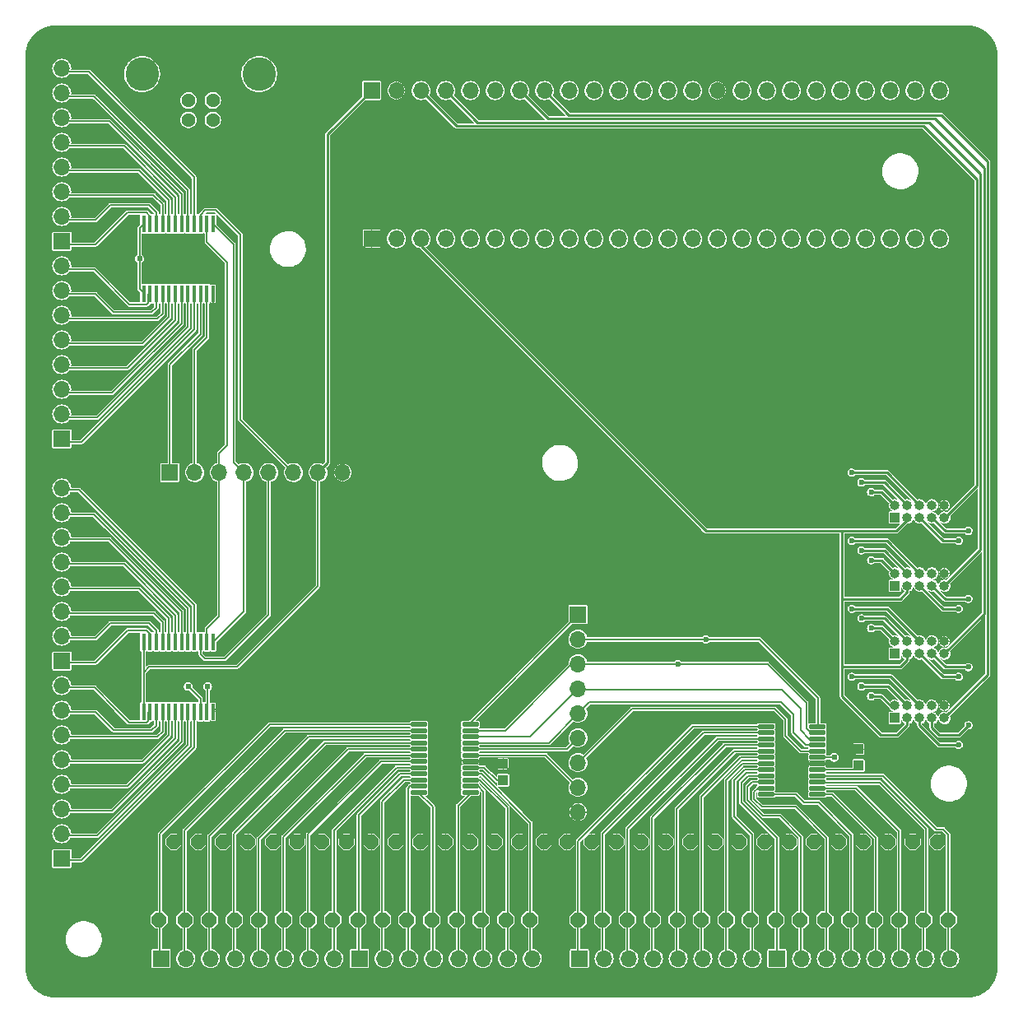
<source format=gbr>
%TF.GenerationSoftware,KiCad,Pcbnew,6.0.8-f2edbf62ab~116~ubuntu22.04.1*%
%TF.CreationDate,2022-10-25T14:40:57+01:00*%
%TF.ProjectId,fsr_array,6673725f-6172-4726-9179-2e6b69636164,3.0*%
%TF.SameCoordinates,Original*%
%TF.FileFunction,Copper,L1,Top*%
%TF.FilePolarity,Positive*%
%FSLAX46Y46*%
G04 Gerber Fmt 4.6, Leading zero omitted, Abs format (unit mm)*
G04 Created by KiCad (PCBNEW 6.0.8-f2edbf62ab~116~ubuntu22.04.1) date 2022-10-25 14:40:57*
%MOMM*%
%LPD*%
G01*
G04 APERTURE LIST*
G04 Aperture macros list*
%AMRoundRect*
0 Rectangle with rounded corners*
0 $1 Rounding radius*
0 $2 $3 $4 $5 $6 $7 $8 $9 X,Y pos of 4 corners*
0 Add a 4 corners polygon primitive as box body*
4,1,4,$2,$3,$4,$5,$6,$7,$8,$9,$2,$3,0*
0 Add four circle primitives for the rounded corners*
1,1,$1+$1,$2,$3*
1,1,$1+$1,$4,$5*
1,1,$1+$1,$6,$7*
1,1,$1+$1,$8,$9*
0 Add four rect primitives between the rounded corners*
20,1,$1+$1,$2,$3,$4,$5,0*
20,1,$1+$1,$4,$5,$6,$7,0*
20,1,$1+$1,$6,$7,$8,$9,0*
20,1,$1+$1,$8,$9,$2,$3,0*%
%AMOutline5P*
0 Free polygon, 5 corners , with rotation*
0 The origin of the aperture is its center*
0 number of corners: always 5*
0 $1 to $10 corner X, Y*
0 $11 Rotation angle, in degrees counterclockwise*
0 create outline with 5 corners*
4,1,5,$1,$2,$3,$4,$5,$6,$7,$8,$9,$10,$1,$2,$11*%
%AMOutline6P*
0 Free polygon, 6 corners , with rotation*
0 The origin of the aperture is its center*
0 number of corners: always 6*
0 $1 to $12 corner X, Y*
0 $13 Rotation angle, in degrees counterclockwise*
0 create outline with 6 corners*
4,1,6,$1,$2,$3,$4,$5,$6,$7,$8,$9,$10,$11,$12,$1,$2,$13*%
%AMOutline7P*
0 Free polygon, 7 corners , with rotation*
0 The origin of the aperture is its center*
0 number of corners: always 7*
0 $1 to $14 corner X, Y*
0 $15 Rotation angle, in degrees counterclockwise*
0 create outline with 7 corners*
4,1,7,$1,$2,$3,$4,$5,$6,$7,$8,$9,$10,$11,$12,$13,$14,$1,$2,$15*%
%AMOutline8P*
0 Free polygon, 8 corners , with rotation*
0 The origin of the aperture is its center*
0 number of corners: always 8*
0 $1 to $16 corner X, Y*
0 $17 Rotation angle, in degrees counterclockwise*
0 create outline with 8 corners*
4,1,8,$1,$2,$3,$4,$5,$6,$7,$8,$9,$10,$11,$12,$13,$14,$15,$16,$1,$2,$17*%
G04 Aperture macros list end*
%TA.AperFunction,ComponentPad*%
%ADD10Outline8P,-0.762000X0.315631X-0.315631X0.762000X0.315631X0.762000X0.762000X0.315631X0.762000X-0.315631X0.315631X-0.762000X-0.315631X-0.762000X-0.762000X-0.315631X90.000000*%
%TD*%
%TA.AperFunction,SMDPad,CuDef*%
%ADD11RoundRect,0.020500X-0.799500X-0.184500X0.799500X-0.184500X0.799500X0.184500X-0.799500X0.184500X0*%
%TD*%
%TA.AperFunction,ComponentPad*%
%ADD12Outline8P,-0.762000X0.315631X-0.315631X0.762000X0.315631X0.762000X0.762000X0.315631X0.762000X-0.315631X0.315631X-0.762000X-0.315631X-0.762000X-0.762000X-0.315631X270.000000*%
%TD*%
%TA.AperFunction,SMDPad,CuDef*%
%ADD13RoundRect,0.050800X0.449200X-0.499200X0.449200X0.499200X-0.449200X0.499200X-0.449200X-0.499200X0*%
%TD*%
%TA.AperFunction,ComponentPad*%
%ADD14R,1.700000X1.700000*%
%TD*%
%TA.AperFunction,ComponentPad*%
%ADD15O,1.700000X1.700000*%
%TD*%
%TA.AperFunction,SMDPad,CuDef*%
%ADD16R,0.450000X1.750000*%
%TD*%
%TA.AperFunction,ComponentPad*%
%ADD17R,1.000000X1.000000*%
%TD*%
%TA.AperFunction,ComponentPad*%
%ADD18O,1.000000X1.000000*%
%TD*%
%TA.AperFunction,ComponentPad*%
%ADD19C,1.431000*%
%TD*%
%TA.AperFunction,ComponentPad*%
%ADD20C,3.450000*%
%TD*%
%TA.AperFunction,ViaPad*%
%ADD21C,0.604000*%
%TD*%
%TA.AperFunction,ViaPad*%
%ADD22C,0.600000*%
%TD*%
%TA.AperFunction,Conductor*%
%ADD23C,0.200000*%
%TD*%
%TA.AperFunction,Conductor*%
%ADD24C,0.250000*%
%TD*%
%TA.AperFunction,Conductor*%
%ADD25C,0.152400*%
%TD*%
G04 APERTURE END LIST*
D10*
%TO.P,U$61,P$1,P$1*%
%TO.N,GND*%
X193793900Y-133996400D03*
%TD*%
%TO.P,U$63,P$1,P$1*%
%TO.N,GND*%
X168383900Y-133996400D03*
%TD*%
%TO.P,U$39,P$1,P$1*%
%TO.N,GND*%
X163353900Y-133996400D03*
%TD*%
D11*
%TO.P,ADC1,1,AIN0*%
%TO.N,Net-(ADC1-Pad1)*%
X140497800Y-121900300D03*
%TO.P,ADC1,2,AIN1*%
%TO.N,Net-(ADC1-Pad2)*%
X140497800Y-122535300D03*
%TO.P,ADC1,3,AIN2*%
%TO.N,Net-(ADC1-Pad3)*%
X140497800Y-123170300D03*
%TO.P,ADC1,4,AIN3*%
%TO.N,Net-(ADC1-Pad4)*%
X140497800Y-123805300D03*
%TO.P,ADC1,5,AIN4*%
%TO.N,Net-(ADC1-Pad5)*%
X140497800Y-124440300D03*
%TO.P,ADC1,6,AIN5*%
%TO.N,Net-(ADC1-Pad6)*%
X140497800Y-125075300D03*
%TO.P,ADC1,7,AIN6*%
%TO.N,Net-(ADC1-Pad7)*%
X140497800Y-125710300D03*
%TO.P,ADC1,8,AIN7*%
%TO.N,Net-(ADC1-Pad8)*%
X140497800Y-126345300D03*
%TO.P,ADC1,9,AIN8*%
%TO.N,Net-(ADC1-Pad9)*%
X140497800Y-126980300D03*
%TO.P,ADC1,10,AIN9*%
%TO.N,Net-(ADC1-Pad10)*%
X140497800Y-127615300D03*
%TO.P,ADC1,11,AIN10*%
%TO.N,Net-(ADC1-Pad11)*%
X140497800Y-128250300D03*
%TO.P,ADC1,12,AIN11*%
%TO.N,Net-(ADC1-Pad12)*%
X140497800Y-128885300D03*
%TO.P,ADC1,13,AIN12*%
%TO.N,Net-(ADC1-Pad13)*%
X145767800Y-128885300D03*
%TO.P,ADC1,14,AIN13*%
%TO.N,Net-(ADC1-Pad14)*%
X145767800Y-128250300D03*
%TO.P,ADC1,15,AIN14*%
%TO.N,Net-(ADC1-Pad15)*%
X145767800Y-127615300D03*
%TO.P,ADC1,16,~{CNVST/AIN15}*%
%TO.N,Net-(ADC1-Pad16)*%
X145767800Y-126980300D03*
%TO.P,ADC1,17,REF*%
%TO.N,Net-(ADC1-Pad17)*%
X145767800Y-126345300D03*
%TO.P,ADC1,18,GND*%
%TO.N,GND*%
X145767800Y-125710300D03*
%TO.P,ADC1,19,VDD*%
%TO.N,+5V*%
X145767800Y-125075300D03*
%TO.P,ADC1,20,~{CS}*%
%TO.N,/CS1*%
X145767800Y-124440300D03*
%TO.P,ADC1,21,SCLK*%
%TO.N,/SCLK*%
X145767800Y-123805300D03*
%TO.P,ADC1,22,DIN*%
%TO.N,/MOSI*%
X145767800Y-123170300D03*
%TO.P,ADC1,23,DOUT*%
%TO.N,/MISO*%
X145767800Y-122535300D03*
%TO.P,ADC1,24,~{EOC}*%
%TO.N,/EOC1*%
X145767800Y-121900300D03*
%TD*%
D10*
%TO.P,U$45,P$1,P$1*%
%TO.N,GND*%
X178613900Y-133996400D03*
%TD*%
D12*
%TO.P,U$16,P$1,P$1*%
%TO.N,Net-(ADC1-Pad1)*%
X113733900Y-141996400D03*
%TD*%
%TO.P,U$44,P$1,P$1*%
%TO.N,Net-(ADC2-Pad3)*%
X161913900Y-141996400D03*
%TD*%
%TO.P,U$12,P$1,P$1*%
%TO.N,Net-(ADC1-Pad3)*%
X118923900Y-141996400D03*
%TD*%
D13*
%TO.P,C2,1,1*%
%TO.N,Net-(ADC2-Pad17)*%
X185700000Y-126150000D03*
%TO.P,C2,2,2*%
%TO.N,GND*%
X185700000Y-124450000D03*
%TD*%
D14*
%TO.P,J6,1,Pin_1*%
%TO.N,Net-(ADC1-Pad9)*%
X134362800Y-145992800D03*
D15*
%TO.P,J6,2,Pin_2*%
%TO.N,Net-(ADC1-Pad10)*%
X136902800Y-145992800D03*
%TO.P,J6,3,Pin_3*%
%TO.N,Net-(ADC1-Pad11)*%
X139442800Y-145992800D03*
%TO.P,J6,4,Pin_4*%
%TO.N,Net-(ADC1-Pad12)*%
X141982800Y-145992800D03*
%TO.P,J6,5,Pin_5*%
%TO.N,Net-(ADC1-Pad13)*%
X144522800Y-145992800D03*
%TO.P,J6,6,Pin_6*%
%TO.N,Net-(ADC1-Pad14)*%
X147062800Y-145992800D03*
%TO.P,J6,7,Pin_7*%
%TO.N,Net-(ADC1-Pad15)*%
X149602800Y-145992800D03*
%TO.P,J6,8,Pin_8*%
%TO.N,Net-(ADC1-Pad16)*%
X152142800Y-145992800D03*
%TD*%
D12*
%TO.P,U$46,P$1,P$1*%
%TO.N,Net-(ADC2-Pad2)*%
X159363900Y-141996400D03*
%TD*%
D10*
%TO.P,U$49,P$1,P$1*%
%TO.N,GND*%
X176013900Y-133996400D03*
%TD*%
D13*
%TO.P,C1,1,1*%
%TO.N,Net-(ADC1-Pad17)*%
X149133900Y-127646400D03*
%TO.P,C1,2,2*%
%TO.N,GND*%
X149133900Y-125946400D03*
%TD*%
D10*
%TO.P,U$51,P$1,P$1*%
%TO.N,GND*%
X181103900Y-133996400D03*
%TD*%
D14*
%TO.P,J4,1,Pin_1*%
%TO.N,Net-(J4-Pad1)*%
X103732800Y-72192800D03*
D15*
%TO.P,J4,2,Pin_2*%
%TO.N,Net-(J4-Pad2)*%
X103732800Y-69652800D03*
%TO.P,J4,3,Pin_3*%
%TO.N,Net-(J4-Pad3)*%
X103732800Y-67112800D03*
%TO.P,J4,4,Pin_4*%
%TO.N,Net-(J4-Pad4)*%
X103732800Y-64572800D03*
%TO.P,J4,5,Pin_5*%
%TO.N,Net-(J4-Pad5)*%
X103732800Y-62032800D03*
%TO.P,J4,6,Pin_6*%
%TO.N,Net-(J4-Pad6)*%
X103732800Y-59492800D03*
%TO.P,J4,7,Pin_7*%
%TO.N,Net-(J4-Pad7)*%
X103732800Y-56952800D03*
%TO.P,J4,8,Pin_8*%
%TO.N,Net-(J4-Pad8)*%
X103732800Y-54412800D03*
%TD*%
D10*
%TO.P,U$29,P$1,P$1*%
%TO.N,GND*%
X155693900Y-133996400D03*
%TD*%
%TO.P,U$62,P$1,P$1*%
%TO.N,Net-(ADC2-Pad10)*%
X179703900Y-141996400D03*
%TD*%
%TO.P,U$1,P$1,P$1*%
%TO.N,GND*%
X145763900Y-133996400D03*
%TD*%
%TO.P,U$57,P$1,P$1*%
%TO.N,GND*%
X183673900Y-133996400D03*
%TD*%
D12*
%TO.P,U$38,P$1,P$1*%
%TO.N,Net-(ADC2-Pad6)*%
X169523900Y-141996400D03*
%TD*%
%TO.P,U$40,P$1,P$1*%
%TO.N,Net-(ADC2-Pad5)*%
X167043900Y-141996400D03*
%TD*%
D11*
%TO.P,ADC2,1,AIN0*%
%TO.N,Net-(ADC2-Pad1)*%
X176197800Y-122100300D03*
%TO.P,ADC2,2,AIN1*%
%TO.N,Net-(ADC2-Pad2)*%
X176197800Y-122735300D03*
%TO.P,ADC2,3,AIN2*%
%TO.N,Net-(ADC2-Pad3)*%
X176197800Y-123370300D03*
%TO.P,ADC2,4,AIN3*%
%TO.N,Net-(ADC2-Pad4)*%
X176197800Y-124005300D03*
%TO.P,ADC2,5,AIN4*%
%TO.N,Net-(ADC2-Pad5)*%
X176197800Y-124640300D03*
%TO.P,ADC2,6,AIN5*%
%TO.N,Net-(ADC2-Pad6)*%
X176197800Y-125275300D03*
%TO.P,ADC2,7,AIN6*%
%TO.N,Net-(ADC2-Pad7)*%
X176197800Y-125910300D03*
%TO.P,ADC2,8,AIN7*%
%TO.N,Net-(ADC2-Pad8)*%
X176197800Y-126545300D03*
%TO.P,ADC2,9,AIN8*%
%TO.N,Net-(ADC2-Pad9)*%
X176197800Y-127180300D03*
%TO.P,ADC2,10,AIN9*%
%TO.N,Net-(ADC2-Pad10)*%
X176197800Y-127815300D03*
%TO.P,ADC2,11,AIN10*%
%TO.N,Net-(ADC2-Pad11)*%
X176197800Y-128450300D03*
%TO.P,ADC2,12,AIN11*%
%TO.N,Net-(ADC2-Pad12)*%
X176197800Y-129085300D03*
%TO.P,ADC2,13,AIN12*%
%TO.N,Net-(ADC2-Pad13)*%
X181467800Y-129085300D03*
%TO.P,ADC2,14,AIN13*%
%TO.N,Net-(ADC2-Pad14)*%
X181467800Y-128450300D03*
%TO.P,ADC2,15,AIN14*%
%TO.N,Net-(ADC2-Pad15)*%
X181467800Y-127815300D03*
%TO.P,ADC2,16,~{CNVST/AIN15}*%
%TO.N,Net-(ADC2-Pad16)*%
X181467800Y-127180300D03*
%TO.P,ADC2,17,REF*%
%TO.N,Net-(ADC2-Pad17)*%
X181467800Y-126545300D03*
%TO.P,ADC2,18,GND*%
%TO.N,GND*%
X181467800Y-125910300D03*
%TO.P,ADC2,19,VDD*%
%TO.N,+5V*%
X181467800Y-125275300D03*
%TO.P,ADC2,20,~{CS}*%
%TO.N,/CS2*%
X181467800Y-124640300D03*
%TO.P,ADC2,21,SCLK*%
%TO.N,/SCLK*%
X181467800Y-124005300D03*
%TO.P,ADC2,22,DIN*%
%TO.N,/MOSI*%
X181467800Y-123370300D03*
%TO.P,ADC2,23,DOUT*%
%TO.N,/MISO*%
X181467800Y-122735300D03*
%TO.P,ADC2,24,~{EOC}*%
%TO.N,/EOC2*%
X181467800Y-122100300D03*
%TD*%
D10*
%TO.P,U$43,P$1,P$1*%
%TO.N,GND*%
X160813900Y-133996400D03*
%TD*%
%TO.P,U$13,P$1,P$1*%
%TO.N,GND*%
X153313900Y-133996400D03*
%TD*%
D14*
%TO.P,J12,1,Pin_1*%
%TO.N,GND*%
X135612800Y-71932800D03*
D15*
%TO.P,J12,2,Pin_2*%
%TO.N,unconnected-(J12-Pad2)*%
X138152800Y-71932800D03*
%TO.P,J12,3,Pin_3*%
%TO.N,/MISO1*%
X140692800Y-71932800D03*
%TO.P,J12,4,Pin_4*%
%TO.N,/S0*%
X143232800Y-71932800D03*
%TO.P,J12,5,Pin_5*%
%TO.N,/S1*%
X145772800Y-71932800D03*
%TO.P,J12,6,Pin_6*%
%TO.N,/S2*%
X148312800Y-71932800D03*
%TO.P,J12,7,Pin_7*%
%TO.N,/S3*%
X150852800Y-71932800D03*
%TO.P,J12,8,Pin_8*%
%TO.N,/EN1*%
X153392800Y-71932800D03*
%TO.P,J12,9,Pin_9*%
%TO.N,/EN2*%
X155932800Y-71932800D03*
%TO.P,J12,10,Pin_10*%
%TO.N,/EOC1*%
X158472800Y-71932800D03*
%TO.P,J12,11,Pin_11*%
%TO.N,/CS1*%
X161012800Y-71932800D03*
%TO.P,J12,12,Pin_12*%
%TO.N,/CS2*%
X163552800Y-71932800D03*
%TO.P,J12,13,Pin_13*%
%TO.N,/MOSI*%
X166092800Y-71932800D03*
%TO.P,J12,14,Pin_14*%
%TO.N,/MISO*%
X168632800Y-71932800D03*
%TO.P,J12,15,Pin_15*%
%TO.N,+3.3V*%
X171172800Y-71932800D03*
%TO.P,J12,16,Pin_16*%
%TO.N,unconnected-(J12-Pad16)*%
X173712800Y-71932800D03*
%TO.P,J12,17,Pin_17*%
%TO.N,/EOC2*%
X176252800Y-71932800D03*
%TO.P,J12,18,Pin_18*%
%TO.N,/MOSI1*%
X178792800Y-71932800D03*
%TO.P,J12,19,Pin_19*%
%TO.N,/SCK1*%
X181332800Y-71932800D03*
%TO.P,J12,20,Pin_20*%
%TO.N,unconnected-(J12-Pad20)*%
X183872800Y-71932800D03*
%TO.P,J12,21,Pin_21*%
%TO.N,unconnected-(J12-Pad21)*%
X186412800Y-71932800D03*
%TO.P,J12,22,Pin_22*%
%TO.N,unconnected-(J12-Pad22)*%
X188952800Y-71932800D03*
%TO.P,J12,23,Pin_23*%
%TO.N,unconnected-(J12-Pad23)*%
X191492800Y-71932800D03*
%TO.P,J12,24,Pin_24*%
%TO.N,unconnected-(J12-Pad24)*%
X194032800Y-71932800D03*
%TD*%
D12*
%TO.P,U$26,P$1,P$1*%
%TO.N,Net-(ADC1-Pad12)*%
X141793900Y-141996400D03*
%TD*%
D16*
%TO.P,MUX2,1,COM*%
%TO.N,+5V*%
X112157800Y-77592800D03*
%TO.P,MUX2,2,I7*%
%TO.N,Net-(J3-Pad8)*%
X112807800Y-77592800D03*
%TO.P,MUX2,3,I6*%
%TO.N,Net-(J3-Pad7)*%
X113457800Y-77592800D03*
%TO.P,MUX2,4,I5*%
%TO.N,Net-(J3-Pad6)*%
X114107800Y-77592800D03*
%TO.P,MUX2,5,I4*%
%TO.N,Net-(J3-Pad5)*%
X114757800Y-77592800D03*
%TO.P,MUX2,6,I3*%
%TO.N,Net-(J3-Pad4)*%
X115407800Y-77592800D03*
%TO.P,MUX2,7,I2*%
%TO.N,Net-(J3-Pad3)*%
X116057800Y-77592800D03*
%TO.P,MUX2,8,I1*%
%TO.N,Net-(J3-Pad2)*%
X116707800Y-77592800D03*
%TO.P,MUX2,9,I0*%
%TO.N,Net-(J3-Pad1)*%
X117357800Y-77592800D03*
%TO.P,MUX2,10,S0*%
%TO.N,/S0*%
X118007800Y-77592800D03*
%TO.P,MUX2,11,S1*%
%TO.N,/S1*%
X118657800Y-77592800D03*
%TO.P,MUX2,12,GND*%
%TO.N,GND*%
X119307800Y-77592800D03*
%TO.P,MUX2,13,S3*%
%TO.N,/S3*%
X119307800Y-70392800D03*
%TO.P,MUX2,14,S2*%
%TO.N,/S2*%
X118657800Y-70392800D03*
%TO.P,MUX2,15,~{E}*%
%TO.N,/EN2*%
X118007800Y-70392800D03*
%TO.P,MUX2,16,I15*%
%TO.N,Net-(J4-Pad8)*%
X117357800Y-70392800D03*
%TO.P,MUX2,17,I14*%
%TO.N,Net-(J4-Pad7)*%
X116707800Y-70392800D03*
%TO.P,MUX2,18,I13*%
%TO.N,Net-(J4-Pad6)*%
X116057800Y-70392800D03*
%TO.P,MUX2,19,I12*%
%TO.N,Net-(J4-Pad5)*%
X115407800Y-70392800D03*
%TO.P,MUX2,20,I11*%
%TO.N,Net-(J4-Pad4)*%
X114757800Y-70392800D03*
%TO.P,MUX2,21,I10*%
%TO.N,Net-(J4-Pad3)*%
X114107800Y-70392800D03*
%TO.P,MUX2,22,I9*%
%TO.N,Net-(J4-Pad2)*%
X113457800Y-70392800D03*
%TO.P,MUX2,23,I8*%
%TO.N,Net-(J4-Pad1)*%
X112807800Y-70392800D03*
%TO.P,MUX2,24,VCC*%
%TO.N,+5V*%
X112157800Y-70392800D03*
%TD*%
D14*
%TO.P,J10,1,Pin_1*%
%TO.N,/EOC1*%
X156832800Y-110592800D03*
D15*
%TO.P,J10,2,Pin_2*%
%TO.N,/EOC2*%
X156832800Y-113132800D03*
%TO.P,J10,3,Pin_3*%
%TO.N,/MISO*%
X156832800Y-115672800D03*
%TO.P,J10,4,Pin_4*%
%TO.N,/MOSI*%
X156832800Y-118212800D03*
%TO.P,J10,5,Pin_5*%
%TO.N,/SCLK*%
X156832800Y-120752800D03*
%TO.P,J10,6,Pin_6*%
%TO.N,/CS1*%
X156832800Y-123292800D03*
%TO.P,J10,7,Pin_7*%
%TO.N,/CS2*%
X156832800Y-125832800D03*
%TO.P,J10,8,Pin_8*%
%TO.N,+5V*%
X156832800Y-128372800D03*
%TO.P,J10,9,Pin_9*%
%TO.N,GND*%
X156832800Y-130912800D03*
%TD*%
D10*
%TO.P,U$5,P$1,P$1*%
%TO.N,GND*%
X148273900Y-133996400D03*
%TD*%
%TO.P,U$7,P$1,P$1*%
%TO.N,GND*%
X125473900Y-133996400D03*
%TD*%
D12*
%TO.P,U$34,P$1,P$1*%
%TO.N,Net-(ADC2-Pad8)*%
X174593900Y-141996400D03*
%TD*%
D14*
%TO.P,J1,1,Pin_1*%
%TO.N,Net-(J1-Pad1)*%
X103732800Y-135692800D03*
D15*
%TO.P,J1,2,Pin_2*%
%TO.N,Net-(J1-Pad2)*%
X103732800Y-133152800D03*
%TO.P,J1,3,Pin_3*%
%TO.N,Net-(J1-Pad3)*%
X103732800Y-130612800D03*
%TO.P,J1,4,Pin_4*%
%TO.N,Net-(J1-Pad4)*%
X103732800Y-128072800D03*
%TO.P,J1,5,Pin_5*%
%TO.N,Net-(J1-Pad5)*%
X103732800Y-125532800D03*
%TO.P,J1,6,Pin_6*%
%TO.N,Net-(J1-Pad6)*%
X103732800Y-122992800D03*
%TO.P,J1,7,Pin_7*%
%TO.N,Net-(J1-Pad7)*%
X103732800Y-120452800D03*
%TO.P,J1,8,Pin_8*%
%TO.N,Net-(J1-Pad8)*%
X103732800Y-117912800D03*
%TD*%
D10*
%TO.P,U$27,P$1,P$1*%
%TO.N,GND*%
X138093900Y-133996400D03*
%TD*%
D12*
%TO.P,U$64,P$1,P$1*%
%TO.N,Net-(ADC2-Pad9)*%
X177183900Y-141996400D03*
%TD*%
D10*
%TO.P,U$3,P$1,P$1*%
%TO.N,GND*%
X122883900Y-133996400D03*
%TD*%
D12*
%TO.P,U$4,P$1,P$1*%
%TO.N,Net-(ADC1-Pad7)*%
X129073900Y-141996400D03*
%TD*%
%TO.P,U$20,P$1,P$1*%
%TO.N,Net-(ADC1-Pad15)*%
X149423900Y-141996400D03*
%TD*%
D17*
%TO.P,J14,1,Pin_1*%
%TO.N,+3.3V*%
X189450000Y-100625000D03*
D18*
%TO.P,J14,2,Pin_2*%
%TO.N,/TRIGA*%
X189450000Y-99355000D03*
%TO.P,J14,3,Pin_3*%
%TO.N,/MISO1*%
X190720000Y-100625000D03*
%TO.P,J14,4,Pin_4*%
%TO.N,/MOSI1*%
X190720000Y-99355000D03*
%TO.P,J14,5,Pin_5*%
%TO.N,/SCK1*%
X191990000Y-100625000D03*
%TO.P,J14,6,Pin_6*%
%TO.N,/INTA1*%
X191990000Y-99355000D03*
%TO.P,J14,7,Pin_7*%
%TO.N,/INTA2*%
X193260000Y-100625000D03*
%TO.P,J14,8,Pin_8*%
%TO.N,unconnected-(J14-Pad8)*%
X193260000Y-99355000D03*
%TO.P,J14,9,Pin_9*%
%TO.N,/CSA1*%
X194530000Y-100625000D03*
%TO.P,J14,10,Pin_10*%
%TO.N,GND*%
X194530000Y-99355000D03*
%TD*%
D12*
%TO.P,U$2,P$1,P$1*%
%TO.N,Net-(ADC1-Pad8)*%
X131593900Y-141996400D03*
%TD*%
D10*
%TO.P,U$11,P$1,P$1*%
%TO.N,GND*%
X127943900Y-133996400D03*
%TD*%
D12*
%TO.P,U$30,P$1,P$1*%
%TO.N,Net-(ADC1-Pad10)*%
X136733900Y-141996400D03*
%TD*%
D10*
%TO.P,U$53,P$1,P$1*%
%TO.N,GND*%
X165903900Y-133996400D03*
%TD*%
%TO.P,U$41,P$1,P$1*%
%TO.N,GND*%
X191273900Y-133996400D03*
%TD*%
D14*
%TO.P,J3,1,Pin_1*%
%TO.N,Net-(J3-Pad1)*%
X103732800Y-92512800D03*
D15*
%TO.P,J3,2,Pin_2*%
%TO.N,Net-(J3-Pad2)*%
X103732800Y-89972800D03*
%TO.P,J3,3,Pin_3*%
%TO.N,Net-(J3-Pad3)*%
X103732800Y-87432800D03*
%TO.P,J3,4,Pin_4*%
%TO.N,Net-(J3-Pad4)*%
X103732800Y-84892800D03*
%TO.P,J3,5,Pin_5*%
%TO.N,Net-(J3-Pad5)*%
X103732800Y-82352800D03*
%TO.P,J3,6,Pin_6*%
%TO.N,Net-(J3-Pad6)*%
X103732800Y-79812800D03*
%TO.P,J3,7,Pin_7*%
%TO.N,Net-(J3-Pad7)*%
X103732800Y-77272800D03*
%TO.P,J3,8,Pin_8*%
%TO.N,Net-(J3-Pad8)*%
X103732800Y-74732800D03*
%TD*%
D10*
%TO.P,U$55,P$1,P$1*%
%TO.N,GND*%
X173423900Y-133996400D03*
%TD*%
D12*
%TO.P,U$56,P$1,P$1*%
%TO.N,Net-(ADC2-Pad13)*%
X187343900Y-141996400D03*
%TD*%
D17*
%TO.P,J13,1,Pin_1*%
%TO.N,+3.3V*%
X189450000Y-107625000D03*
D18*
%TO.P,J13,2,Pin_2*%
%TO.N,/TRIGA*%
X189450000Y-106355000D03*
%TO.P,J13,3,Pin_3*%
%TO.N,/MISO1*%
X190720000Y-107625000D03*
%TO.P,J13,4,Pin_4*%
%TO.N,/MOSI1*%
X190720000Y-106355000D03*
%TO.P,J13,5,Pin_5*%
%TO.N,/SCK1*%
X191990000Y-107625000D03*
%TO.P,J13,6,Pin_6*%
%TO.N,/INTA1*%
X191990000Y-106355000D03*
%TO.P,J13,7,Pin_7*%
%TO.N,/INTA2*%
X193260000Y-107625000D03*
%TO.P,J13,8,Pin_8*%
%TO.N,unconnected-(J13-Pad8)*%
X193260000Y-106355000D03*
%TO.P,J13,9,Pin_9*%
%TO.N,/CSA2*%
X194530000Y-107625000D03*
%TO.P,J13,10,Pin_10*%
%TO.N,GND*%
X194530000Y-106355000D03*
%TD*%
D14*
%TO.P,J11,1,Pin_1*%
%TO.N,+5V*%
X135612800Y-56692800D03*
D15*
%TO.P,J11,2,Pin_2*%
%TO.N,GND*%
X138152800Y-56692800D03*
%TO.P,J11,3,Pin_3*%
%TO.N,/CSA1*%
X140692800Y-56692800D03*
%TO.P,J11,4,Pin_4*%
%TO.N,/CSA2*%
X143232800Y-56692800D03*
%TO.P,J11,5,Pin_5*%
%TO.N,unconnected-(J11-Pad5)*%
X145772800Y-56692800D03*
%TO.P,J11,6,Pin_6*%
%TO.N,unconnected-(J11-Pad6)*%
X148312800Y-56692800D03*
%TO.P,J11,7,Pin_7*%
%TO.N,/CSA3*%
X150852800Y-56692800D03*
%TO.P,J11,8,Pin_8*%
%TO.N,/CSA4*%
X153392800Y-56692800D03*
%TO.P,J11,9,Pin_9*%
%TO.N,unconnected-(J11-Pad9)*%
X155932800Y-56692800D03*
%TO.P,J11,10,Pin_10*%
%TO.N,unconnected-(J11-Pad10)*%
X158472800Y-56692800D03*
%TO.P,J11,11,Pin_11*%
%TO.N,unconnected-(J11-Pad11)*%
X161012800Y-56692800D03*
%TO.P,J11,12,Pin_12*%
%TO.N,unconnected-(J11-Pad12)*%
X163552800Y-56692800D03*
%TO.P,J11,13,Pin_13*%
%TO.N,unconnected-(J11-Pad13)*%
X166092800Y-56692800D03*
%TO.P,J11,14,Pin_14*%
%TO.N,/SCK*%
X168632800Y-56692800D03*
%TO.P,J11,15,Pin_15*%
%TO.N,GND*%
X171172800Y-56692800D03*
%TO.P,J11,16,Pin_16*%
%TO.N,unconnected-(J11-Pad16)*%
X173712800Y-56692800D03*
%TO.P,J11,17,Pin_17*%
%TO.N,unconnected-(J11-Pad17)*%
X176252800Y-56692800D03*
%TO.P,J11,18,Pin_18*%
%TO.N,unconnected-(J11-Pad18)*%
X178792800Y-56692800D03*
%TO.P,J11,19,Pin_19*%
%TO.N,unconnected-(J11-Pad19)*%
X181332800Y-56692800D03*
%TO.P,J11,20,Pin_20*%
%TO.N,/INTA1*%
X183872800Y-56692800D03*
%TO.P,J11,21,Pin_21*%
%TO.N,/INTA2*%
X186412800Y-56692800D03*
%TO.P,J11,22,Pin_22*%
%TO.N,unconnected-(J11-Pad22)*%
X188952800Y-56692800D03*
%TO.P,J11,23,Pin_23*%
%TO.N,unconnected-(J11-Pad23)*%
X191492800Y-56692800D03*
%TO.P,J11,24,Pin_24*%
%TO.N,/TRIGA*%
X194032800Y-56692800D03*
%TD*%
D14*
%TO.P,J9,1,Pin_1*%
%TO.N,/S0*%
X114857800Y-95992800D03*
D15*
%TO.P,J9,2,Pin_2*%
%TO.N,/S1*%
X117397800Y-95992800D03*
%TO.P,J9,3,Pin_3*%
%TO.N,/S2*%
X119937800Y-95992800D03*
%TO.P,J9,4,Pin_4*%
%TO.N,/S3*%
X122477800Y-95992800D03*
%TO.P,J9,5,Pin_5*%
%TO.N,/EN1*%
X125017800Y-95992800D03*
%TO.P,J9,6,Pin_6*%
%TO.N,/EN2*%
X127557800Y-95992800D03*
%TO.P,J9,7,Pin_7*%
%TO.N,+5V*%
X130097800Y-95992800D03*
%TO.P,J9,8,Pin_8*%
%TO.N,GND*%
X132637800Y-95992800D03*
%TD*%
D14*
%TO.P,J7,1,Pin_1*%
%TO.N,Net-(ADC2-Pad1)*%
X156982800Y-145992800D03*
D15*
%TO.P,J7,2,Pin_2*%
%TO.N,Net-(ADC2-Pad2)*%
X159522800Y-145992800D03*
%TO.P,J7,3,Pin_3*%
%TO.N,Net-(ADC2-Pad3)*%
X162062800Y-145992800D03*
%TO.P,J7,4,Pin_4*%
%TO.N,Net-(ADC2-Pad4)*%
X164602800Y-145992800D03*
%TO.P,J7,5,Pin_5*%
%TO.N,Net-(ADC2-Pad5)*%
X167142800Y-145992800D03*
%TO.P,J7,6,Pin_6*%
%TO.N,Net-(ADC2-Pad6)*%
X169682800Y-145992800D03*
%TO.P,J7,7,Pin_7*%
%TO.N,Net-(ADC2-Pad7)*%
X172222800Y-145992800D03*
%TO.P,J7,8,Pin_8*%
%TO.N,Net-(ADC2-Pad8)*%
X174762800Y-145992800D03*
%TD*%
D12*
%TO.P,U$8,P$1,P$1*%
%TO.N,Net-(ADC1-Pad5)*%
X123993900Y-141996400D03*
%TD*%
D14*
%TO.P,J8,1,Pin_1*%
%TO.N,Net-(ADC2-Pad9)*%
X177302800Y-145992800D03*
D15*
%TO.P,J8,2,Pin_2*%
%TO.N,Net-(ADC2-Pad10)*%
X179842800Y-145992800D03*
%TO.P,J8,3,Pin_3*%
%TO.N,Net-(ADC2-Pad11)*%
X182382800Y-145992800D03*
%TO.P,J8,4,Pin_4*%
%TO.N,Net-(ADC2-Pad12)*%
X184922800Y-145992800D03*
%TO.P,J8,5,Pin_5*%
%TO.N,Net-(ADC2-Pad13)*%
X187462800Y-145992800D03*
%TO.P,J8,6,Pin_6*%
%TO.N,Net-(ADC2-Pad14)*%
X190002800Y-145992800D03*
%TO.P,J8,7,Pin_7*%
%TO.N,Net-(ADC2-Pad15)*%
X192542800Y-145992800D03*
%TO.P,J8,8,Pin_8*%
%TO.N,Net-(ADC2-Pad16)*%
X195082800Y-145992800D03*
%TD*%
D12*
%TO.P,U$50,P$1,P$1*%
%TO.N,Net-(ADC2-Pad16)*%
X194923900Y-141996400D03*
%TD*%
D10*
%TO.P,U$19,P$1,P$1*%
%TO.N,GND*%
X133023900Y-133996400D03*
%TD*%
%TO.P,U$52,P$1,P$1*%
%TO.N,Net-(ADC2-Pad15)*%
X192393900Y-141996400D03*
%TD*%
%TO.P,U$42,P$1,P$1*%
%TO.N,Net-(ADC2-Pad4)*%
X164493900Y-141996400D03*
%TD*%
%TO.P,U$59,P$1,P$1*%
%TO.N,GND*%
X170963900Y-133996400D03*
%TD*%
D12*
%TO.P,U$60,P$1,P$1*%
%TO.N,Net-(ADC2-Pad11)*%
X182223900Y-141996400D03*
%TD*%
%TO.P,U$22,P$1,P$1*%
%TO.N,Net-(ADC1-Pad14)*%
X146873900Y-141996400D03*
%TD*%
D10*
%TO.P,U$47,P$1,P$1*%
%TO.N,GND*%
X186213900Y-133996400D03*
%TD*%
D17*
%TO.P,J16,1,Pin_1*%
%TO.N,+3.3V*%
X189450000Y-121250000D03*
D18*
%TO.P,J16,2,Pin_2*%
%TO.N,/TRIGA*%
X189450000Y-119980000D03*
%TO.P,J16,3,Pin_3*%
%TO.N,/MISO1*%
X190720000Y-121250000D03*
%TO.P,J16,4,Pin_4*%
%TO.N,/MOSI1*%
X190720000Y-119980000D03*
%TO.P,J16,5,Pin_5*%
%TO.N,/SCK1*%
X191990000Y-121250000D03*
%TO.P,J16,6,Pin_6*%
%TO.N,/INTA1*%
X191990000Y-119980000D03*
%TO.P,J16,7,Pin_7*%
%TO.N,/INTA2*%
X193260000Y-121250000D03*
%TO.P,J16,8,Pin_8*%
%TO.N,unconnected-(J16-Pad8)*%
X193260000Y-119980000D03*
%TO.P,J16,9,Pin_9*%
%TO.N,/CSA4*%
X194530000Y-121250000D03*
%TO.P,J16,10,Pin_10*%
%TO.N,GND*%
X194530000Y-119980000D03*
%TD*%
D10*
%TO.P,U$37,P$1,P$1*%
%TO.N,GND*%
X188763900Y-133996400D03*
%TD*%
%TO.P,U$35,P$1,P$1*%
%TO.N,GND*%
X143213900Y-133996400D03*
%TD*%
D17*
%TO.P,J15,1,Pin_1*%
%TO.N,+3.3V*%
X189450000Y-114625000D03*
D18*
%TO.P,J15,2,Pin_2*%
%TO.N,/TRIGA*%
X189450000Y-113355000D03*
%TO.P,J15,3,Pin_3*%
%TO.N,/MISO1*%
X190720000Y-114625000D03*
%TO.P,J15,4,Pin_4*%
%TO.N,/MOSI1*%
X190720000Y-113355000D03*
%TO.P,J15,5,Pin_5*%
%TO.N,/SCK1*%
X191990000Y-114625000D03*
%TO.P,J15,6,Pin_6*%
%TO.N,/INTA1*%
X191990000Y-113355000D03*
%TO.P,J15,7,Pin_7*%
%TO.N,/INTA2*%
X193260000Y-114625000D03*
%TO.P,J15,8,Pin_8*%
%TO.N,unconnected-(J15-Pad8)*%
X193260000Y-113355000D03*
%TO.P,J15,9,Pin_9*%
%TO.N,/CSA3*%
X194530000Y-114625000D03*
%TO.P,J15,10,Pin_10*%
%TO.N,GND*%
X194530000Y-113355000D03*
%TD*%
D12*
%TO.P,U$58,P$1,P$1*%
%TO.N,Net-(ADC2-Pad12)*%
X184823900Y-141996400D03*
%TD*%
%TO.P,U$21,P$1,P$1*%
%TO.N,GND*%
X117753900Y-133996400D03*
%TD*%
%TO.P,U$36,P$1,P$1*%
%TO.N,Net-(ADC2-Pad7)*%
X172093900Y-141996400D03*
%TD*%
D10*
%TO.P,U$23,P$1,P$1*%
%TO.N,GND*%
X135583900Y-133996400D03*
%TD*%
D12*
%TO.P,U$17,P$1,P$1*%
%TO.N,GND*%
X120313900Y-133996400D03*
%TD*%
%TO.P,U$32,P$1,P$1*%
%TO.N,Net-(ADC1-Pad9)*%
X134193900Y-141996400D03*
%TD*%
%TO.P,U$48,P$1,P$1*%
%TO.N,Net-(ADC2-Pad1)*%
X156853900Y-141996400D03*
%TD*%
%TO.P,U$6,P$1,P$1*%
%TO.N,Net-(ADC1-Pad6)*%
X126573900Y-141996400D03*
%TD*%
D10*
%TO.P,U$15,P$1,P$1*%
%TO.N,GND*%
X130493900Y-133996400D03*
%TD*%
%TO.P,U$9,P$1,P$1*%
%TO.N,GND*%
X150773900Y-133996400D03*
%TD*%
D12*
%TO.P,U$24,P$1,P$1*%
%TO.N,Net-(ADC1-Pad13)*%
X144353900Y-141996400D03*
%TD*%
%TO.P,U$10,P$1,P$1*%
%TO.N,Net-(ADC1-Pad4)*%
X121503900Y-141996400D03*
%TD*%
D14*
%TO.P,J5,1,Pin_1*%
%TO.N,Net-(ADC1-Pad1)*%
X113957800Y-145992800D03*
D15*
%TO.P,J5,2,Pin_2*%
%TO.N,Net-(ADC1-Pad2)*%
X116497800Y-145992800D03*
%TO.P,J5,3,Pin_3*%
%TO.N,Net-(ADC1-Pad3)*%
X119037800Y-145992800D03*
%TO.P,J5,4,Pin_4*%
%TO.N,Net-(ADC1-Pad4)*%
X121577800Y-145992800D03*
%TO.P,J5,5,Pin_5*%
%TO.N,Net-(ADC1-Pad5)*%
X124117800Y-145992800D03*
%TO.P,J5,6,Pin_6*%
%TO.N,Net-(ADC1-Pad6)*%
X126657800Y-145992800D03*
%TO.P,J5,7,Pin_7*%
%TO.N,Net-(ADC1-Pad7)*%
X129197800Y-145992800D03*
%TO.P,J5,8,Pin_8*%
%TO.N,Net-(ADC1-Pad8)*%
X131737800Y-145992800D03*
%TD*%
D12*
%TO.P,U$18,P$1,P$1*%
%TO.N,Net-(ADC1-Pad16)*%
X151903900Y-141996400D03*
%TD*%
D10*
%TO.P,U$31,P$1,P$1*%
%TO.N,GND*%
X140603900Y-133996400D03*
%TD*%
D12*
%TO.P,U$54,P$1,P$1*%
%TO.N,Net-(ADC2-Pad14)*%
X189873900Y-141996400D03*
%TD*%
D19*
%TO.P,J17,1,1*%
%TO.N,/L1*%
X116770000Y-59710000D03*
%TO.P,J17,2,2*%
%TO.N,/L2*%
X119270000Y-59710000D03*
%TO.P,J17,3,3*%
%TO.N,/L3*%
X119270000Y-57710000D03*
%TO.P,J17,4,4*%
%TO.N,/L4*%
X116770000Y-57710000D03*
D20*
%TO.P,J17,MH1,MH1*%
%TO.N,/M1*%
X124040000Y-55000000D03*
%TO.P,J17,MH2,MH2*%
%TO.N,/M2*%
X112000000Y-55000000D03*
%TD*%
D16*
%TO.P,MUX1,1,COM*%
%TO.N,+5V*%
X112157800Y-120592800D03*
%TO.P,MUX1,2,I7*%
%TO.N,Net-(J1-Pad8)*%
X112807800Y-120592800D03*
%TO.P,MUX1,3,I6*%
%TO.N,Net-(J1-Pad7)*%
X113457800Y-120592800D03*
%TO.P,MUX1,4,I5*%
%TO.N,Net-(J1-Pad6)*%
X114107800Y-120592800D03*
%TO.P,MUX1,5,I4*%
%TO.N,Net-(J1-Pad5)*%
X114757800Y-120592800D03*
%TO.P,MUX1,6,I3*%
%TO.N,Net-(J1-Pad4)*%
X115407800Y-120592800D03*
%TO.P,MUX1,7,I2*%
%TO.N,Net-(J1-Pad3)*%
X116057800Y-120592800D03*
%TO.P,MUX1,8,I1*%
%TO.N,Net-(J1-Pad2)*%
X116707800Y-120592800D03*
%TO.P,MUX1,9,I0*%
%TO.N,Net-(J1-Pad1)*%
X117357800Y-120592800D03*
%TO.P,MUX1,10,S0*%
%TO.N,/S0*%
X118007800Y-120592800D03*
%TO.P,MUX1,11,S1*%
%TO.N,/S1*%
X118657800Y-120592800D03*
%TO.P,MUX1,12,GND*%
%TO.N,GND*%
X119307800Y-120592800D03*
%TO.P,MUX1,13,S3*%
%TO.N,/S3*%
X119307800Y-113392800D03*
%TO.P,MUX1,14,S2*%
%TO.N,/S2*%
X118657800Y-113392800D03*
%TO.P,MUX1,15,~{E}*%
%TO.N,/EN1*%
X118007800Y-113392800D03*
%TO.P,MUX1,16,I15*%
%TO.N,Net-(J2-Pad8)*%
X117357800Y-113392800D03*
%TO.P,MUX1,17,I14*%
%TO.N,Net-(J2-Pad7)*%
X116707800Y-113392800D03*
%TO.P,MUX1,18,I13*%
%TO.N,Net-(J2-Pad6)*%
X116057800Y-113392800D03*
%TO.P,MUX1,19,I12*%
%TO.N,Net-(J2-Pad5)*%
X115407800Y-113392800D03*
%TO.P,MUX1,20,I11*%
%TO.N,Net-(J2-Pad4)*%
X114757800Y-113392800D03*
%TO.P,MUX1,21,I10*%
%TO.N,Net-(J2-Pad3)*%
X114107800Y-113392800D03*
%TO.P,MUX1,22,I9*%
%TO.N,Net-(J2-Pad2)*%
X113457800Y-113392800D03*
%TO.P,MUX1,23,I8*%
%TO.N,Net-(J2-Pad1)*%
X112807800Y-113392800D03*
%TO.P,MUX1,24,VCC*%
%TO.N,+5V*%
X112157800Y-113392800D03*
%TD*%
D12*
%TO.P,U$28,P$1,P$1*%
%TO.N,Net-(ADC1-Pad11)*%
X139233900Y-141996400D03*
%TD*%
D10*
%TO.P,U$33,P$1,P$1*%
%TO.N,GND*%
X158223900Y-133996400D03*
%TD*%
D14*
%TO.P,J2,1,Pin_1*%
%TO.N,Net-(J2-Pad1)*%
X103732800Y-115372800D03*
D15*
%TO.P,J2,2,Pin_2*%
%TO.N,Net-(J2-Pad2)*%
X103732800Y-112832800D03*
%TO.P,J2,3,Pin_3*%
%TO.N,Net-(J2-Pad3)*%
X103732800Y-110292800D03*
%TO.P,J2,4,Pin_4*%
%TO.N,Net-(J2-Pad4)*%
X103732800Y-107752800D03*
%TO.P,J2,5,Pin_5*%
%TO.N,Net-(J2-Pad5)*%
X103732800Y-105212800D03*
%TO.P,J2,6,Pin_6*%
%TO.N,Net-(J2-Pad6)*%
X103732800Y-102672800D03*
%TO.P,J2,7,Pin_7*%
%TO.N,Net-(J2-Pad7)*%
X103732800Y-100132800D03*
%TO.P,J2,8,Pin_8*%
%TO.N,Net-(J2-Pad8)*%
X103732800Y-97592800D03*
%TD*%
D12*
%TO.P,U$14,P$1,P$1*%
%TO.N,Net-(ADC1-Pad2)*%
X116393900Y-141996400D03*
%TD*%
%TO.P,U$25,P$1,P$1*%
%TO.N,GND*%
X115233900Y-133996400D03*
%TD*%
D21*
%TO.N,/S0*%
X116733900Y-117996400D03*
%TO.N,/S1*%
X118733900Y-117996400D03*
%TO.N,GND*%
X119733900Y-79996400D03*
D22*
%TO.N,/EOC2*%
X170000000Y-113166400D03*
D21*
%TO.N,+5V*%
X183200000Y-125300000D03*
X111733900Y-73996400D03*
D22*
%TO.N,/MISO*%
X167106400Y-115706400D03*
%TO.N,/INTA1*%
X185000000Y-117000000D03*
X185000000Y-110000000D03*
X185000000Y-96000000D03*
X185000000Y-103000000D03*
%TO.N,/INTA2*%
X197000000Y-122000000D03*
X197000000Y-109000000D03*
X197000000Y-102000000D03*
X197000000Y-116000000D03*
%TO.N,/TRIGA*%
X187000000Y-105000000D03*
X187000000Y-119000000D03*
X187000000Y-112000000D03*
X187000000Y-98000000D03*
%TO.N,/MOSI1*%
X186000000Y-104000000D03*
X186000000Y-97000000D03*
X186000000Y-118000000D03*
X186000000Y-111000000D03*
%TO.N,/SCK1*%
X196000000Y-124000000D03*
X196000000Y-103000000D03*
X196000000Y-117000000D03*
X196000000Y-110000000D03*
%TD*%
D23*
%TO.N,Net-(J1-Pad1)*%
X103733900Y-135886400D02*
X105733900Y-135886400D01*
X117358900Y-124261400D02*
X117358900Y-120546400D01*
X105733900Y-135886400D02*
X117358900Y-124261400D01*
%TO.N,Net-(J1-Pad2)*%
X103733900Y-133346400D02*
X107383900Y-133346400D01*
X107383900Y-133346400D02*
X116708900Y-124021400D01*
X116708900Y-124021400D02*
X116708900Y-120546400D01*
%TO.N,Net-(J1-Pad3)*%
X103733900Y-130806400D02*
X108923900Y-130806400D01*
X116058900Y-123671400D02*
X116058900Y-120546400D01*
X108923900Y-130806400D02*
X116058900Y-123671400D01*
%TO.N,Net-(J1-Pad4)*%
X110463900Y-128266400D02*
X115408900Y-123321400D01*
X115408900Y-120546400D02*
X115408900Y-123321400D01*
X103733900Y-128266400D02*
X110463900Y-128266400D01*
%TO.N,Net-(J1-Pad5)*%
X103733900Y-125726400D02*
X112003900Y-125726400D01*
X112003900Y-125726400D02*
X114758900Y-122971400D01*
X114758900Y-122971400D02*
X114758900Y-120546400D01*
%TO.N,Net-(J1-Pad6)*%
X103733900Y-123186400D02*
X113543900Y-123186400D01*
X113543900Y-123186400D02*
X114108900Y-122621400D01*
X114108900Y-122621400D02*
X114108900Y-120546400D01*
%TO.N,Net-(J1-Pad7)*%
X103733900Y-120646400D02*
X107233900Y-120646400D01*
X112983900Y-122496400D02*
X109083900Y-122496400D01*
X113458900Y-122021400D02*
X112983900Y-122496400D01*
X107233900Y-120646400D02*
X108158900Y-121571400D01*
X113458900Y-120546400D02*
X113458900Y-122021400D01*
X109083900Y-122496400D02*
X108158900Y-121571400D01*
%TO.N,Net-(J1-Pad8)*%
X112488450Y-121698800D02*
X110686300Y-121698800D01*
X107093900Y-118106400D02*
X109358900Y-120371400D01*
X112636300Y-121550950D02*
X112488450Y-121698800D01*
X103733900Y-118106400D02*
X107093900Y-118106400D01*
X110686300Y-121698800D02*
X109358900Y-120371400D01*
X112636300Y-120719000D02*
X112636300Y-121550950D01*
X112808900Y-120546400D02*
X112636300Y-120719000D01*
%TO.N,/S0*%
X118008900Y-81721400D02*
X114843900Y-84886400D01*
X116733900Y-117996400D02*
X118008900Y-119271400D01*
X118008900Y-119271400D02*
X118008900Y-120546400D01*
X118008900Y-77546400D02*
X118008900Y-81721400D01*
X114843900Y-84886400D02*
X114843900Y-95996400D01*
%TO.N,/S1*%
X118658900Y-82071400D02*
X117383900Y-83346400D01*
X118733900Y-117996400D02*
X118733900Y-120471400D01*
X118733900Y-120471400D02*
X118658900Y-120546400D01*
X118658900Y-77546400D02*
X118658900Y-82071400D01*
X117383900Y-83346400D02*
X117383900Y-95996400D01*
%TO.N,/S3*%
X122463900Y-95996400D02*
X122463900Y-110291400D01*
X121400000Y-72537500D02*
X121400000Y-94932500D01*
X122463900Y-110291400D02*
X119308900Y-113446400D01*
X121400000Y-94932500D02*
X122463900Y-95996400D01*
X119308900Y-70446400D02*
X121400000Y-72537500D01*
%TO.N,/S2*%
X120733900Y-93186400D02*
X119923900Y-93996400D01*
X120733900Y-74353350D02*
X118658900Y-72278350D01*
X120733900Y-74353350D02*
X120733900Y-93186400D01*
X118658900Y-70446400D02*
X118658900Y-72278350D01*
X119923900Y-93996400D02*
X119923900Y-95996400D01*
X118658900Y-112071400D02*
X119923900Y-110806400D01*
X118658900Y-113446400D02*
X118658900Y-112071400D01*
X119923900Y-110806400D02*
X119923900Y-95996400D01*
%TO.N,/EN1*%
X118008900Y-114669000D02*
X118483900Y-115144000D01*
X118008900Y-113446400D02*
X118008900Y-114669000D01*
X120481600Y-115144000D02*
X125017800Y-110607800D01*
X118483900Y-115144000D02*
X120481600Y-115144000D01*
X125017800Y-110607800D02*
X125017800Y-95992800D01*
%TO.N,Net-(J2-Pad1)*%
X112808900Y-112614450D02*
X112808900Y-113446400D01*
X110483900Y-112246400D02*
X112440850Y-112246400D01*
X112440850Y-112246400D02*
X112808900Y-112614450D01*
X110233900Y-112496400D02*
X110483900Y-112246400D01*
X103733900Y-115566400D02*
X107163900Y-115566400D01*
X107163900Y-115566400D02*
X110233900Y-112496400D01*
%TO.N,Net-(J2-Pad2)*%
X107203900Y-113026400D02*
X108733900Y-111496400D01*
X112733900Y-111496400D02*
X113458900Y-112221400D01*
X108733900Y-111496400D02*
X112733900Y-111496400D01*
X103733900Y-113026400D02*
X107203900Y-113026400D01*
X113458900Y-112221400D02*
X113458900Y-113446400D01*
%TO.N,Net-(J2-Pad3)*%
X103733900Y-110486400D02*
X113223900Y-110486400D01*
X114108900Y-113446400D02*
X114108900Y-111371400D01*
X113223900Y-110486400D02*
X114108900Y-111371400D01*
%TO.N,Net-(J2-Pad4)*%
X114733900Y-110996400D02*
X111683900Y-107946400D01*
X111683900Y-107946400D02*
X103733900Y-107946400D01*
X114733900Y-113421400D02*
X114733900Y-110996400D01*
%TO.N,Net-(J2-Pad5)*%
X110143900Y-105406400D02*
X115408900Y-110671400D01*
X103733900Y-105406400D02*
X110143900Y-105406400D01*
X115408900Y-113446400D02*
X115408900Y-110671400D01*
%TO.N,Net-(J2-Pad6)*%
X116058900Y-113446400D02*
X116058900Y-110321400D01*
X103733900Y-102866400D02*
X108603900Y-102866400D01*
X108603900Y-102866400D02*
X116058900Y-110321400D01*
%TO.N,Net-(J2-Pad7)*%
X103733900Y-100326400D02*
X107063900Y-100326400D01*
X116708900Y-113446400D02*
X116708900Y-109971400D01*
X107063900Y-100326400D02*
X108233900Y-101496400D01*
X116708900Y-109971400D02*
X108233900Y-101496400D01*
%TO.N,Net-(J2-Pad8)*%
X117358900Y-109621400D02*
X117358900Y-113446400D01*
X103733900Y-97786400D02*
X105523900Y-97786400D01*
X105523900Y-97786400D02*
X117358900Y-109621400D01*
%TO.N,/EN2*%
X119600000Y-69000000D02*
X118500000Y-69000000D01*
X118500000Y-69000000D02*
X118008900Y-69491100D01*
X122100000Y-71500000D02*
X119600000Y-69000000D01*
X127557800Y-95992800D02*
X122100000Y-90535000D01*
X122100000Y-90535000D02*
X122100000Y-71500000D01*
X118008900Y-69491100D02*
X118008900Y-70446400D01*
%TO.N,Net-(J3-Pad1)*%
X103733900Y-92886400D02*
X105733900Y-92886400D01*
X105733900Y-92886400D02*
X117358900Y-81261400D01*
X117358900Y-81261400D02*
X117358900Y-77546400D01*
%TO.N,Net-(J3-Pad2)*%
X116708900Y-81021400D02*
X116708900Y-77546400D01*
X103733900Y-90346400D02*
X107383900Y-90346400D01*
X107383900Y-90346400D02*
X116708900Y-81021400D01*
%TO.N,Net-(J3-Pad3)*%
X108923900Y-87806400D02*
X116058900Y-80671400D01*
X103733900Y-87806400D02*
X108923900Y-87806400D01*
X116058900Y-80671400D02*
X116058900Y-77546400D01*
%TO.N,Net-(J3-Pad4)*%
X110463900Y-85266400D02*
X115408900Y-80321400D01*
X115408900Y-77546400D02*
X115408900Y-80321400D01*
X103733900Y-85266400D02*
X110463900Y-85266400D01*
%TO.N,Net-(J3-Pad5)*%
X112003900Y-82726400D02*
X114758900Y-79971400D01*
X103733900Y-82726400D02*
X112003900Y-82726400D01*
X114758900Y-79971400D02*
X114758900Y-77546400D01*
%TO.N,Net-(J3-Pad6)*%
X103733900Y-80186400D02*
X113543900Y-80186400D01*
X113543900Y-80186400D02*
X114108900Y-79621400D01*
X114108900Y-79621400D02*
X114108900Y-77546400D01*
%TO.N,Net-(J3-Pad7)*%
X113458900Y-79021400D02*
X112983900Y-79496400D01*
X112983900Y-79496400D02*
X109083900Y-79496400D01*
X103733900Y-77646400D02*
X107233900Y-77646400D01*
X113458900Y-77546400D02*
X113458900Y-79021400D01*
X107233900Y-77646400D02*
X109083900Y-79496400D01*
%TO.N,Net-(J3-Pad8)*%
X112488450Y-78698800D02*
X110686300Y-78698800D01*
X107093900Y-75106400D02*
X110686300Y-78698800D01*
X112636300Y-78550950D02*
X112488450Y-78698800D01*
X103733900Y-75106400D02*
X107093900Y-75106400D01*
X112808900Y-77546400D02*
X112636300Y-77719000D01*
X112636300Y-77719000D02*
X112636300Y-78550950D01*
%TO.N,Net-(J4-Pad1)*%
X110483900Y-69246400D02*
X112440850Y-69246400D01*
X112440850Y-69246400D02*
X112808900Y-69614450D01*
X107163900Y-72566400D02*
X110483900Y-69246400D01*
X103733900Y-72566400D02*
X107163900Y-72566400D01*
X112808900Y-69614450D02*
X112808900Y-70446400D01*
%TO.N,Net-(J4-Pad2)*%
X108733900Y-68496400D02*
X112733900Y-68496400D01*
X113458900Y-69221400D02*
X113458900Y-70446400D01*
X112733900Y-68496400D02*
X113458900Y-69221400D01*
X103733900Y-70026400D02*
X107203900Y-70026400D01*
X107203900Y-70026400D02*
X108733900Y-68496400D01*
%TO.N,Net-(J4-Pad3)*%
X114108900Y-70446400D02*
X114108900Y-68371400D01*
X103733900Y-67486400D02*
X113223900Y-67486400D01*
X113223900Y-67486400D02*
X113233900Y-67496400D01*
X114108900Y-68371400D02*
X113233900Y-67496400D01*
%TO.N,Net-(J4-Pad4)*%
X114733900Y-70421400D02*
X114733900Y-67996400D01*
X111683900Y-64946400D02*
X103733900Y-64946400D01*
X114733900Y-67996400D02*
X111683900Y-64946400D01*
%TO.N,Net-(J4-Pad5)*%
X103733900Y-62406400D02*
X110143900Y-62406400D01*
X115408900Y-70446400D02*
X115408900Y-67671400D01*
X110143900Y-62406400D02*
X115408900Y-67671400D01*
%TO.N,Net-(J4-Pad6)*%
X103733900Y-59866400D02*
X108603900Y-59866400D01*
X116058900Y-70446400D02*
X116058900Y-67321400D01*
X108603900Y-59866400D02*
X116058900Y-67321400D01*
%TO.N,Net-(J4-Pad7)*%
X116708900Y-70446400D02*
X116708900Y-66971400D01*
X107063900Y-57326400D02*
X116708900Y-66971400D01*
X103733900Y-57326400D02*
X107063900Y-57326400D01*
%TO.N,Net-(J4-Pad8)*%
X117358900Y-66996400D02*
X117358900Y-70446400D01*
X106523900Y-54786400D02*
X117358900Y-65621400D01*
X117358900Y-65621400D02*
X117358900Y-66621400D01*
X103733900Y-54786400D02*
X106523900Y-54786400D01*
X117358900Y-66621400D02*
X117358900Y-66996400D01*
%TO.N,/CS1*%
X156843900Y-123326400D02*
X155725900Y-124444400D01*
X155725900Y-124444400D02*
X145878900Y-124444400D01*
%TO.N,/SCLK*%
X178963900Y-122706400D02*
X178963900Y-120866400D01*
X181528900Y-124028400D02*
X180285900Y-124028400D01*
X177723900Y-119626400D02*
X158003900Y-119626400D01*
X156843900Y-120786400D02*
X158003900Y-119626400D01*
X180285900Y-124028400D02*
X178963900Y-122706400D01*
X178963900Y-120866400D02*
X177723900Y-119626400D01*
X156843900Y-120786400D02*
X153821900Y-123808400D01*
X153821900Y-123808400D02*
X145878900Y-123808400D01*
%TO.N,/EOC1*%
X145878900Y-121904400D02*
X145878900Y-121591400D01*
X156843900Y-110626400D02*
X145878900Y-121591400D01*
%TO.N,GND*%
X176478900Y-121014400D02*
X167965900Y-121014400D01*
X141633900Y-119996400D02*
X119858900Y-119996400D01*
X149133900Y-125946400D02*
X148901900Y-125714400D01*
X148901900Y-125714400D02*
X145878900Y-125714400D01*
D24*
X132637800Y-95992800D02*
X132637800Y-74907800D01*
D23*
X184365600Y-125934400D02*
X181528900Y-125934400D01*
X185700000Y-124450000D02*
X185700000Y-124600000D01*
X119308900Y-120546400D02*
X119858900Y-119996400D01*
X143478900Y-121841400D02*
X141633900Y-119996400D01*
X179811900Y-125824400D02*
X177493900Y-123506400D01*
X144278900Y-125614400D02*
X143478900Y-124814400D01*
X143478900Y-121841400D02*
X143478900Y-124814400D01*
X181528900Y-125934400D02*
X181418900Y-125824400D01*
X177493900Y-122029400D02*
X176478900Y-121014400D01*
X177493900Y-123506400D02*
X177493900Y-122029400D01*
X154133900Y-130946400D02*
X149133900Y-125946400D01*
D24*
X132637800Y-74907800D02*
X135612800Y-71932800D01*
D23*
X167965900Y-121014400D02*
X158033900Y-130946400D01*
X145878900Y-125714400D02*
X145778900Y-125614400D01*
X119308900Y-79571400D02*
X119733900Y-79996400D01*
X145778900Y-125614400D02*
X144278900Y-125614400D01*
X181418900Y-125824400D02*
X179811900Y-125824400D01*
X185700000Y-124600000D02*
X184365600Y-125934400D01*
X119308900Y-77546400D02*
X119308900Y-79571400D01*
X158033900Y-130946400D02*
X154133900Y-130946400D01*
%TO.N,/CS2*%
X179741900Y-124664400D02*
X178173900Y-123096400D01*
X181528900Y-124664400D02*
X179741900Y-124664400D01*
X177063900Y-120296400D02*
X162413900Y-120296400D01*
X162413900Y-120296400D02*
X156843900Y-125866400D01*
X178173900Y-121406400D02*
X177063900Y-120296400D01*
X178173900Y-123096400D02*
X178173900Y-121406400D01*
%TO.N,/EOC2*%
X181528900Y-119174400D02*
X181528900Y-122124400D01*
X156843900Y-113166400D02*
X170000000Y-113166400D01*
X170000000Y-113166400D02*
X175520900Y-113166400D01*
X175520900Y-113166400D02*
X181528900Y-119174400D01*
D25*
%TO.N,Net-(ADC1-Pad1)*%
X113733900Y-141996400D02*
X113843900Y-141996400D01*
D23*
X113843900Y-141996400D02*
X113843900Y-133176400D01*
X125115900Y-121904400D02*
X140428900Y-121904400D01*
X125115900Y-121904400D02*
X113843900Y-133176400D01*
X113843900Y-145996400D02*
X113843900Y-141996400D01*
%TO.N,Net-(ADC1-Pad2)*%
X126651900Y-122538400D02*
X116383900Y-132806400D01*
D25*
X116383900Y-142006400D02*
X116383900Y-142066400D01*
X116393900Y-141996400D02*
X116383900Y-142006400D01*
D23*
X116383900Y-132806400D02*
X116383900Y-142066400D01*
X140428900Y-122538400D02*
X126651900Y-122538400D01*
X116383900Y-142066400D02*
X116383900Y-145996400D01*
%TO.N,Net-(ADC1-Pad3)*%
X118923900Y-141986400D02*
X118923900Y-145996400D01*
X140428900Y-123174400D02*
X129125900Y-123174400D01*
X118923900Y-133376400D02*
X118923900Y-141986400D01*
D25*
X118923900Y-141996400D02*
X118923900Y-141986400D01*
D23*
X129125900Y-123174400D02*
X118923900Y-133376400D01*
%TO.N,Net-(ADC1-Pad4)*%
X121463900Y-141996400D02*
X121463900Y-145996400D01*
D25*
X121503900Y-141996400D02*
X121463900Y-141996400D01*
D23*
X140428900Y-123808400D02*
X130781900Y-123808400D01*
X121463900Y-133126400D02*
X121463900Y-141996400D01*
X130781900Y-123808400D02*
X121463900Y-133126400D01*
%TO.N,Net-(ADC1-Pad5)*%
X140428900Y-124444400D02*
X133205900Y-124444400D01*
D25*
X123993900Y-141996400D02*
X124003900Y-141996400D01*
D23*
X124003900Y-133646400D02*
X124003900Y-141996400D01*
X124003900Y-141996400D02*
X124003900Y-145996400D01*
X133205900Y-124444400D02*
X124003900Y-133646400D01*
%TO.N,Net-(ADC1-Pad6)*%
X134951900Y-125078400D02*
X126543900Y-133486400D01*
X126543900Y-141996400D02*
X126543900Y-145996400D01*
X126543900Y-133486400D02*
X126543900Y-141996400D01*
D25*
X126573900Y-141996400D02*
X126543900Y-141996400D01*
D23*
X140428900Y-125078400D02*
X134951900Y-125078400D01*
%TO.N,Net-(ADC1-Pad7)*%
X129083900Y-141996400D02*
X129083900Y-145996400D01*
D25*
X129073900Y-141996400D02*
X129083900Y-141996400D01*
D23*
X140428900Y-125714400D02*
X136555900Y-125714400D01*
X136555900Y-125714400D02*
X129083900Y-133186400D01*
X129083900Y-133186400D02*
X129083900Y-141996400D01*
%TO.N,Net-(ADC1-Pad8)*%
X138181900Y-126348400D02*
X131753900Y-132776400D01*
X131753900Y-132776400D02*
X131753900Y-141996400D01*
X140428900Y-126348400D02*
X138181900Y-126348400D01*
X131753900Y-141996400D02*
X131753900Y-145866400D01*
D25*
X131593900Y-141996400D02*
X131753900Y-141996400D01*
D23*
X131753900Y-145866400D02*
X131623900Y-145996400D01*
%TO.N,Net-(ADC1-Pad9)*%
X134303900Y-131226400D02*
X134303900Y-141996400D01*
D25*
X134193900Y-141996400D02*
X134303900Y-141996400D01*
D23*
X140428900Y-126984400D02*
X138545900Y-126984400D01*
X134303900Y-141996400D02*
X134303900Y-145856400D01*
X138545900Y-126984400D02*
X134303900Y-131226400D01*
D25*
%TO.N,Net-(ADC1-Pad10)*%
X136723900Y-142006400D02*
X136703900Y-142006400D01*
D23*
X140428900Y-127618400D02*
X138911900Y-127618400D01*
D25*
X136733900Y-141996400D02*
X136723900Y-142006400D01*
D23*
X138911900Y-127618400D02*
X136703900Y-129826400D01*
X136703900Y-129826400D02*
X136703900Y-142006400D01*
X136703900Y-142006400D02*
X136703900Y-145996400D01*
%TO.N,Net-(ADC1-Pad11)*%
X139575900Y-128254400D02*
X139373900Y-128456400D01*
D25*
X139233900Y-141996400D02*
X139373900Y-141996400D01*
D23*
X139373900Y-141996400D02*
X139373900Y-145866400D01*
X140428900Y-128254400D02*
X139575900Y-128254400D01*
X139373900Y-128456400D02*
X139373900Y-141996400D01*
D25*
%TO.N,Net-(ADC1-Pad12)*%
X141793900Y-141996400D02*
X141893900Y-141996400D01*
D23*
X141903900Y-130363400D02*
X141903900Y-141986400D01*
D25*
X141893900Y-141996400D02*
X141903900Y-141986400D01*
D23*
X141903900Y-141986400D02*
X141903900Y-145876400D01*
X140428900Y-128888400D02*
X141903900Y-130363400D01*
%TO.N,Net-(ADC1-Pad13)*%
X144513900Y-141966400D02*
X144513900Y-145806400D01*
X145878900Y-128888400D02*
X144513900Y-130253400D01*
D25*
X144353900Y-141996400D02*
X144483900Y-141996400D01*
D23*
X144513900Y-130253400D02*
X144513900Y-141966400D01*
D25*
X144483900Y-141996400D02*
X144513900Y-141966400D01*
D23*
%TO.N,Net-(ADC1-Pad14)*%
X147112400Y-141966400D02*
X147112400Y-145747900D01*
D25*
X146873900Y-141996400D02*
X147082400Y-141996400D01*
D23*
X147112400Y-145747900D02*
X146863900Y-145996400D01*
X147112400Y-128787900D02*
X147112400Y-141966400D01*
X145878900Y-128254400D02*
X146578900Y-128254400D01*
D25*
X147082400Y-141996400D02*
X147112400Y-141966400D01*
D23*
X147112400Y-128787900D02*
X146578900Y-128254400D01*
D25*
%TO.N,Net-(ADC1-Pad15)*%
X149568900Y-141996400D02*
X149578900Y-141986400D01*
D23*
X149578900Y-130418400D02*
X146778900Y-127618400D01*
X145878900Y-127618400D02*
X146778900Y-127618400D01*
X149578900Y-130418400D02*
X149578900Y-141986400D01*
X149578900Y-141986400D02*
X149578900Y-145821400D01*
D25*
X149423900Y-141996400D02*
X149568900Y-141996400D01*
D23*
%TO.N,Net-(ADC1-Pad16)*%
X151943900Y-132049400D02*
X146878900Y-126984400D01*
D25*
X151903900Y-141996400D02*
X151923900Y-141996400D01*
D23*
X145878900Y-126984400D02*
X146878900Y-126984400D01*
X151943900Y-141976400D02*
X151943900Y-145996400D01*
D25*
X151923900Y-141996400D02*
X151943900Y-141976400D01*
D23*
X151943900Y-132049400D02*
X151943900Y-141976400D01*
%TO.N,Net-(ADC2-Pad1)*%
X168635900Y-122124400D02*
X156843900Y-133916400D01*
X176078900Y-122124400D02*
X168635900Y-122124400D01*
X156843900Y-142006400D02*
X156843900Y-133916400D01*
D25*
X156853900Y-141996400D02*
X156843900Y-142006400D01*
D23*
X156843900Y-145996400D02*
X156843900Y-142006400D01*
D25*
%TO.N,Net-(ADC2-Pad2)*%
X159373900Y-141986400D02*
X159383900Y-141986400D01*
D23*
X169808900Y-122758400D02*
X159383900Y-133183400D01*
X159383900Y-141986400D02*
X159383900Y-145996400D01*
X159383900Y-133183400D02*
X159383900Y-141986400D01*
X176078900Y-122758400D02*
X169808900Y-122758400D01*
D25*
X159363900Y-141996400D02*
X159373900Y-141986400D01*
D23*
%TO.N,Net-(ADC2-Pad3)*%
X171198900Y-123394400D02*
X161923900Y-132669400D01*
X161923900Y-132669400D02*
X161923900Y-141996400D01*
X176078900Y-123394400D02*
X171198900Y-123394400D01*
D25*
X161913900Y-141996400D02*
X161923900Y-141996400D01*
D23*
X161923900Y-141996400D02*
X161923900Y-145996400D01*
D25*
%TO.N,Net-(ADC2-Pad4)*%
X164493900Y-141996400D02*
X164483900Y-142006400D01*
X164483900Y-142006400D02*
X164463900Y-142006400D01*
D23*
X164463900Y-131496400D02*
X164463900Y-142006400D01*
X176078900Y-124028400D02*
X171931900Y-124028400D01*
X171931900Y-124028400D02*
X164463900Y-131496400D01*
X164463900Y-142006400D02*
X164463900Y-145996400D01*
%TO.N,Net-(ADC2-Pad5)*%
X167003900Y-142006400D02*
X167003900Y-145996400D01*
D25*
X167033900Y-142006400D02*
X167003900Y-142006400D01*
D23*
X167003900Y-130596400D02*
X167003900Y-142006400D01*
D25*
X167043900Y-141996400D02*
X167033900Y-142006400D01*
D23*
X176078900Y-124664400D02*
X172935900Y-124664400D01*
X172935900Y-124664400D02*
X167003900Y-130596400D01*
D25*
%TO.N,Net-(ADC2-Pad6)*%
X169523900Y-141996400D02*
X169533900Y-141986400D01*
D23*
X176078900Y-125298400D02*
X173618900Y-125298400D01*
X169543900Y-141986400D02*
X169543900Y-145996400D01*
X169543900Y-129373400D02*
X169543900Y-141986400D01*
X173618900Y-125298400D02*
X169543900Y-129373400D01*
D25*
X169533900Y-141986400D02*
X169543900Y-141986400D01*
D23*
%TO.N,Net-(ADC2-Pad7)*%
X172083900Y-142006400D02*
X172083900Y-145996400D01*
X176078900Y-125934400D02*
X173755900Y-125934400D01*
X173755900Y-125934400D02*
X172083900Y-127606400D01*
X172083900Y-127606400D02*
X172083900Y-142006400D01*
D25*
X172093900Y-141996400D02*
X172083900Y-142006400D01*
D23*
%TO.N,Net-(ADC2-Pad8)*%
X173981900Y-126568400D02*
X172903900Y-127646400D01*
D25*
X174593900Y-141996400D02*
X174733900Y-141996400D01*
D23*
X174743900Y-133206400D02*
X174743900Y-142006400D01*
X174743900Y-142006400D02*
X174743900Y-145876400D01*
X176078900Y-126568400D02*
X173981900Y-126568400D01*
X174743900Y-133206400D02*
X172903900Y-131366400D01*
X172903900Y-127646400D02*
X172903900Y-131366400D01*
D25*
X174733900Y-141996400D02*
X174743900Y-142006400D01*
D23*
%TO.N,Net-(ADC2-Pad9)*%
X177313900Y-145846400D02*
X177163900Y-145996400D01*
X177313900Y-133609400D02*
X173628900Y-129924400D01*
X177313900Y-133609400D02*
X177313900Y-142016400D01*
X173628900Y-127874400D02*
X173628900Y-129924400D01*
D25*
X177293900Y-141996400D02*
X177313900Y-142016400D01*
X177183900Y-141996400D02*
X177293900Y-141996400D01*
D23*
X176078900Y-127204400D02*
X174298900Y-127204400D01*
X177313900Y-142016400D02*
X177313900Y-145846400D01*
X174298900Y-127204400D02*
X173628900Y-127874400D01*
%TO.N,Net-(ADC2-Pad10)*%
X174278900Y-128288400D02*
X174278900Y-129701400D01*
X179763900Y-142016400D02*
X179763900Y-145936400D01*
X175903900Y-131326400D02*
X174278900Y-129701400D01*
X176078900Y-127838400D02*
X174728900Y-127838400D01*
D25*
X179703900Y-141996400D02*
X179743900Y-141996400D01*
D23*
X179763900Y-133476400D02*
X177613900Y-131326400D01*
X179763900Y-133476400D02*
X179763900Y-142016400D01*
D25*
X179743900Y-141996400D02*
X179763900Y-142016400D01*
D23*
X174728900Y-127838400D02*
X174278900Y-128288400D01*
X177613900Y-131326400D02*
X175903900Y-131326400D01*
%TO.N,Net-(ADC2-Pad11)*%
X175338900Y-128474400D02*
X174968900Y-128844400D01*
X175783900Y-130386400D02*
X174968900Y-129571400D01*
X174968900Y-129571400D02*
X174968900Y-128844400D01*
X182403900Y-133576400D02*
X179213900Y-130386400D01*
X179213900Y-130386400D02*
X175783900Y-130386400D01*
X182403900Y-141996400D02*
X182403900Y-145836400D01*
X182403900Y-133576400D02*
X182403900Y-141996400D01*
X182243900Y-145996400D02*
X182403900Y-145836400D01*
D25*
X182223900Y-141996400D02*
X182403900Y-141996400D01*
D23*
X176078900Y-128474400D02*
X175338900Y-128474400D01*
D25*
%TO.N,Net-(ADC2-Pad12)*%
X184943900Y-141996400D02*
X184963900Y-141976400D01*
D23*
X184963900Y-133303400D02*
X181588900Y-129928400D01*
X181588900Y-129928400D02*
X180058900Y-129928400D01*
X180058900Y-129928400D02*
X179238900Y-129108400D01*
D25*
X184823900Y-141996400D02*
X184943900Y-141996400D01*
D23*
X184963900Y-133303400D02*
X184963900Y-141976400D01*
X184963900Y-145816400D02*
X184783900Y-145996400D01*
X176078900Y-129108400D02*
X179238900Y-129108400D01*
X184963900Y-141976400D02*
X184963900Y-145816400D01*
%TO.N,Net-(ADC2-Pad13)*%
X187503900Y-141986400D02*
X187503900Y-145816400D01*
X187503900Y-133603400D02*
X187503900Y-141986400D01*
D25*
X187343900Y-141996400D02*
X187493900Y-141996400D01*
D23*
X187503900Y-133603400D02*
X183008900Y-129108400D01*
X187503900Y-145816400D02*
X187323900Y-145996400D01*
D25*
X187493900Y-141996400D02*
X187503900Y-141986400D01*
D23*
X181528900Y-129108400D02*
X183008900Y-129108400D01*
%TO.N,Net-(ADC2-Pad14)*%
X189863900Y-141986400D02*
X189863900Y-132863900D01*
X189863900Y-132863900D02*
X185474400Y-128474400D01*
X185474400Y-128474400D02*
X181528900Y-128474400D01*
X189863900Y-141986400D02*
X189863900Y-145996400D01*
D25*
X189873900Y-141996400D02*
X189863900Y-141986400D01*
D23*
%TO.N,Net-(ADC2-Pad15)*%
X192403900Y-141996400D02*
X192403900Y-145996400D01*
D25*
X192393900Y-141996400D02*
X192403900Y-141996400D01*
D23*
X187884900Y-127884900D02*
X181575400Y-127884900D01*
X181575400Y-127884900D02*
X181528900Y-127838400D01*
X192653900Y-141996400D02*
X192653900Y-132653900D01*
X192653900Y-132653900D02*
X187884900Y-127884900D01*
D25*
X192403900Y-141996400D02*
X192653900Y-141996400D01*
D23*
%TO.N,Net-(ADC2-Pad16)*%
X188204400Y-127204400D02*
X193700000Y-132700000D01*
X193700000Y-132700000D02*
X194400000Y-132700000D01*
X181528900Y-127204400D02*
X188204400Y-127204400D01*
D25*
X194923900Y-141996400D02*
X194943900Y-141996400D01*
D23*
X194943900Y-141996400D02*
X194943900Y-145996400D01*
X194400000Y-132700000D02*
X194923900Y-133223900D01*
X194923900Y-133223900D02*
X194923900Y-141996400D01*
%TO.N,Net-(ADC1-Pad17)*%
X148476900Y-127646400D02*
X147178900Y-126348400D01*
X145878900Y-126348400D02*
X147178900Y-126348400D01*
X149133900Y-127646400D02*
X148476900Y-127646400D01*
%TO.N,Net-(ADC2-Pad17)*%
X185281600Y-126568400D02*
X181528900Y-126568400D01*
X185700000Y-126150000D02*
X185281600Y-126568400D01*
D24*
%TO.N,+5V*%
X131100000Y-94990600D02*
X131100000Y-61205600D01*
D23*
X112158900Y-113446400D02*
X112158900Y-116571400D01*
D24*
X131100000Y-61205600D02*
X135612800Y-56692800D01*
D23*
X111733900Y-70871400D02*
X112158900Y-70446400D01*
X156843900Y-128406400D02*
X153515900Y-125078400D01*
X130083900Y-107646400D02*
X121733900Y-115996400D01*
X111733900Y-77121400D02*
X112158900Y-77546400D01*
X145878900Y-125078400D02*
X153515900Y-125078400D01*
X130083900Y-95996400D02*
X130083900Y-107646400D01*
X112158900Y-116571400D02*
X112158900Y-120546400D01*
X121733900Y-115996400D02*
X112733900Y-115996400D01*
X111733900Y-73996400D02*
X111733900Y-77121400D01*
X111733900Y-73996400D02*
X111733900Y-70871400D01*
X183198400Y-125298400D02*
X181528900Y-125298400D01*
X183200000Y-125300000D02*
X183198400Y-125298400D01*
X112733900Y-115996400D02*
X112158900Y-116571400D01*
D24*
X130097800Y-95992800D02*
X131100000Y-94990600D01*
D23*
%TO.N,/MOSI*%
X156843900Y-118246400D02*
X151933900Y-123156400D01*
X177813900Y-118346400D02*
X156943900Y-118346400D01*
X179733900Y-122493900D02*
X179733900Y-120266400D01*
X156943900Y-118346400D02*
X156843900Y-118246400D01*
X179733900Y-120266400D02*
X177813900Y-118346400D01*
X145896900Y-123156400D02*
X145878900Y-123174400D01*
X180634400Y-123394400D02*
X179733900Y-122493900D01*
X151933900Y-123156400D02*
X145896900Y-123156400D01*
X181528900Y-123394400D02*
X180634400Y-123394400D01*
%TO.N,/MISO*%
X149331900Y-122538400D02*
X145878900Y-122538400D01*
X156163900Y-115706400D02*
X149331900Y-122538400D01*
X180768782Y-122735300D02*
X180332800Y-122299318D01*
X176333900Y-115706400D02*
X167106400Y-115706400D01*
X167106400Y-115706400D02*
X156163900Y-115706400D01*
X181467800Y-122735300D02*
X180768782Y-122735300D01*
X180332800Y-122299318D02*
X180332800Y-119705300D01*
X180332800Y-119705300D02*
X176333900Y-115706400D01*
D24*
%TO.N,/CSA1*%
X192354000Y-60354000D02*
X197869000Y-65869000D01*
X197869000Y-65869000D02*
X197869000Y-97358500D01*
X140692800Y-56692800D02*
X144354000Y-60354000D01*
X194602500Y-100625000D02*
X194530000Y-100625000D01*
X144354000Y-60354000D02*
X192354000Y-60354000D01*
X197869000Y-97358500D02*
X194602500Y-100625000D01*
%TO.N,/CSA2*%
X198246000Y-103909000D02*
X194530000Y-107625000D01*
X146517000Y-59977000D02*
X192977000Y-59977000D01*
X143232800Y-56692800D02*
X146517000Y-59977000D01*
X192977000Y-59977000D02*
X198246000Y-65246000D01*
X198246000Y-65246000D02*
X198246000Y-103909000D01*
%TO.N,/CSA3*%
X198623000Y-110532000D02*
X194530000Y-114625000D01*
X193600000Y-59600000D02*
X198623000Y-64623000D01*
X153760000Y-59600000D02*
X193600000Y-59600000D01*
X198623000Y-64623000D02*
X198623000Y-110532000D01*
X150852800Y-56692800D02*
X153760000Y-59600000D01*
%TO.N,/CSA4*%
X199000000Y-64000000D02*
X199000000Y-116780000D01*
X153392800Y-56692800D02*
X155923000Y-59223000D01*
X199000000Y-116780000D02*
X194530000Y-121250000D01*
X194223000Y-59223000D02*
X199000000Y-64000000D01*
X155923000Y-59223000D02*
X194223000Y-59223000D01*
%TO.N,/INTA1*%
X185000000Y-117000000D02*
X189010000Y-117000000D01*
X191990000Y-106355000D02*
X188635000Y-103000000D01*
X191990000Y-113355000D02*
X188635000Y-110000000D01*
X188635000Y-110000000D02*
X185000000Y-110000000D01*
X189010000Y-117000000D02*
X191990000Y-119980000D01*
X188635000Y-96000000D02*
X185000000Y-96000000D01*
X191990000Y-99355000D02*
X188635000Y-96000000D01*
X188635000Y-103000000D02*
X185000000Y-103000000D01*
%TO.N,/INTA2*%
X194635000Y-109000000D02*
X197000000Y-109000000D01*
X196000000Y-123000000D02*
X197000000Y-122000000D01*
X193260000Y-121250000D02*
X193260000Y-122260000D01*
X194635000Y-102000000D02*
X197000000Y-102000000D01*
X193260000Y-114625000D02*
X194635000Y-116000000D01*
X194635000Y-116000000D02*
X197000000Y-116000000D01*
X193260000Y-107625000D02*
X194635000Y-109000000D01*
X193260000Y-122260000D02*
X194000000Y-123000000D01*
X193260000Y-100625000D02*
X194635000Y-102000000D01*
X194000000Y-123000000D02*
X196000000Y-123000000D01*
%TO.N,/TRIGA*%
X189450000Y-113355000D02*
X188095000Y-112000000D01*
X189450000Y-119980000D02*
X188980000Y-119980000D01*
X188095000Y-98000000D02*
X187000000Y-98000000D01*
X188980000Y-119980000D02*
X188000000Y-119000000D01*
X188000000Y-119000000D02*
X187000000Y-119000000D01*
X188095000Y-112000000D02*
X187000000Y-112000000D01*
X189450000Y-99355000D02*
X188095000Y-98000000D01*
X188095000Y-105000000D02*
X187000000Y-105000000D01*
X189450000Y-106355000D02*
X188095000Y-105000000D01*
%TO.N,/MISO1*%
X188000000Y-123000000D02*
X184000000Y-119000000D01*
X140692800Y-72692800D02*
X170000000Y-102000000D01*
X189579000Y-102000000D02*
X190720000Y-100859000D01*
X190720000Y-114625000D02*
X190720000Y-115280000D01*
X178000000Y-102000000D02*
X184000000Y-102000000D01*
X189677106Y-123000000D02*
X188000000Y-123000000D01*
X190720000Y-107625000D02*
X190720000Y-108280000D01*
X140692800Y-71932800D02*
X140692800Y-72692800D01*
X190720000Y-108280000D02*
X190000000Y-109000000D01*
X190720000Y-115280000D02*
X190000000Y-116000000D01*
X184000000Y-102000000D02*
X189579000Y-102000000D01*
X184000000Y-109000000D02*
X184000000Y-102000000D01*
X170000000Y-102000000D02*
X178000000Y-102000000D01*
X190720000Y-100859000D02*
X190720000Y-100625000D01*
X190720000Y-121957106D02*
X189677106Y-123000000D01*
X190000000Y-109000000D02*
X184000000Y-109000000D01*
X190720000Y-121250000D02*
X190720000Y-121957106D01*
X190000000Y-116000000D02*
X184000000Y-116000000D01*
X184000000Y-119000000D02*
X184000000Y-109000000D01*
%TO.N,/MOSI1*%
X188365000Y-111000000D02*
X186000000Y-111000000D01*
X188365000Y-104000000D02*
X186000000Y-104000000D01*
X188740000Y-118000000D02*
X186000000Y-118000000D01*
X190720000Y-99355000D02*
X188365000Y-97000000D01*
X190720000Y-106355000D02*
X188365000Y-104000000D01*
X188365000Y-97000000D02*
X186000000Y-97000000D01*
X190720000Y-113355000D02*
X188365000Y-111000000D01*
X190720000Y-119980000D02*
X188740000Y-118000000D01*
%TO.N,/SCK1*%
X191990000Y-114625000D02*
X194365000Y-117000000D01*
X194365000Y-110000000D02*
X196000000Y-110000000D01*
X191990000Y-100625000D02*
X194365000Y-103000000D01*
X191990000Y-121990000D02*
X194000000Y-124000000D01*
X191990000Y-121250000D02*
X191990000Y-121990000D01*
X194365000Y-117000000D02*
X196000000Y-117000000D01*
X194000000Y-124000000D02*
X196000000Y-124000000D01*
X194365000Y-103000000D02*
X196000000Y-103000000D01*
X191990000Y-107625000D02*
X194365000Y-110000000D01*
%TD*%
%TA.AperFunction,Conductor*%
%TO.N,GND*%
G36*
X197000000Y-50011365D02*
G01*
X197001700Y-50010661D01*
X197001847Y-50010722D01*
X197001854Y-50010597D01*
X197311875Y-50026845D01*
X197313093Y-50026973D01*
X197620950Y-50075733D01*
X197622148Y-50075988D01*
X197923209Y-50156657D01*
X197924374Y-50157035D01*
X198215365Y-50268736D01*
X198216484Y-50269234D01*
X198343601Y-50334003D01*
X198494216Y-50410745D01*
X198495266Y-50411352D01*
X198625967Y-50496231D01*
X198756663Y-50581106D01*
X198757654Y-50581825D01*
X198999893Y-50777986D01*
X199000803Y-50778806D01*
X199221194Y-50999197D01*
X199222014Y-51000107D01*
X199418175Y-51242346D01*
X199418894Y-51243337D01*
X199588645Y-51504729D01*
X199589258Y-51505789D01*
X199730766Y-51783516D01*
X199731264Y-51784635D01*
X199842965Y-52075626D01*
X199843343Y-52076791D01*
X199924012Y-52377852D01*
X199924267Y-52379050D01*
X199973027Y-52686907D01*
X199973155Y-52688125D01*
X199989403Y-52998146D01*
X199989258Y-52998154D01*
X199989332Y-52998318D01*
X199988635Y-53000000D01*
X199989500Y-53002088D01*
X199989500Y-146997912D01*
X199988635Y-147000000D01*
X199989339Y-147001700D01*
X199989278Y-147001847D01*
X199989403Y-147001854D01*
X199973155Y-147311875D01*
X199973027Y-147313093D01*
X199924267Y-147620950D01*
X199924012Y-147622148D01*
X199843343Y-147923209D01*
X199842965Y-147924374D01*
X199731264Y-148215365D01*
X199730766Y-148216484D01*
X199589258Y-148494211D01*
X199588645Y-148495271D01*
X199418894Y-148756663D01*
X199418175Y-148757654D01*
X199222014Y-148999893D01*
X199221194Y-149000803D01*
X199000803Y-149221194D01*
X198999893Y-149222014D01*
X198757654Y-149418175D01*
X198756663Y-149418894D01*
X198625967Y-149503769D01*
X198495266Y-149588648D01*
X198494216Y-149589255D01*
X198452036Y-149610747D01*
X198216484Y-149730766D01*
X198215365Y-149731264D01*
X197924374Y-149842965D01*
X197923209Y-149843343D01*
X197622148Y-149924012D01*
X197620950Y-149924267D01*
X197313093Y-149973027D01*
X197311875Y-149973155D01*
X197001854Y-149989403D01*
X197001846Y-149989258D01*
X197001682Y-149989332D01*
X197000000Y-149988635D01*
X196997912Y-149989500D01*
X103002088Y-149989500D01*
X103000000Y-149988635D01*
X102998300Y-149989339D01*
X102998153Y-149989278D01*
X102998146Y-149989403D01*
X102688125Y-149973155D01*
X102686907Y-149973027D01*
X102379050Y-149924267D01*
X102377852Y-149924012D01*
X102076791Y-149843343D01*
X102075626Y-149842965D01*
X101784635Y-149731264D01*
X101783516Y-149730766D01*
X101547964Y-149610747D01*
X101505784Y-149589255D01*
X101504734Y-149588648D01*
X101374033Y-149503769D01*
X101243337Y-149418894D01*
X101242346Y-149418175D01*
X101000107Y-149222014D01*
X100999197Y-149221194D01*
X100778806Y-149000803D01*
X100777986Y-148999893D01*
X100581825Y-148757654D01*
X100581106Y-148756663D01*
X100411355Y-148495271D01*
X100410742Y-148494211D01*
X100269234Y-148216484D01*
X100268736Y-148215365D01*
X100157035Y-147924374D01*
X100156657Y-147923209D01*
X100075988Y-147622148D01*
X100075733Y-147620950D01*
X100026973Y-147313093D01*
X100026845Y-147311875D01*
X100010597Y-147001854D01*
X100010742Y-147001846D01*
X100010668Y-147001682D01*
X100011365Y-147000000D01*
X100010500Y-146997912D01*
X100010500Y-144042095D01*
X104145028Y-144042095D01*
X104145068Y-144042513D01*
X104145068Y-144042518D01*
X104162625Y-144226533D01*
X104170534Y-144309431D01*
X104234364Y-144570285D01*
X104234522Y-144570675D01*
X104304086Y-144742419D01*
X104335182Y-144819192D01*
X104335390Y-144819547D01*
X104467894Y-145045846D01*
X104470875Y-145050938D01*
X104471139Y-145051268D01*
X104471141Y-145051271D01*
X104588419Y-145197920D01*
X104638601Y-145260669D01*
X104834846Y-145443991D01*
X105055499Y-145597064D01*
X105055876Y-145597251D01*
X105055875Y-145597251D01*
X105295557Y-145716491D01*
X105295563Y-145716494D01*
X105295938Y-145716680D01*
X105296335Y-145716810D01*
X105296337Y-145716811D01*
X105550725Y-145800204D01*
X105550731Y-145800205D01*
X105551126Y-145800335D01*
X105551535Y-145800406D01*
X105551539Y-145800407D01*
X105756804Y-145836047D01*
X105815717Y-145846276D01*
X105849349Y-145847950D01*
X105900421Y-145850493D01*
X105900431Y-145850493D01*
X105900567Y-145850500D01*
X106068223Y-145850500D01*
X106068424Y-145850485D01*
X106068436Y-145850485D01*
X106224005Y-145839197D01*
X106267846Y-145836016D01*
X106268260Y-145835925D01*
X106268264Y-145835924D01*
X106529665Y-145778212D01*
X106529670Y-145778211D01*
X106530080Y-145778120D01*
X106781211Y-145682975D01*
X107015976Y-145552574D01*
X107229458Y-145389650D01*
X107417185Y-145197614D01*
X107575225Y-144980491D01*
X107700265Y-144742828D01*
X107789688Y-144489603D01*
X107825119Y-144309844D01*
X107841539Y-144226533D01*
X107841620Y-144226122D01*
X107854972Y-143957905D01*
X107837415Y-143773878D01*
X107829507Y-143690996D01*
X107829506Y-143690992D01*
X107829466Y-143690569D01*
X107765636Y-143429715D01*
X107753602Y-143400003D01*
X107664975Y-143181195D01*
X107664974Y-143181192D01*
X107664818Y-143180808D01*
X107529125Y-142949062D01*
X107478613Y-142885899D01*
X107361668Y-142739667D01*
X107361666Y-142739665D01*
X107361399Y-142739331D01*
X107165154Y-142556009D01*
X106944501Y-142402936D01*
X106921655Y-142391570D01*
X106704443Y-142283509D01*
X106704437Y-142283506D01*
X106704062Y-142283320D01*
X106703665Y-142283190D01*
X106703663Y-142283189D01*
X106449275Y-142199796D01*
X106449269Y-142199795D01*
X106448874Y-142199665D01*
X106448465Y-142199594D01*
X106448461Y-142199593D01*
X106184623Y-142153783D01*
X106184622Y-142153783D01*
X106184283Y-142153724D01*
X106150651Y-142152050D01*
X106099579Y-142149507D01*
X106099569Y-142149507D01*
X106099433Y-142149500D01*
X105931777Y-142149500D01*
X105931576Y-142149515D01*
X105931564Y-142149515D01*
X105775995Y-142160803D01*
X105732154Y-142163984D01*
X105731740Y-142164075D01*
X105731736Y-142164076D01*
X105470335Y-142221788D01*
X105470330Y-142221789D01*
X105469920Y-142221880D01*
X105218789Y-142317025D01*
X104984024Y-142447426D01*
X104770542Y-142610350D01*
X104582815Y-142802386D01*
X104424775Y-143019509D01*
X104299735Y-143257172D01*
X104210312Y-143510397D01*
X104210230Y-143510811D01*
X104210229Y-143510816D01*
X104174800Y-143690569D01*
X104158380Y-143773878D01*
X104145028Y-144042095D01*
X100010500Y-144042095D01*
X100010500Y-141668153D01*
X112844400Y-141668153D01*
X112844401Y-142324644D01*
X112851885Y-142361988D01*
X112872825Y-142393268D01*
X113337035Y-142857478D01*
X113337517Y-142857799D01*
X113367774Y-142877952D01*
X113367776Y-142877953D01*
X113368731Y-142878589D01*
X113405653Y-142885900D01*
X113604700Y-142885900D01*
X113612973Y-142889327D01*
X113616400Y-142897600D01*
X113616400Y-145003600D01*
X113612973Y-145011873D01*
X113604700Y-145015300D01*
X113095242Y-145015300D01*
X113094675Y-145015413D01*
X113094673Y-145015413D01*
X113059182Y-145022473D01*
X113059181Y-145022473D01*
X113058052Y-145022698D01*
X113057094Y-145023338D01*
X113051003Y-145027408D01*
X113015878Y-145050878D01*
X113006091Y-145065525D01*
X112993370Y-145084564D01*
X112987698Y-145093052D01*
X112987473Y-145094181D01*
X112987473Y-145094182D01*
X112980413Y-145129673D01*
X112980300Y-145130242D01*
X112980300Y-146855358D01*
X112987698Y-146892548D01*
X113015878Y-146934722D01*
X113016836Y-146935362D01*
X113053871Y-146960108D01*
X113058052Y-146962902D01*
X113059181Y-146963127D01*
X113059182Y-146963127D01*
X113094673Y-146970187D01*
X113094675Y-146970187D01*
X113095242Y-146970300D01*
X114820358Y-146970300D01*
X114820925Y-146970187D01*
X114820927Y-146970187D01*
X114856418Y-146963127D01*
X114856419Y-146963127D01*
X114857548Y-146962902D01*
X114861730Y-146960108D01*
X114898764Y-146935362D01*
X114899722Y-146934722D01*
X114927902Y-146892548D01*
X114935300Y-146855358D01*
X114935300Y-145130242D01*
X114935187Y-145129673D01*
X114928127Y-145094182D01*
X114928127Y-145094181D01*
X114927902Y-145093052D01*
X114922231Y-145084564D01*
X114909509Y-145065525D01*
X114899722Y-145050878D01*
X114864597Y-145027408D01*
X114858506Y-145023338D01*
X114857548Y-145022698D01*
X114856419Y-145022473D01*
X114856418Y-145022473D01*
X114820927Y-145015413D01*
X114820925Y-145015413D01*
X114820358Y-145015300D01*
X114083100Y-145015300D01*
X114074827Y-145011873D01*
X114071400Y-145003600D01*
X114071400Y-142893632D01*
X114074827Y-142885359D01*
X114080801Y-142882160D01*
X114091399Y-142880036D01*
X114099488Y-142878415D01*
X114130293Y-142857793D01*
X114130296Y-142857791D01*
X114130768Y-142857475D01*
X114594978Y-142393265D01*
X114596867Y-142390429D01*
X114615452Y-142362526D01*
X114615453Y-142362524D01*
X114616089Y-142361569D01*
X114623400Y-142324647D01*
X114623399Y-141668156D01*
X114615915Y-141630812D01*
X114594975Y-141599532D01*
X114130765Y-141135322D01*
X114121399Y-141129084D01*
X114100026Y-141114848D01*
X114100024Y-141114847D01*
X114099069Y-141114211D01*
X114080826Y-141110599D01*
X114073377Y-141105631D01*
X114071400Y-141099122D01*
X114071400Y-134316402D01*
X114421901Y-134316402D01*
X114422015Y-134317550D01*
X114424609Y-134330493D01*
X114425475Y-134332578D01*
X114432729Y-134343414D01*
X114433450Y-134344291D01*
X114886004Y-134796846D01*
X114886897Y-134797577D01*
X114897882Y-134804894D01*
X114899973Y-134805757D01*
X114912759Y-134808289D01*
X114913891Y-134808400D01*
X115206573Y-134808400D01*
X115208218Y-134807718D01*
X115208900Y-134806073D01*
X115208900Y-134806072D01*
X115258900Y-134806072D01*
X115259582Y-134807717D01*
X115261227Y-134808399D01*
X115553902Y-134808399D01*
X115555050Y-134808285D01*
X115567993Y-134805691D01*
X115570078Y-134804825D01*
X115580914Y-134797571D01*
X115581791Y-134796850D01*
X116034346Y-134344296D01*
X116035077Y-134343403D01*
X116042394Y-134332418D01*
X116043257Y-134330327D01*
X116045789Y-134317541D01*
X116045900Y-134316409D01*
X116045900Y-134023727D01*
X116045218Y-134022082D01*
X116043573Y-134021400D01*
X115261227Y-134021400D01*
X115259582Y-134022082D01*
X115258900Y-134023727D01*
X115258900Y-134806072D01*
X115208900Y-134806072D01*
X115208900Y-134023727D01*
X115208218Y-134022082D01*
X115206573Y-134021400D01*
X114424228Y-134021400D01*
X114422583Y-134022082D01*
X114421901Y-134023727D01*
X114421901Y-134316402D01*
X114071400Y-134316402D01*
X114071400Y-133969073D01*
X114421900Y-133969073D01*
X114422582Y-133970718D01*
X114424227Y-133971400D01*
X115206573Y-133971400D01*
X115208218Y-133970718D01*
X115208900Y-133969073D01*
X115258900Y-133969073D01*
X115259582Y-133970718D01*
X115261227Y-133971400D01*
X116043572Y-133971400D01*
X116045217Y-133970718D01*
X116045899Y-133969073D01*
X116045899Y-133676398D01*
X116045785Y-133675250D01*
X116043191Y-133662307D01*
X116042325Y-133660222D01*
X116035071Y-133649386D01*
X116034350Y-133648509D01*
X115581796Y-133195954D01*
X115580903Y-133195223D01*
X115569918Y-133187906D01*
X115567827Y-133187043D01*
X115555041Y-133184511D01*
X115553909Y-133184400D01*
X115261227Y-133184400D01*
X115259582Y-133185082D01*
X115258900Y-133186727D01*
X115258900Y-133969073D01*
X115208900Y-133969073D01*
X115208900Y-133186728D01*
X115208218Y-133185083D01*
X115206573Y-133184401D01*
X114913898Y-133184401D01*
X114912750Y-133184515D01*
X114899807Y-133187109D01*
X114897722Y-133187975D01*
X114886886Y-133195229D01*
X114886009Y-133195950D01*
X114433454Y-133648504D01*
X114432723Y-133649397D01*
X114425406Y-133660382D01*
X114424543Y-133662473D01*
X114422011Y-133675259D01*
X114421900Y-133676391D01*
X114421900Y-133969073D01*
X114071400Y-133969073D01*
X114071400Y-133275479D01*
X114074827Y-133267206D01*
X125206707Y-122135327D01*
X125214980Y-122131900D01*
X139547168Y-122131900D01*
X139555441Y-122135327D01*
X139558145Y-122140384D01*
X139558222Y-122140352D01*
X139558543Y-122141128D01*
X139558643Y-122141313D01*
X139558888Y-122142547D01*
X139591598Y-122191502D01*
X139592556Y-122192142D01*
X139616398Y-122208072D01*
X139621373Y-122215517D01*
X139619626Y-122224300D01*
X139616399Y-122227527D01*
X139591598Y-122244098D01*
X139590958Y-122245056D01*
X139560484Y-122290665D01*
X139558888Y-122293053D01*
X139558663Y-122294182D01*
X139558663Y-122294183D01*
X139557211Y-122301483D01*
X139552236Y-122308928D01*
X139545736Y-122310900D01*
X126658161Y-122310900D01*
X126657549Y-122310884D01*
X126616744Y-122308745D01*
X126616742Y-122308745D01*
X126615516Y-122308681D01*
X126590119Y-122318430D01*
X126587941Y-122319266D01*
X126586182Y-122319787D01*
X126557300Y-122325926D01*
X126556304Y-122326649D01*
X126556303Y-122326650D01*
X126543659Y-122335837D01*
X126540975Y-122337295D01*
X126526375Y-122342899D01*
X126526374Y-122342900D01*
X126525227Y-122343340D01*
X126504348Y-122364219D01*
X126502952Y-122365412D01*
X126479058Y-122382772D01*
X126478442Y-122383839D01*
X126470625Y-122397378D01*
X126468766Y-122399801D01*
X116227458Y-132641108D01*
X116227014Y-132641530D01*
X116195737Y-132669692D01*
X116185797Y-132692019D01*
X116183723Y-132696677D01*
X116182847Y-132698288D01*
X116166766Y-132723050D01*
X116165781Y-132729273D01*
X116164128Y-132739707D01*
X116163261Y-132742634D01*
X116156400Y-132758043D01*
X116156400Y-132787578D01*
X116156256Y-132789408D01*
X116151637Y-132818572D01*
X116151956Y-132819761D01*
X116156001Y-132834859D01*
X116156400Y-132837887D01*
X116156400Y-141095201D01*
X116152973Y-141103474D01*
X116144700Y-141106901D01*
X116065656Y-141106901D01*
X116028312Y-141114385D01*
X115997032Y-141135325D01*
X115532822Y-141599535D01*
X115532501Y-141600017D01*
X115512627Y-141629856D01*
X115511711Y-141631231D01*
X115504400Y-141668153D01*
X115504401Y-142324644D01*
X115511885Y-142361988D01*
X115532825Y-142393268D01*
X115997035Y-142857478D01*
X115997517Y-142857799D01*
X116027774Y-142877952D01*
X116027776Y-142877953D01*
X116028731Y-142878589D01*
X116065653Y-142885900D01*
X116144700Y-142885900D01*
X116152973Y-142889327D01*
X116156400Y-142897600D01*
X116156400Y-145065525D01*
X116152973Y-145073798D01*
X116148004Y-145076749D01*
X116129850Y-145082092D01*
X116129352Y-145082353D01*
X116129348Y-145082354D01*
X116036638Y-145130822D01*
X115959967Y-145170905D01*
X115959525Y-145171260D01*
X115959521Y-145171263D01*
X115847962Y-145260959D01*
X115810570Y-145291023D01*
X115810210Y-145291452D01*
X115810205Y-145291457D01*
X115727812Y-145389650D01*
X115687349Y-145437872D01*
X115687076Y-145438368D01*
X115687075Y-145438370D01*
X115666544Y-145475715D01*
X115594998Y-145605858D01*
X115594827Y-145606398D01*
X115594825Y-145606402D01*
X115549326Y-145749833D01*
X115537034Y-145788583D01*
X115536971Y-145789148D01*
X115536970Y-145789151D01*
X115530090Y-145850493D01*
X115515666Y-145979086D01*
X115531707Y-146170111D01*
X115584546Y-146354383D01*
X115672170Y-146524882D01*
X115791243Y-146675114D01*
X115791680Y-146675486D01*
X115791681Y-146675487D01*
X115825305Y-146704103D01*
X115937228Y-146799357D01*
X116104565Y-146892879D01*
X116286881Y-146952117D01*
X116477230Y-146974815D01*
X116477790Y-146974772D01*
X116477792Y-146974772D01*
X116667792Y-146960152D01*
X116667793Y-146960152D01*
X116668362Y-146960108D01*
X116852999Y-146908556D01*
X116884587Y-146892600D01*
X116941662Y-146863769D01*
X117024105Y-146822124D01*
X117053246Y-146799357D01*
X117071251Y-146785290D01*
X117175165Y-146704103D01*
X117300424Y-146558989D01*
X117395112Y-146392309D01*
X117407729Y-146354383D01*
X117455442Y-146210951D01*
X117455443Y-146210948D01*
X117455621Y-146210412D01*
X117479647Y-146020225D01*
X117480030Y-145992800D01*
X117461324Y-145802017D01*
X117460817Y-145800335D01*
X117406083Y-145619052D01*
X117405917Y-145618501D01*
X117399195Y-145605858D01*
X117316190Y-145449749D01*
X117316188Y-145449746D01*
X117315920Y-145449242D01*
X117311638Y-145443991D01*
X117195121Y-145301127D01*
X117195120Y-145301126D01*
X117194762Y-145300687D01*
X117047056Y-145178494D01*
X117033021Y-145170905D01*
X116878936Y-145087592D01*
X116878935Y-145087592D01*
X116878429Y-145087318D01*
X116716400Y-145037162D01*
X116695848Y-145030800D01*
X116695847Y-145030800D01*
X116695305Y-145030632D01*
X116694744Y-145030573D01*
X116694739Y-145030572D01*
X116621877Y-145022914D01*
X116614007Y-145018641D01*
X116611400Y-145011278D01*
X116611400Y-142897599D01*
X116614827Y-142889326D01*
X116623100Y-142885899D01*
X116722144Y-142885899D01*
X116759488Y-142878415D01*
X116790293Y-142857793D01*
X116790296Y-142857791D01*
X116790768Y-142857475D01*
X117254978Y-142393265D01*
X117256867Y-142390429D01*
X117275452Y-142362526D01*
X117275453Y-142362524D01*
X117276089Y-142361569D01*
X117283400Y-142324647D01*
X117283399Y-141668156D01*
X117275915Y-141630812D01*
X117254975Y-141599532D01*
X116790765Y-141135322D01*
X116781399Y-141129084D01*
X116760026Y-141114848D01*
X116760024Y-141114847D01*
X116759069Y-141114211D01*
X116722147Y-141106900D01*
X116623100Y-141106900D01*
X116614827Y-141103473D01*
X116611400Y-141095200D01*
X116611400Y-134316402D01*
X116941901Y-134316402D01*
X116942015Y-134317550D01*
X116944609Y-134330493D01*
X116945475Y-134332578D01*
X116952729Y-134343414D01*
X116953450Y-134344291D01*
X117406004Y-134796846D01*
X117406897Y-134797577D01*
X117417882Y-134804894D01*
X117419973Y-134805757D01*
X117432759Y-134808289D01*
X117433891Y-134808400D01*
X117726573Y-134808400D01*
X117728218Y-134807718D01*
X117728900Y-134806073D01*
X117728900Y-134806072D01*
X117778900Y-134806072D01*
X117779582Y-134807717D01*
X117781227Y-134808399D01*
X118073902Y-134808399D01*
X118075050Y-134808285D01*
X118087993Y-134805691D01*
X118090078Y-134804825D01*
X118100914Y-134797571D01*
X118101791Y-134796850D01*
X118554346Y-134344296D01*
X118555077Y-134343403D01*
X118562394Y-134332418D01*
X118563257Y-134330327D01*
X118565789Y-134317541D01*
X118565900Y-134316409D01*
X118565900Y-134023727D01*
X118565218Y-134022082D01*
X118563573Y-134021400D01*
X117781227Y-134021400D01*
X117779582Y-134022082D01*
X117778900Y-134023727D01*
X117778900Y-134806072D01*
X117728900Y-134806072D01*
X117728900Y-134023727D01*
X117728218Y-134022082D01*
X117726573Y-134021400D01*
X116944228Y-134021400D01*
X116942583Y-134022082D01*
X116941901Y-134023727D01*
X116941901Y-134316402D01*
X116611400Y-134316402D01*
X116611400Y-133969073D01*
X116941900Y-133969073D01*
X116942582Y-133970718D01*
X116944227Y-133971400D01*
X117726573Y-133971400D01*
X117728218Y-133970718D01*
X117728900Y-133969073D01*
X117778900Y-133969073D01*
X117779582Y-133970718D01*
X117781227Y-133971400D01*
X118563572Y-133971400D01*
X118565217Y-133970718D01*
X118565899Y-133969073D01*
X118565899Y-133676398D01*
X118565785Y-133675250D01*
X118563191Y-133662307D01*
X118562325Y-133660222D01*
X118555071Y-133649386D01*
X118554350Y-133648509D01*
X118101796Y-133195954D01*
X118100903Y-133195223D01*
X118089918Y-133187906D01*
X118087827Y-133187043D01*
X118075041Y-133184511D01*
X118073909Y-133184400D01*
X117781227Y-133184400D01*
X117779582Y-133185082D01*
X117778900Y-133186727D01*
X117778900Y-133969073D01*
X117728900Y-133969073D01*
X117728900Y-133186728D01*
X117728218Y-133185083D01*
X117726573Y-133184401D01*
X117433898Y-133184401D01*
X117432750Y-133184515D01*
X117419807Y-133187109D01*
X117417722Y-133187975D01*
X117406886Y-133195229D01*
X117406009Y-133195950D01*
X116953454Y-133648504D01*
X116952723Y-133649397D01*
X116945406Y-133660382D01*
X116944543Y-133662473D01*
X116942011Y-133675259D01*
X116941900Y-133676391D01*
X116941900Y-133969073D01*
X116611400Y-133969073D01*
X116611400Y-132905479D01*
X116614827Y-132897206D01*
X126742706Y-122769327D01*
X126750979Y-122765900D01*
X139546969Y-122765900D01*
X139555242Y-122769327D01*
X139558444Y-122775315D01*
X139558888Y-122777547D01*
X139591598Y-122826502D01*
X139599715Y-122831925D01*
X139616398Y-122843072D01*
X139621373Y-122850517D01*
X139619626Y-122859300D01*
X139616399Y-122862527D01*
X139591598Y-122879098D01*
X139585867Y-122887675D01*
X139561797Y-122923700D01*
X139558888Y-122928053D01*
X139558663Y-122929182D01*
X139558663Y-122929183D01*
X139557012Y-122937483D01*
X139552037Y-122944928D01*
X139545537Y-122946900D01*
X129132161Y-122946900D01*
X129131549Y-122946884D01*
X129090744Y-122944745D01*
X129090742Y-122944745D01*
X129089516Y-122944681D01*
X129079979Y-122948342D01*
X129061938Y-122955267D01*
X129060178Y-122955788D01*
X129053906Y-122957121D01*
X129031300Y-122961926D01*
X129023428Y-122967646D01*
X129017658Y-122971837D01*
X129014974Y-122973294D01*
X129000375Y-122978898D01*
X129000374Y-122978899D01*
X128999227Y-122979339D01*
X128978341Y-123000225D01*
X128976945Y-123001417D01*
X128954055Y-123018047D01*
X128954053Y-123018049D01*
X128953058Y-123018772D01*
X128946535Y-123030070D01*
X128944626Y-123033376D01*
X128942767Y-123035799D01*
X118767458Y-133211108D01*
X118767014Y-133211530D01*
X118735737Y-133239692D01*
X118724083Y-133265868D01*
X118723723Y-133266677D01*
X118722847Y-133268288D01*
X118706766Y-133293050D01*
X118706574Y-133294263D01*
X118704128Y-133309707D01*
X118703261Y-133312634D01*
X118696400Y-133328043D01*
X118696400Y-133357578D01*
X118696256Y-133359408D01*
X118692710Y-133381800D01*
X118691637Y-133388572D01*
X118691956Y-133389761D01*
X118696001Y-133404859D01*
X118696400Y-133407887D01*
X118696400Y-141095201D01*
X118692973Y-141103474D01*
X118684700Y-141106901D01*
X118595656Y-141106901D01*
X118558312Y-141114385D01*
X118527032Y-141135325D01*
X118062822Y-141599535D01*
X118062501Y-141600017D01*
X118042627Y-141629856D01*
X118041711Y-141631231D01*
X118034400Y-141668153D01*
X118034401Y-142324644D01*
X118041885Y-142361988D01*
X118062825Y-142393268D01*
X118527035Y-142857478D01*
X118527517Y-142857799D01*
X118557774Y-142877952D01*
X118557776Y-142877953D01*
X118558731Y-142878589D01*
X118595653Y-142885900D01*
X118684700Y-142885900D01*
X118692973Y-142889327D01*
X118696400Y-142897600D01*
X118696400Y-145065525D01*
X118692973Y-145073798D01*
X118688004Y-145076749D01*
X118669850Y-145082092D01*
X118669352Y-145082353D01*
X118669348Y-145082354D01*
X118576638Y-145130822D01*
X118499967Y-145170905D01*
X118499525Y-145171260D01*
X118499521Y-145171263D01*
X118387962Y-145260959D01*
X118350570Y-145291023D01*
X118350210Y-145291452D01*
X118350205Y-145291457D01*
X118267812Y-145389650D01*
X118227349Y-145437872D01*
X118227076Y-145438368D01*
X118227075Y-145438370D01*
X118206544Y-145475715D01*
X118134998Y-145605858D01*
X118134827Y-145606398D01*
X118134825Y-145606402D01*
X118089326Y-145749833D01*
X118077034Y-145788583D01*
X118076971Y-145789148D01*
X118076970Y-145789151D01*
X118070090Y-145850493D01*
X118055666Y-145979086D01*
X118071707Y-146170111D01*
X118124546Y-146354383D01*
X118212170Y-146524882D01*
X118331243Y-146675114D01*
X118331680Y-146675486D01*
X118331681Y-146675487D01*
X118365305Y-146704103D01*
X118477228Y-146799357D01*
X118644565Y-146892879D01*
X118826881Y-146952117D01*
X119017230Y-146974815D01*
X119017790Y-146974772D01*
X119017792Y-146974772D01*
X119207792Y-146960152D01*
X119207793Y-146960152D01*
X119208362Y-146960108D01*
X119392999Y-146908556D01*
X119424587Y-146892600D01*
X119481662Y-146863769D01*
X119564105Y-146822124D01*
X119593246Y-146799357D01*
X119611251Y-146785290D01*
X119715165Y-146704103D01*
X119840424Y-146558989D01*
X119935112Y-146392309D01*
X119947729Y-146354383D01*
X119995442Y-146210951D01*
X119995443Y-146210948D01*
X119995621Y-146210412D01*
X120019647Y-146020225D01*
X120020030Y-145992800D01*
X120001324Y-145802017D01*
X120000817Y-145800335D01*
X119946083Y-145619052D01*
X119945917Y-145618501D01*
X119939195Y-145605858D01*
X119856190Y-145449749D01*
X119856188Y-145449746D01*
X119855920Y-145449242D01*
X119851638Y-145443991D01*
X119735121Y-145301127D01*
X119735120Y-145301126D01*
X119734762Y-145300687D01*
X119587056Y-145178494D01*
X119573021Y-145170905D01*
X119418936Y-145087592D01*
X119418935Y-145087592D01*
X119418429Y-145087318D01*
X119256400Y-145037162D01*
X119235848Y-145030800D01*
X119235847Y-145030800D01*
X119235305Y-145030632D01*
X119234744Y-145030573D01*
X119234739Y-145030572D01*
X119161877Y-145022914D01*
X119154007Y-145018641D01*
X119151400Y-145011278D01*
X119151400Y-142897599D01*
X119154827Y-142889326D01*
X119163100Y-142885899D01*
X119252144Y-142885899D01*
X119289488Y-142878415D01*
X119320293Y-142857793D01*
X119320296Y-142857791D01*
X119320768Y-142857475D01*
X119784978Y-142393265D01*
X119786867Y-142390429D01*
X119805452Y-142362526D01*
X119805453Y-142362524D01*
X119806089Y-142361569D01*
X119813400Y-142324647D01*
X119813399Y-141668156D01*
X119805915Y-141630812D01*
X119784975Y-141599532D01*
X119320765Y-141135322D01*
X119311399Y-141129084D01*
X119290026Y-141114848D01*
X119290024Y-141114847D01*
X119289069Y-141114211D01*
X119252147Y-141106900D01*
X119163100Y-141106900D01*
X119154827Y-141103473D01*
X119151400Y-141095200D01*
X119151400Y-134316402D01*
X119501901Y-134316402D01*
X119502015Y-134317550D01*
X119504609Y-134330493D01*
X119505475Y-134332578D01*
X119512729Y-134343414D01*
X119513450Y-134344291D01*
X119966004Y-134796846D01*
X119966897Y-134797577D01*
X119977882Y-134804894D01*
X119979973Y-134805757D01*
X119992759Y-134808289D01*
X119993891Y-134808400D01*
X120286573Y-134808400D01*
X120288218Y-134807718D01*
X120288900Y-134806073D01*
X120288900Y-134806072D01*
X120338900Y-134806072D01*
X120339582Y-134807717D01*
X120341227Y-134808399D01*
X120633902Y-134808399D01*
X120635050Y-134808285D01*
X120647993Y-134805691D01*
X120650078Y-134804825D01*
X120660914Y-134797571D01*
X120661791Y-134796850D01*
X121114346Y-134344296D01*
X121115077Y-134343403D01*
X121122394Y-134332418D01*
X121123257Y-134330327D01*
X121125789Y-134317541D01*
X121125900Y-134316409D01*
X121125900Y-134023727D01*
X121125218Y-134022082D01*
X121123573Y-134021400D01*
X120341227Y-134021400D01*
X120339582Y-134022082D01*
X120338900Y-134023727D01*
X120338900Y-134806072D01*
X120288900Y-134806072D01*
X120288900Y-134023727D01*
X120288218Y-134022082D01*
X120286573Y-134021400D01*
X119504228Y-134021400D01*
X119502583Y-134022082D01*
X119501901Y-134023727D01*
X119501901Y-134316402D01*
X119151400Y-134316402D01*
X119151400Y-133969073D01*
X119501900Y-133969073D01*
X119502582Y-133970718D01*
X119504227Y-133971400D01*
X120286573Y-133971400D01*
X120288218Y-133970718D01*
X120288900Y-133969073D01*
X120338900Y-133969073D01*
X120339582Y-133970718D01*
X120341227Y-133971400D01*
X121123572Y-133971400D01*
X121125217Y-133970718D01*
X121125899Y-133969073D01*
X121125899Y-133676398D01*
X121125785Y-133675250D01*
X121123191Y-133662307D01*
X121122325Y-133660222D01*
X121115071Y-133649386D01*
X121114350Y-133648509D01*
X120661796Y-133195954D01*
X120660903Y-133195223D01*
X120649918Y-133187906D01*
X120647827Y-133187043D01*
X120635041Y-133184511D01*
X120633909Y-133184400D01*
X120341227Y-133184400D01*
X120339582Y-133185082D01*
X120338900Y-133186727D01*
X120338900Y-133969073D01*
X120288900Y-133969073D01*
X120288900Y-133186728D01*
X120288218Y-133185083D01*
X120286573Y-133184401D01*
X119993898Y-133184401D01*
X119992750Y-133184515D01*
X119979807Y-133187109D01*
X119977722Y-133187975D01*
X119966886Y-133195229D01*
X119966009Y-133195950D01*
X119513454Y-133648504D01*
X119512723Y-133649397D01*
X119505406Y-133660382D01*
X119504543Y-133662473D01*
X119502011Y-133675259D01*
X119501900Y-133676391D01*
X119501900Y-133969073D01*
X119151400Y-133969073D01*
X119151400Y-133475479D01*
X119154827Y-133467206D01*
X129216706Y-123405327D01*
X129224979Y-123401900D01*
X139547168Y-123401900D01*
X139555441Y-123405327D01*
X139558145Y-123410384D01*
X139558222Y-123410352D01*
X139558543Y-123411128D01*
X139558643Y-123411313D01*
X139558888Y-123412547D01*
X139591598Y-123461502D01*
X139592556Y-123462142D01*
X139616398Y-123478072D01*
X139621373Y-123485517D01*
X139619626Y-123494300D01*
X139616399Y-123497527D01*
X139591598Y-123514098D01*
X139558888Y-123563053D01*
X139558663Y-123564182D01*
X139558663Y-123564183D01*
X139557211Y-123571483D01*
X139552236Y-123578928D01*
X139545736Y-123580900D01*
X130788161Y-123580900D01*
X130787549Y-123580884D01*
X130746744Y-123578745D01*
X130746742Y-123578745D01*
X130745516Y-123578681D01*
X130720119Y-123588430D01*
X130717941Y-123589266D01*
X130716181Y-123589787D01*
X130692179Y-123594889D01*
X130687300Y-123595926D01*
X130686304Y-123596649D01*
X130686303Y-123596650D01*
X130673659Y-123605837D01*
X130670975Y-123607295D01*
X130656375Y-123612899D01*
X130656374Y-123612900D01*
X130655227Y-123613340D01*
X130634348Y-123634219D01*
X130632952Y-123635412D01*
X130609058Y-123652772D01*
X130608442Y-123653839D01*
X130600625Y-123667378D01*
X130598766Y-123669801D01*
X121307458Y-132961108D01*
X121307014Y-132961530D01*
X121275737Y-132989692D01*
X121263723Y-133016677D01*
X121262847Y-133018288D01*
X121246766Y-133043050D01*
X121244368Y-133058194D01*
X121244128Y-133059707D01*
X121243261Y-133062634D01*
X121236400Y-133078043D01*
X121236400Y-133107578D01*
X121236256Y-133109408D01*
X121233106Y-133129300D01*
X121231637Y-133138572D01*
X121231956Y-133139761D01*
X121236001Y-133154859D01*
X121236400Y-133157887D01*
X121236400Y-141095201D01*
X121232973Y-141103474D01*
X121224700Y-141106901D01*
X121175656Y-141106901D01*
X121138312Y-141114385D01*
X121107032Y-141135325D01*
X120642822Y-141599535D01*
X120642501Y-141600017D01*
X120622627Y-141629856D01*
X120621711Y-141631231D01*
X120614400Y-141668153D01*
X120614401Y-142324644D01*
X120621885Y-142361988D01*
X120642825Y-142393268D01*
X121107035Y-142857478D01*
X121107517Y-142857799D01*
X121137774Y-142877952D01*
X121137776Y-142877953D01*
X121138731Y-142878589D01*
X121175653Y-142885900D01*
X121224700Y-142885900D01*
X121232973Y-142889327D01*
X121236400Y-142897600D01*
X121236400Y-145065525D01*
X121232973Y-145073798D01*
X121228004Y-145076749D01*
X121209850Y-145082092D01*
X121209352Y-145082353D01*
X121209348Y-145082354D01*
X121116638Y-145130822D01*
X121039967Y-145170905D01*
X121039525Y-145171260D01*
X121039521Y-145171263D01*
X120927962Y-145260959D01*
X120890570Y-145291023D01*
X120890210Y-145291452D01*
X120890205Y-145291457D01*
X120807812Y-145389650D01*
X120767349Y-145437872D01*
X120767076Y-145438368D01*
X120767075Y-145438370D01*
X120746544Y-145475715D01*
X120674998Y-145605858D01*
X120674827Y-145606398D01*
X120674825Y-145606402D01*
X120629326Y-145749833D01*
X120617034Y-145788583D01*
X120616971Y-145789148D01*
X120616970Y-145789151D01*
X120610090Y-145850493D01*
X120595666Y-145979086D01*
X120611707Y-146170111D01*
X120664546Y-146354383D01*
X120752170Y-146524882D01*
X120871243Y-146675114D01*
X120871680Y-146675486D01*
X120871681Y-146675487D01*
X120905305Y-146704103D01*
X121017228Y-146799357D01*
X121184565Y-146892879D01*
X121366881Y-146952117D01*
X121557230Y-146974815D01*
X121557790Y-146974772D01*
X121557792Y-146974772D01*
X121747792Y-146960152D01*
X121747793Y-146960152D01*
X121748362Y-146960108D01*
X121932999Y-146908556D01*
X121964587Y-146892600D01*
X122021662Y-146863769D01*
X122104105Y-146822124D01*
X122133246Y-146799357D01*
X122151251Y-146785290D01*
X122255165Y-146704103D01*
X122380424Y-146558989D01*
X122475112Y-146392309D01*
X122487729Y-146354383D01*
X122535442Y-146210951D01*
X122535443Y-146210948D01*
X122535621Y-146210412D01*
X122559647Y-146020225D01*
X122560030Y-145992800D01*
X122541324Y-145802017D01*
X122540817Y-145800335D01*
X122486083Y-145619052D01*
X122485917Y-145618501D01*
X122479195Y-145605858D01*
X122396190Y-145449749D01*
X122396188Y-145449746D01*
X122395920Y-145449242D01*
X122391638Y-145443991D01*
X122275121Y-145301127D01*
X122275120Y-145301126D01*
X122274762Y-145300687D01*
X122127056Y-145178494D01*
X122113021Y-145170905D01*
X121958936Y-145087592D01*
X121958935Y-145087592D01*
X121958429Y-145087318D01*
X121796400Y-145037162D01*
X121775848Y-145030800D01*
X121775847Y-145030800D01*
X121775305Y-145030632D01*
X121774744Y-145030573D01*
X121774739Y-145030572D01*
X121701877Y-145022914D01*
X121694007Y-145018641D01*
X121691400Y-145011278D01*
X121691400Y-142897599D01*
X121694827Y-142889326D01*
X121703100Y-142885899D01*
X121832144Y-142885899D01*
X121869488Y-142878415D01*
X121900293Y-142857793D01*
X121900296Y-142857791D01*
X121900768Y-142857475D01*
X122364978Y-142393265D01*
X122366867Y-142390429D01*
X122385452Y-142362526D01*
X122385453Y-142362524D01*
X122386089Y-142361569D01*
X122393400Y-142324647D01*
X122393399Y-141668156D01*
X122385915Y-141630812D01*
X122364975Y-141599532D01*
X121900765Y-141135322D01*
X121891399Y-141129084D01*
X121870026Y-141114848D01*
X121870024Y-141114847D01*
X121869069Y-141114211D01*
X121832147Y-141106900D01*
X121703100Y-141106900D01*
X121694827Y-141103473D01*
X121691400Y-141095200D01*
X121691400Y-134316402D01*
X122071901Y-134316402D01*
X122072015Y-134317550D01*
X122074609Y-134330493D01*
X122075475Y-134332578D01*
X122082729Y-134343414D01*
X122083450Y-134344291D01*
X122536004Y-134796846D01*
X122536897Y-134797577D01*
X122547882Y-134804894D01*
X122549973Y-134805757D01*
X122562759Y-134808289D01*
X122563891Y-134808400D01*
X122856573Y-134808400D01*
X122858218Y-134807718D01*
X122858900Y-134806073D01*
X122858900Y-134806072D01*
X122908900Y-134806072D01*
X122909582Y-134807717D01*
X122911227Y-134808399D01*
X123203902Y-134808399D01*
X123205050Y-134808285D01*
X123217993Y-134805691D01*
X123220078Y-134804825D01*
X123230914Y-134797571D01*
X123231791Y-134796850D01*
X123684346Y-134344296D01*
X123685077Y-134343403D01*
X123692394Y-134332418D01*
X123693257Y-134330327D01*
X123695789Y-134317541D01*
X123695900Y-134316409D01*
X123695900Y-134023727D01*
X123695218Y-134022082D01*
X123693573Y-134021400D01*
X122911227Y-134021400D01*
X122909582Y-134022082D01*
X122908900Y-134023727D01*
X122908900Y-134806072D01*
X122858900Y-134806072D01*
X122858900Y-134023727D01*
X122858218Y-134022082D01*
X122856573Y-134021400D01*
X122074228Y-134021400D01*
X122072583Y-134022082D01*
X122071901Y-134023727D01*
X122071901Y-134316402D01*
X121691400Y-134316402D01*
X121691400Y-133969073D01*
X122071900Y-133969073D01*
X122072582Y-133970718D01*
X122074227Y-133971400D01*
X122856573Y-133971400D01*
X122858218Y-133970718D01*
X122858900Y-133969073D01*
X122908900Y-133969073D01*
X122909582Y-133970718D01*
X122911227Y-133971400D01*
X123693572Y-133971400D01*
X123695217Y-133970718D01*
X123695899Y-133969073D01*
X123695899Y-133676398D01*
X123695785Y-133675250D01*
X123693191Y-133662307D01*
X123692325Y-133660222D01*
X123685071Y-133649386D01*
X123684350Y-133648509D01*
X123231796Y-133195954D01*
X123230903Y-133195223D01*
X123219918Y-133187906D01*
X123217827Y-133187043D01*
X123205041Y-133184511D01*
X123203909Y-133184400D01*
X122911227Y-133184400D01*
X122909582Y-133185082D01*
X122908900Y-133186727D01*
X122908900Y-133969073D01*
X122858900Y-133969073D01*
X122858900Y-133186728D01*
X122858218Y-133185083D01*
X122856573Y-133184401D01*
X122563898Y-133184401D01*
X122562750Y-133184515D01*
X122549807Y-133187109D01*
X122547722Y-133187975D01*
X122536886Y-133195229D01*
X122536009Y-133195950D01*
X122083454Y-133648504D01*
X122082723Y-133649397D01*
X122075406Y-133660382D01*
X122074543Y-133662473D01*
X122072011Y-133675259D01*
X122071900Y-133676391D01*
X122071900Y-133969073D01*
X121691400Y-133969073D01*
X121691400Y-133225479D01*
X121694827Y-133217206D01*
X130872707Y-124039327D01*
X130880980Y-124035900D01*
X139546969Y-124035900D01*
X139555242Y-124039327D01*
X139558444Y-124045315D01*
X139558888Y-124047547D01*
X139591598Y-124096502D01*
X139605486Y-124105781D01*
X139616398Y-124113072D01*
X139621373Y-124120517D01*
X139619626Y-124129300D01*
X139616399Y-124132527D01*
X139591598Y-124149098D01*
X139590958Y-124150056D01*
X139562532Y-124192600D01*
X139558888Y-124198053D01*
X139558663Y-124199182D01*
X139558663Y-124199183D01*
X139557012Y-124207483D01*
X139552037Y-124214928D01*
X139545537Y-124216900D01*
X133212150Y-124216900D01*
X133211538Y-124216884D01*
X133170744Y-124214746D01*
X133170742Y-124214746D01*
X133169516Y-124214682D01*
X133141942Y-124225266D01*
X133140189Y-124225785D01*
X133127055Y-124228577D01*
X133112503Y-124231670D01*
X133112502Y-124231671D01*
X133111300Y-124231926D01*
X133110307Y-124232648D01*
X133110306Y-124232648D01*
X133097655Y-124241839D01*
X133094971Y-124243296D01*
X133080375Y-124248899D01*
X133080374Y-124248900D01*
X133079227Y-124249340D01*
X133058348Y-124270219D01*
X133056952Y-124271412D01*
X133033058Y-124288772D01*
X133032442Y-124289839D01*
X133024625Y-124303378D01*
X133022766Y-124305801D01*
X123847458Y-133481108D01*
X123847014Y-133481530D01*
X123815737Y-133509692D01*
X123810889Y-133520581D01*
X123803723Y-133536677D01*
X123802847Y-133538288D01*
X123786766Y-133563050D01*
X123784707Y-133576054D01*
X123784128Y-133579707D01*
X123783261Y-133582634D01*
X123776400Y-133598043D01*
X123776400Y-133627578D01*
X123776256Y-133629408D01*
X123773231Y-133648509D01*
X123771637Y-133658572D01*
X123773951Y-133667207D01*
X123776001Y-133674859D01*
X123776400Y-133677887D01*
X123776400Y-141095201D01*
X123772973Y-141103474D01*
X123764700Y-141106901D01*
X123665656Y-141106901D01*
X123628312Y-141114385D01*
X123597032Y-141135325D01*
X123132822Y-141599535D01*
X123132501Y-141600017D01*
X123112627Y-141629856D01*
X123111711Y-141631231D01*
X123104400Y-141668153D01*
X123104401Y-142324644D01*
X123111885Y-142361988D01*
X123132825Y-142393268D01*
X123597035Y-142857478D01*
X123597517Y-142857799D01*
X123627774Y-142877952D01*
X123627776Y-142877953D01*
X123628731Y-142878589D01*
X123665653Y-142885900D01*
X123764700Y-142885900D01*
X123772973Y-142889327D01*
X123776400Y-142897600D01*
X123776400Y-145065525D01*
X123772973Y-145073798D01*
X123768004Y-145076749D01*
X123749850Y-145082092D01*
X123749352Y-145082353D01*
X123749348Y-145082354D01*
X123656638Y-145130822D01*
X123579967Y-145170905D01*
X123579525Y-145171260D01*
X123579521Y-145171263D01*
X123467962Y-145260959D01*
X123430570Y-145291023D01*
X123430210Y-145291452D01*
X123430205Y-145291457D01*
X123347812Y-145389650D01*
X123307349Y-145437872D01*
X123307076Y-145438368D01*
X123307075Y-145438370D01*
X123286544Y-145475715D01*
X123214998Y-145605858D01*
X123214827Y-145606398D01*
X123214825Y-145606402D01*
X123169326Y-145749833D01*
X123157034Y-145788583D01*
X123156971Y-145789148D01*
X123156970Y-145789151D01*
X123150090Y-145850493D01*
X123135666Y-145979086D01*
X123151707Y-146170111D01*
X123204546Y-146354383D01*
X123292170Y-146524882D01*
X123411243Y-146675114D01*
X123411680Y-146675486D01*
X123411681Y-146675487D01*
X123445305Y-146704103D01*
X123557228Y-146799357D01*
X123724565Y-146892879D01*
X123906881Y-146952117D01*
X124097230Y-146974815D01*
X124097790Y-146974772D01*
X124097792Y-146974772D01*
X124287792Y-146960152D01*
X124287793Y-146960152D01*
X124288362Y-146960108D01*
X124472999Y-146908556D01*
X124504587Y-146892600D01*
X124561662Y-146863769D01*
X124644105Y-146822124D01*
X124673246Y-146799357D01*
X124691251Y-146785290D01*
X124795165Y-146704103D01*
X124920424Y-146558989D01*
X125015112Y-146392309D01*
X125027729Y-146354383D01*
X125075442Y-146210951D01*
X125075443Y-146210948D01*
X125075621Y-146210412D01*
X125099647Y-146020225D01*
X125100030Y-145992800D01*
X125081324Y-145802017D01*
X125080817Y-145800335D01*
X125026083Y-145619052D01*
X125025917Y-145618501D01*
X125019195Y-145605858D01*
X124936190Y-145449749D01*
X124936188Y-145449746D01*
X124935920Y-145449242D01*
X124931638Y-145443991D01*
X124815121Y-145301127D01*
X124815120Y-145301126D01*
X124814762Y-145300687D01*
X124667056Y-145178494D01*
X124653021Y-145170905D01*
X124498936Y-145087592D01*
X124498935Y-145087592D01*
X124498429Y-145087318D01*
X124336400Y-145037162D01*
X124315848Y-145030800D01*
X124315847Y-145030800D01*
X124315305Y-145030632D01*
X124314744Y-145030573D01*
X124314739Y-145030572D01*
X124241877Y-145022914D01*
X124234007Y-145018641D01*
X124231400Y-145011278D01*
X124231400Y-142897599D01*
X124234827Y-142889326D01*
X124243100Y-142885899D01*
X124322144Y-142885899D01*
X124359488Y-142878415D01*
X124390293Y-142857793D01*
X124390296Y-142857791D01*
X124390768Y-142857475D01*
X124854978Y-142393265D01*
X124856867Y-142390429D01*
X124875452Y-142362526D01*
X124875453Y-142362524D01*
X124876089Y-142361569D01*
X124883400Y-142324647D01*
X124883399Y-141668156D01*
X124875915Y-141630812D01*
X124854975Y-141599532D01*
X124390765Y-141135322D01*
X124381399Y-141129084D01*
X124360026Y-141114848D01*
X124360024Y-141114847D01*
X124359069Y-141114211D01*
X124322147Y-141106900D01*
X124243100Y-141106900D01*
X124234827Y-141103473D01*
X124231400Y-141095200D01*
X124231400Y-134316402D01*
X124661901Y-134316402D01*
X124662015Y-134317550D01*
X124664609Y-134330493D01*
X124665475Y-134332578D01*
X124672729Y-134343414D01*
X124673450Y-134344291D01*
X125126004Y-134796846D01*
X125126897Y-134797577D01*
X125137882Y-134804894D01*
X125139973Y-134805757D01*
X125152759Y-134808289D01*
X125153891Y-134808400D01*
X125446573Y-134808400D01*
X125448218Y-134807718D01*
X125448900Y-134806073D01*
X125448900Y-134806072D01*
X125498900Y-134806072D01*
X125499582Y-134807717D01*
X125501227Y-134808399D01*
X125793902Y-134808399D01*
X125795050Y-134808285D01*
X125807993Y-134805691D01*
X125810078Y-134804825D01*
X125820914Y-134797571D01*
X125821791Y-134796850D01*
X126274346Y-134344296D01*
X126275077Y-134343403D01*
X126282394Y-134332418D01*
X126283257Y-134330327D01*
X126285789Y-134317541D01*
X126285900Y-134316409D01*
X126285899Y-133676398D01*
X126285785Y-133675250D01*
X126283191Y-133662307D01*
X126282325Y-133660222D01*
X126275071Y-133649386D01*
X126274350Y-133648509D01*
X125821796Y-133195954D01*
X125820903Y-133195223D01*
X125809918Y-133187906D01*
X125807827Y-133187043D01*
X125795041Y-133184511D01*
X125793909Y-133184400D01*
X125501227Y-133184400D01*
X125499582Y-133185082D01*
X125498900Y-133186727D01*
X125498900Y-134806072D01*
X125448900Y-134806072D01*
X125448900Y-134023727D01*
X125448218Y-134022082D01*
X125446573Y-134021400D01*
X124664228Y-134021400D01*
X124662583Y-134022082D01*
X124661901Y-134023727D01*
X124661901Y-134316402D01*
X124231400Y-134316402D01*
X124231400Y-133969073D01*
X124661900Y-133969073D01*
X124662582Y-133970718D01*
X124664227Y-133971400D01*
X125446573Y-133971400D01*
X125448218Y-133970718D01*
X125448900Y-133969073D01*
X125448900Y-133186728D01*
X125448218Y-133185083D01*
X125446573Y-133184401D01*
X125153898Y-133184401D01*
X125152750Y-133184515D01*
X125139807Y-133187109D01*
X125137722Y-133187975D01*
X125126886Y-133195229D01*
X125126009Y-133195950D01*
X124673454Y-133648504D01*
X124672723Y-133649397D01*
X124665406Y-133660382D01*
X124664543Y-133662473D01*
X124662011Y-133675259D01*
X124661900Y-133676391D01*
X124661900Y-133969073D01*
X124231400Y-133969073D01*
X124231400Y-133745479D01*
X124234827Y-133737206D01*
X133296707Y-124675327D01*
X133304980Y-124671900D01*
X139547168Y-124671900D01*
X139555441Y-124675327D01*
X139558145Y-124680384D01*
X139558222Y-124680352D01*
X139558543Y-124681128D01*
X139558643Y-124681313D01*
X139558888Y-124682547D01*
X139591598Y-124731502D01*
X139592556Y-124732142D01*
X139616398Y-124748072D01*
X139621373Y-124755517D01*
X139619626Y-124764300D01*
X139616399Y-124767527D01*
X139591598Y-124784098D01*
X139590958Y-124785056D01*
X139560484Y-124830665D01*
X139558888Y-124833053D01*
X139558663Y-124834182D01*
X139558663Y-124834183D01*
X139557211Y-124841483D01*
X139552236Y-124848928D01*
X139545736Y-124850900D01*
X134958161Y-124850900D01*
X134957549Y-124850884D01*
X134916744Y-124848745D01*
X134916742Y-124848745D01*
X134915516Y-124848681D01*
X134907782Y-124851650D01*
X134887938Y-124859267D01*
X134886178Y-124859788D01*
X134880128Y-124861074D01*
X134857300Y-124865926D01*
X134849428Y-124871646D01*
X134843658Y-124875837D01*
X134840974Y-124877294D01*
X134826375Y-124882898D01*
X134826374Y-124882899D01*
X134825227Y-124883339D01*
X134804341Y-124904225D01*
X134802945Y-124905417D01*
X134780055Y-124922047D01*
X134780053Y-124922049D01*
X134779058Y-124922772D01*
X134774571Y-124930544D01*
X134770626Y-124937376D01*
X134768767Y-124939799D01*
X126387458Y-133321108D01*
X126387014Y-133321530D01*
X126355737Y-133349692D01*
X126347517Y-133368155D01*
X126343723Y-133376677D01*
X126342847Y-133378288D01*
X126326766Y-133403050D01*
X126326480Y-133404859D01*
X126324128Y-133419707D01*
X126323261Y-133422634D01*
X126316400Y-133438043D01*
X126316400Y-133467578D01*
X126316256Y-133469408D01*
X126312178Y-133495159D01*
X126311637Y-133498572D01*
X126315718Y-133513803D01*
X126316001Y-133514859D01*
X126316400Y-133517887D01*
X126316400Y-141095201D01*
X126312973Y-141103474D01*
X126304700Y-141106901D01*
X126245656Y-141106901D01*
X126208312Y-141114385D01*
X126177032Y-141135325D01*
X125712822Y-141599535D01*
X125712501Y-141600017D01*
X125692627Y-141629856D01*
X125691711Y-141631231D01*
X125684400Y-141668153D01*
X125684401Y-142324644D01*
X125691885Y-142361988D01*
X125712825Y-142393268D01*
X126177035Y-142857478D01*
X126177517Y-142857799D01*
X126207774Y-142877952D01*
X126207776Y-142877953D01*
X126208731Y-142878589D01*
X126245653Y-142885900D01*
X126304700Y-142885900D01*
X126312973Y-142889327D01*
X126316400Y-142897600D01*
X126316400Y-145065525D01*
X126312973Y-145073798D01*
X126308004Y-145076749D01*
X126289850Y-145082092D01*
X126289352Y-145082353D01*
X126289348Y-145082354D01*
X126196638Y-145130822D01*
X126119967Y-145170905D01*
X126119525Y-145171260D01*
X126119521Y-145171263D01*
X126007962Y-145260959D01*
X125970570Y-145291023D01*
X125970210Y-145291452D01*
X125970205Y-145291457D01*
X125887812Y-145389650D01*
X125847349Y-145437872D01*
X125847076Y-145438368D01*
X125847075Y-145438370D01*
X125826544Y-145475715D01*
X125754998Y-145605858D01*
X125754827Y-145606398D01*
X125754825Y-145606402D01*
X125709326Y-145749833D01*
X125697034Y-145788583D01*
X125696971Y-145789148D01*
X125696970Y-145789151D01*
X125690090Y-145850493D01*
X125675666Y-145979086D01*
X125691707Y-146170111D01*
X125744546Y-146354383D01*
X125832170Y-146524882D01*
X125951243Y-146675114D01*
X125951680Y-146675486D01*
X125951681Y-146675487D01*
X125985305Y-146704103D01*
X126097228Y-146799357D01*
X126264565Y-146892879D01*
X126446881Y-146952117D01*
X126637230Y-146974815D01*
X126637790Y-146974772D01*
X126637792Y-146974772D01*
X126827792Y-146960152D01*
X126827793Y-146960152D01*
X126828362Y-146960108D01*
X127012999Y-146908556D01*
X127044587Y-146892600D01*
X127101662Y-146863769D01*
X127184105Y-146822124D01*
X127213246Y-146799357D01*
X127231251Y-146785290D01*
X127335165Y-146704103D01*
X127460424Y-146558989D01*
X127555112Y-146392309D01*
X127567729Y-146354383D01*
X127615442Y-146210951D01*
X127615443Y-146210948D01*
X127615621Y-146210412D01*
X127639647Y-146020225D01*
X127640030Y-145992800D01*
X127621324Y-145802017D01*
X127620817Y-145800335D01*
X127566083Y-145619052D01*
X127565917Y-145618501D01*
X127559195Y-145605858D01*
X127476190Y-145449749D01*
X127476188Y-145449746D01*
X127475920Y-145449242D01*
X127471638Y-145443991D01*
X127355121Y-145301127D01*
X127355120Y-145301126D01*
X127354762Y-145300687D01*
X127207056Y-145178494D01*
X127193021Y-145170905D01*
X127038936Y-145087592D01*
X127038935Y-145087592D01*
X127038429Y-145087318D01*
X126876400Y-145037162D01*
X126855848Y-145030800D01*
X126855847Y-145030800D01*
X126855305Y-145030632D01*
X126854744Y-145030573D01*
X126854739Y-145030572D01*
X126781877Y-145022914D01*
X126774007Y-145018641D01*
X126771400Y-145011278D01*
X126771400Y-142897599D01*
X126774827Y-142889326D01*
X126783100Y-142885899D01*
X126902144Y-142885899D01*
X126939488Y-142878415D01*
X126970293Y-142857793D01*
X126970296Y-142857791D01*
X126970768Y-142857475D01*
X127434978Y-142393265D01*
X127436867Y-142390429D01*
X127455452Y-142362526D01*
X127455453Y-142362524D01*
X127456089Y-142361569D01*
X127463400Y-142324647D01*
X127463399Y-141668156D01*
X127455915Y-141630812D01*
X127434975Y-141599532D01*
X126970765Y-141135322D01*
X126961399Y-141129084D01*
X126940026Y-141114848D01*
X126940024Y-141114847D01*
X126939069Y-141114211D01*
X126902147Y-141106900D01*
X126783100Y-141106900D01*
X126774827Y-141103473D01*
X126771400Y-141095200D01*
X126771400Y-134316402D01*
X127131901Y-134316402D01*
X127132015Y-134317550D01*
X127134609Y-134330493D01*
X127135475Y-134332578D01*
X127142729Y-134343414D01*
X127143450Y-134344291D01*
X127596004Y-134796846D01*
X127596897Y-134797577D01*
X127607882Y-134804894D01*
X127609973Y-134805757D01*
X127622759Y-134808289D01*
X127623891Y-134808400D01*
X127916573Y-134808400D01*
X127918218Y-134807718D01*
X127918900Y-134806073D01*
X127918900Y-134806072D01*
X127968900Y-134806072D01*
X127969582Y-134807717D01*
X127971227Y-134808399D01*
X128263902Y-134808399D01*
X128265050Y-134808285D01*
X128277993Y-134805691D01*
X128280078Y-134804825D01*
X128290914Y-134797571D01*
X128291791Y-134796850D01*
X128744346Y-134344296D01*
X128745077Y-134343403D01*
X128752394Y-134332418D01*
X128753257Y-134330327D01*
X128755789Y-134317541D01*
X128755900Y-134316409D01*
X128755900Y-134023727D01*
X128755218Y-134022082D01*
X128753573Y-134021400D01*
X127971227Y-134021400D01*
X127969582Y-134022082D01*
X127968900Y-134023727D01*
X127968900Y-134806072D01*
X127918900Y-134806072D01*
X127918900Y-134023727D01*
X127918218Y-134022082D01*
X127916573Y-134021400D01*
X127134228Y-134021400D01*
X127132583Y-134022082D01*
X127131901Y-134023727D01*
X127131901Y-134316402D01*
X126771400Y-134316402D01*
X126771400Y-133969073D01*
X127131900Y-133969073D01*
X127132582Y-133970718D01*
X127134227Y-133971400D01*
X127916573Y-133971400D01*
X127918218Y-133970718D01*
X127918900Y-133969073D01*
X127968900Y-133969073D01*
X127969582Y-133970718D01*
X127971227Y-133971400D01*
X128753572Y-133971400D01*
X128755217Y-133970718D01*
X128755899Y-133969073D01*
X128755899Y-133676398D01*
X128755785Y-133675250D01*
X128753191Y-133662307D01*
X128752325Y-133660222D01*
X128745071Y-133649386D01*
X128744350Y-133648509D01*
X128291796Y-133195954D01*
X128290903Y-133195223D01*
X128279918Y-133187906D01*
X128277827Y-133187043D01*
X128265041Y-133184511D01*
X128263909Y-133184400D01*
X127971227Y-133184400D01*
X127969582Y-133185082D01*
X127968900Y-133186727D01*
X127968900Y-133969073D01*
X127918900Y-133969073D01*
X127918900Y-133186728D01*
X127918218Y-133185083D01*
X127916573Y-133184401D01*
X127623898Y-133184401D01*
X127622750Y-133184515D01*
X127609807Y-133187109D01*
X127607722Y-133187975D01*
X127596886Y-133195229D01*
X127596009Y-133195950D01*
X127143454Y-133648504D01*
X127142723Y-133649397D01*
X127135406Y-133660382D01*
X127134543Y-133662473D01*
X127132011Y-133675259D01*
X127131900Y-133676391D01*
X127131900Y-133969073D01*
X126771400Y-133969073D01*
X126771400Y-133585479D01*
X126774827Y-133577206D01*
X135042706Y-125309327D01*
X135050979Y-125305900D01*
X139546969Y-125305900D01*
X139555242Y-125309327D01*
X139558444Y-125315315D01*
X139558888Y-125317547D01*
X139591598Y-125366502D01*
X139605043Y-125375485D01*
X139616398Y-125383072D01*
X139621373Y-125390517D01*
X139619626Y-125399300D01*
X139616399Y-125402527D01*
X139591598Y-125419098D01*
X139558888Y-125468053D01*
X139558663Y-125469182D01*
X139558663Y-125469183D01*
X139557012Y-125477483D01*
X139552037Y-125484928D01*
X139545537Y-125486900D01*
X136562161Y-125486900D01*
X136561549Y-125486884D01*
X136520744Y-125484745D01*
X136520742Y-125484745D01*
X136519516Y-125484681D01*
X136509979Y-125488342D01*
X136491938Y-125495267D01*
X136490178Y-125495788D01*
X136483906Y-125497121D01*
X136461300Y-125501926D01*
X136453428Y-125507646D01*
X136447658Y-125511837D01*
X136444974Y-125513294D01*
X136430375Y-125518898D01*
X136430374Y-125518899D01*
X136429227Y-125519339D01*
X136408341Y-125540225D01*
X136406945Y-125541417D01*
X136384055Y-125558047D01*
X136384053Y-125558049D01*
X136383058Y-125558772D01*
X136376535Y-125570070D01*
X136374626Y-125573376D01*
X136372767Y-125575799D01*
X128927458Y-133021108D01*
X128927014Y-133021530D01*
X128895737Y-133049692D01*
X128883723Y-133076677D01*
X128882847Y-133078288D01*
X128866766Y-133103050D01*
X128864770Y-133115656D01*
X128864128Y-133119707D01*
X128863261Y-133122634D01*
X128856400Y-133138043D01*
X128856400Y-133167578D01*
X128856256Y-133169408D01*
X128851924Y-133196761D01*
X128851637Y-133198572D01*
X128854133Y-133207887D01*
X128856001Y-133214859D01*
X128856400Y-133217887D01*
X128856400Y-141095201D01*
X128852973Y-141103474D01*
X128844700Y-141106901D01*
X128745656Y-141106901D01*
X128708312Y-141114385D01*
X128677032Y-141135325D01*
X128212822Y-141599535D01*
X128212501Y-141600017D01*
X128192627Y-141629856D01*
X128191711Y-141631231D01*
X128184400Y-141668153D01*
X128184401Y-142324644D01*
X128191885Y-142361988D01*
X128212825Y-142393268D01*
X128677035Y-142857478D01*
X128677517Y-142857799D01*
X128707774Y-142877952D01*
X128707776Y-142877953D01*
X128708731Y-142878589D01*
X128745653Y-142885900D01*
X128844700Y-142885900D01*
X128852973Y-142889327D01*
X128856400Y-142897600D01*
X128856400Y-145065525D01*
X128852973Y-145073798D01*
X128848004Y-145076749D01*
X128829850Y-145082092D01*
X128829352Y-145082353D01*
X128829348Y-145082354D01*
X128736638Y-145130822D01*
X128659967Y-145170905D01*
X128659525Y-145171260D01*
X128659521Y-145171263D01*
X128547962Y-145260959D01*
X128510570Y-145291023D01*
X128510210Y-145291452D01*
X128510205Y-145291457D01*
X128427812Y-145389650D01*
X128387349Y-145437872D01*
X128387076Y-145438368D01*
X128387075Y-145438370D01*
X128366544Y-145475715D01*
X128294998Y-145605858D01*
X128294827Y-145606398D01*
X128294825Y-145606402D01*
X128249326Y-145749833D01*
X128237034Y-145788583D01*
X128236971Y-145789148D01*
X128236970Y-145789151D01*
X128230090Y-145850493D01*
X128215666Y-145979086D01*
X128231707Y-146170111D01*
X128284546Y-146354383D01*
X128372170Y-146524882D01*
X128491243Y-146675114D01*
X128491680Y-146675486D01*
X128491681Y-146675487D01*
X128525305Y-146704103D01*
X128637228Y-146799357D01*
X128804565Y-146892879D01*
X128986881Y-146952117D01*
X129177230Y-146974815D01*
X129177790Y-146974772D01*
X129177792Y-146974772D01*
X129367792Y-146960152D01*
X129367793Y-146960152D01*
X129368362Y-146960108D01*
X129552999Y-146908556D01*
X129584587Y-146892600D01*
X129641662Y-146863769D01*
X129724105Y-146822124D01*
X129753246Y-146799357D01*
X129771251Y-146785290D01*
X129875165Y-146704103D01*
X130000424Y-146558989D01*
X130095112Y-146392309D01*
X130107729Y-146354383D01*
X130155442Y-146210951D01*
X130155443Y-146210948D01*
X130155621Y-146210412D01*
X130179647Y-146020225D01*
X130180030Y-145992800D01*
X130161324Y-145802017D01*
X130160817Y-145800335D01*
X130106083Y-145619052D01*
X130105917Y-145618501D01*
X130099195Y-145605858D01*
X130016190Y-145449749D01*
X130016188Y-145449746D01*
X130015920Y-145449242D01*
X130011638Y-145443991D01*
X129895121Y-145301127D01*
X129895120Y-145301126D01*
X129894762Y-145300687D01*
X129747056Y-145178494D01*
X129733021Y-145170905D01*
X129578936Y-145087592D01*
X129578935Y-145087592D01*
X129578429Y-145087318D01*
X129416400Y-145037162D01*
X129395848Y-145030800D01*
X129395847Y-145030800D01*
X129395305Y-145030632D01*
X129394744Y-145030573D01*
X129394739Y-145030572D01*
X129321877Y-145022914D01*
X129314007Y-145018641D01*
X129311400Y-145011278D01*
X129311400Y-142897599D01*
X129314827Y-142889326D01*
X129323100Y-142885899D01*
X129402144Y-142885899D01*
X129439488Y-142878415D01*
X129470293Y-142857793D01*
X129470296Y-142857791D01*
X129470768Y-142857475D01*
X129934978Y-142393265D01*
X129936867Y-142390429D01*
X129955452Y-142362526D01*
X129955453Y-142362524D01*
X129956089Y-142361569D01*
X129963400Y-142324647D01*
X129963399Y-141668156D01*
X129955915Y-141630812D01*
X129934975Y-141599532D01*
X129470765Y-141135322D01*
X129461399Y-141129084D01*
X129440026Y-141114848D01*
X129440024Y-141114847D01*
X129439069Y-141114211D01*
X129402147Y-141106900D01*
X129323100Y-141106900D01*
X129314827Y-141103473D01*
X129311400Y-141095200D01*
X129311400Y-134316402D01*
X129681901Y-134316402D01*
X129682015Y-134317550D01*
X129684609Y-134330493D01*
X129685475Y-134332578D01*
X129692729Y-134343414D01*
X129693450Y-134344291D01*
X130146004Y-134796846D01*
X130146897Y-134797577D01*
X130157882Y-134804894D01*
X130159973Y-134805757D01*
X130172759Y-134808289D01*
X130173891Y-134808400D01*
X130466573Y-134808400D01*
X130468218Y-134807718D01*
X130468900Y-134806073D01*
X130468900Y-134806072D01*
X130518900Y-134806072D01*
X130519582Y-134807717D01*
X130521227Y-134808399D01*
X130813902Y-134808399D01*
X130815050Y-134808285D01*
X130827993Y-134805691D01*
X130830078Y-134804825D01*
X130840914Y-134797571D01*
X130841791Y-134796850D01*
X131294346Y-134344296D01*
X131295077Y-134343403D01*
X131302394Y-134332418D01*
X131303257Y-134330327D01*
X131305789Y-134317541D01*
X131305900Y-134316409D01*
X131305900Y-134023727D01*
X131305218Y-134022082D01*
X131303573Y-134021400D01*
X130521227Y-134021400D01*
X130519582Y-134022082D01*
X130518900Y-134023727D01*
X130518900Y-134806072D01*
X130468900Y-134806072D01*
X130468900Y-134023727D01*
X130468218Y-134022082D01*
X130466573Y-134021400D01*
X129684228Y-134021400D01*
X129682583Y-134022082D01*
X129681901Y-134023727D01*
X129681901Y-134316402D01*
X129311400Y-134316402D01*
X129311400Y-133969073D01*
X129681900Y-133969073D01*
X129682582Y-133970718D01*
X129684227Y-133971400D01*
X130466573Y-133971400D01*
X130468218Y-133970718D01*
X130468900Y-133969073D01*
X130518900Y-133969073D01*
X130519582Y-133970718D01*
X130521227Y-133971400D01*
X131303572Y-133971400D01*
X131305217Y-133970718D01*
X131305899Y-133969073D01*
X131305899Y-133676398D01*
X131305785Y-133675250D01*
X131303191Y-133662307D01*
X131302325Y-133660222D01*
X131295071Y-133649386D01*
X131294350Y-133648509D01*
X130841796Y-133195954D01*
X130840903Y-133195223D01*
X130829918Y-133187906D01*
X130827827Y-133187043D01*
X130815041Y-133184511D01*
X130813909Y-133184400D01*
X130521227Y-133184400D01*
X130519582Y-133185082D01*
X130518900Y-133186727D01*
X130518900Y-133969073D01*
X130468900Y-133969073D01*
X130468900Y-133186728D01*
X130468218Y-133185083D01*
X130466573Y-133184401D01*
X130173898Y-133184401D01*
X130172750Y-133184515D01*
X130159807Y-133187109D01*
X130157722Y-133187975D01*
X130146886Y-133195229D01*
X130146009Y-133195950D01*
X129693454Y-133648504D01*
X129692723Y-133649397D01*
X129685406Y-133660382D01*
X129684543Y-133662473D01*
X129682011Y-133675259D01*
X129681900Y-133676391D01*
X129681900Y-133969073D01*
X129311400Y-133969073D01*
X129311400Y-133285479D01*
X129314827Y-133277206D01*
X136646706Y-125945327D01*
X136654979Y-125941900D01*
X139547168Y-125941900D01*
X139555441Y-125945327D01*
X139558145Y-125950384D01*
X139558222Y-125950352D01*
X139558543Y-125951128D01*
X139558643Y-125951313D01*
X139558888Y-125952547D01*
X139591598Y-126001502D01*
X139608677Y-126012913D01*
X139616398Y-126018072D01*
X139621373Y-126025517D01*
X139619626Y-126034300D01*
X139616399Y-126037527D01*
X139591598Y-126054098D01*
X139558888Y-126103053D01*
X139558663Y-126104182D01*
X139558663Y-126104183D01*
X139557211Y-126111483D01*
X139552236Y-126118928D01*
X139545736Y-126120900D01*
X138188161Y-126120900D01*
X138187549Y-126120884D01*
X138146744Y-126118745D01*
X138146742Y-126118745D01*
X138145516Y-126118681D01*
X138133569Y-126123267D01*
X138117938Y-126129267D01*
X138116178Y-126129788D01*
X138110128Y-126131074D01*
X138087300Y-126135926D01*
X138079428Y-126141646D01*
X138073658Y-126145837D01*
X138070974Y-126147294D01*
X138056375Y-126152898D01*
X138056374Y-126152899D01*
X138055227Y-126153339D01*
X138034341Y-126174225D01*
X138032945Y-126175417D01*
X138010055Y-126192047D01*
X138010053Y-126192049D01*
X138009058Y-126192772D01*
X138005003Y-126199796D01*
X138000626Y-126207376D01*
X137998767Y-126209799D01*
X131597458Y-132611108D01*
X131597014Y-132611530D01*
X131565737Y-132639692D01*
X131560076Y-132652408D01*
X131553723Y-132666677D01*
X131552847Y-132668288D01*
X131536766Y-132693050D01*
X131535769Y-132699348D01*
X131534128Y-132709707D01*
X131533261Y-132712634D01*
X131526400Y-132728043D01*
X131526400Y-132757578D01*
X131526256Y-132759408D01*
X131523145Y-132779052D01*
X131521637Y-132788572D01*
X131524684Y-132799945D01*
X131526001Y-132804859D01*
X131526400Y-132807887D01*
X131526400Y-141095201D01*
X131522973Y-141103474D01*
X131514700Y-141106901D01*
X131265656Y-141106901D01*
X131228312Y-141114385D01*
X131197032Y-141135325D01*
X130732822Y-141599535D01*
X130732501Y-141600017D01*
X130712627Y-141629856D01*
X130711711Y-141631231D01*
X130704400Y-141668153D01*
X130704401Y-142324644D01*
X130711885Y-142361988D01*
X130732825Y-142393268D01*
X131197035Y-142857478D01*
X131197517Y-142857799D01*
X131227774Y-142877952D01*
X131227776Y-142877953D01*
X131228731Y-142878589D01*
X131265653Y-142885900D01*
X131514700Y-142885900D01*
X131522973Y-142889327D01*
X131526400Y-142897600D01*
X131526400Y-145027264D01*
X131522973Y-145035537D01*
X131518003Y-145038488D01*
X131370396Y-145081931D01*
X131370393Y-145081932D01*
X131369850Y-145082092D01*
X131369352Y-145082353D01*
X131369348Y-145082354D01*
X131276638Y-145130822D01*
X131199967Y-145170905D01*
X131199525Y-145171260D01*
X131199521Y-145171263D01*
X131087962Y-145260959D01*
X131050570Y-145291023D01*
X131050210Y-145291452D01*
X131050205Y-145291457D01*
X130967812Y-145389650D01*
X130927349Y-145437872D01*
X130927076Y-145438368D01*
X130927075Y-145438370D01*
X130906544Y-145475715D01*
X130834998Y-145605858D01*
X130834827Y-145606398D01*
X130834825Y-145606402D01*
X130789326Y-145749833D01*
X130777034Y-145788583D01*
X130776971Y-145789148D01*
X130776970Y-145789151D01*
X130770090Y-145850493D01*
X130755666Y-145979086D01*
X130771707Y-146170111D01*
X130824546Y-146354383D01*
X130912170Y-146524882D01*
X131031243Y-146675114D01*
X131031680Y-146675486D01*
X131031681Y-146675487D01*
X131065305Y-146704103D01*
X131177228Y-146799357D01*
X131344565Y-146892879D01*
X131526881Y-146952117D01*
X131717230Y-146974815D01*
X131717790Y-146974772D01*
X131717792Y-146974772D01*
X131907792Y-146960152D01*
X131907793Y-146960152D01*
X131908362Y-146960108D01*
X132092999Y-146908556D01*
X132124587Y-146892600D01*
X132181662Y-146863769D01*
X132264105Y-146822124D01*
X132293246Y-146799357D01*
X132311251Y-146785290D01*
X132415165Y-146704103D01*
X132540424Y-146558989D01*
X132635112Y-146392309D01*
X132647729Y-146354383D01*
X132695442Y-146210951D01*
X132695443Y-146210948D01*
X132695621Y-146210412D01*
X132719647Y-146020225D01*
X132720030Y-145992800D01*
X132701324Y-145802017D01*
X132700817Y-145800335D01*
X132646083Y-145619052D01*
X132645917Y-145618501D01*
X132639195Y-145605858D01*
X132556190Y-145449749D01*
X132556188Y-145449746D01*
X132555920Y-145449242D01*
X132551638Y-145443991D01*
X132435121Y-145301127D01*
X132435120Y-145301126D01*
X132434762Y-145300687D01*
X132287056Y-145178494D01*
X132273021Y-145170905D01*
X132118936Y-145087592D01*
X132118935Y-145087592D01*
X132118429Y-145087318D01*
X131989639Y-145047451D01*
X131982750Y-145041732D01*
X131981400Y-145036275D01*
X131981400Y-142869993D01*
X131984827Y-142861720D01*
X131986589Y-142860272D01*
X131990768Y-142857475D01*
X132454978Y-142393265D01*
X132456867Y-142390429D01*
X132475452Y-142362526D01*
X132475453Y-142362524D01*
X132476089Y-142361569D01*
X132483400Y-142324647D01*
X132483399Y-141668156D01*
X132475915Y-141630812D01*
X132454975Y-141599532D01*
X131990765Y-141135322D01*
X131986614Y-141132557D01*
X131981628Y-141125118D01*
X131981400Y-141122819D01*
X131981400Y-134316402D01*
X132211901Y-134316402D01*
X132212015Y-134317550D01*
X132214609Y-134330493D01*
X132215475Y-134332578D01*
X132222729Y-134343414D01*
X132223450Y-134344291D01*
X132676004Y-134796846D01*
X132676897Y-134797577D01*
X132687882Y-134804894D01*
X132689973Y-134805757D01*
X132702759Y-134808289D01*
X132703891Y-134808400D01*
X132996573Y-134808400D01*
X132998218Y-134807718D01*
X132998900Y-134806073D01*
X132998900Y-134806072D01*
X133048900Y-134806072D01*
X133049582Y-134807717D01*
X133051227Y-134808399D01*
X133343902Y-134808399D01*
X133345050Y-134808285D01*
X133357993Y-134805691D01*
X133360078Y-134804825D01*
X133370914Y-134797571D01*
X133371791Y-134796850D01*
X133824346Y-134344296D01*
X133825077Y-134343403D01*
X133832394Y-134332418D01*
X133833257Y-134330327D01*
X133835789Y-134317541D01*
X133835900Y-134316409D01*
X133835900Y-134023727D01*
X133835218Y-134022082D01*
X133833573Y-134021400D01*
X133051227Y-134021400D01*
X133049582Y-134022082D01*
X133048900Y-134023727D01*
X133048900Y-134806072D01*
X132998900Y-134806072D01*
X132998900Y-134023727D01*
X132998218Y-134022082D01*
X132996573Y-134021400D01*
X132214228Y-134021400D01*
X132212583Y-134022082D01*
X132211901Y-134023727D01*
X132211901Y-134316402D01*
X131981400Y-134316402D01*
X131981400Y-133969073D01*
X132211900Y-133969073D01*
X132212582Y-133970718D01*
X132214227Y-133971400D01*
X132996573Y-133971400D01*
X132998218Y-133970718D01*
X132998900Y-133969073D01*
X133048900Y-133969073D01*
X133049582Y-133970718D01*
X133051227Y-133971400D01*
X133833572Y-133971400D01*
X133835217Y-133970718D01*
X133835899Y-133969073D01*
X133835899Y-133676398D01*
X133835785Y-133675250D01*
X133833191Y-133662307D01*
X133832325Y-133660222D01*
X133825071Y-133649386D01*
X133824350Y-133648509D01*
X133371796Y-133195954D01*
X133370903Y-133195223D01*
X133359918Y-133187906D01*
X133357827Y-133187043D01*
X133345041Y-133184511D01*
X133343909Y-133184400D01*
X133051227Y-133184400D01*
X133049582Y-133185082D01*
X133048900Y-133186727D01*
X133048900Y-133969073D01*
X132998900Y-133969073D01*
X132998900Y-133186728D01*
X132998218Y-133185083D01*
X132996573Y-133184401D01*
X132703898Y-133184401D01*
X132702750Y-133184515D01*
X132689807Y-133187109D01*
X132687722Y-133187975D01*
X132676886Y-133195229D01*
X132676009Y-133195950D01*
X132223454Y-133648504D01*
X132222723Y-133649397D01*
X132215406Y-133660382D01*
X132214543Y-133662473D01*
X132212011Y-133675259D01*
X132211900Y-133676391D01*
X132211900Y-133969073D01*
X131981400Y-133969073D01*
X131981400Y-132875479D01*
X131984827Y-132867206D01*
X138272706Y-126579327D01*
X138280979Y-126575900D01*
X139546969Y-126575900D01*
X139555242Y-126579327D01*
X139558444Y-126585315D01*
X139558888Y-126587547D01*
X139591598Y-126636502D01*
X139592556Y-126637142D01*
X139616398Y-126653072D01*
X139621373Y-126660517D01*
X139619626Y-126669300D01*
X139616399Y-126672527D01*
X139591598Y-126689098D01*
X139590958Y-126690056D01*
X139562532Y-126732600D01*
X139558888Y-126738053D01*
X139558663Y-126739182D01*
X139558663Y-126739183D01*
X139557012Y-126747483D01*
X139552037Y-126754928D01*
X139545537Y-126756900D01*
X138552161Y-126756900D01*
X138551549Y-126756884D01*
X138510744Y-126754745D01*
X138510742Y-126754745D01*
X138509516Y-126754681D01*
X138485864Y-126763760D01*
X138481941Y-126765266D01*
X138480182Y-126765787D01*
X138451300Y-126771926D01*
X138450304Y-126772649D01*
X138450303Y-126772650D01*
X138437659Y-126781837D01*
X138434975Y-126783295D01*
X138420375Y-126788899D01*
X138420374Y-126788900D01*
X138419227Y-126789340D01*
X138398348Y-126810219D01*
X138396952Y-126811412D01*
X138373058Y-126828772D01*
X138372442Y-126829839D01*
X138364625Y-126843378D01*
X138362766Y-126845801D01*
X134147458Y-131061108D01*
X134147014Y-131061530D01*
X134115737Y-131089692D01*
X134106724Y-131109936D01*
X134103723Y-131116677D01*
X134102847Y-131118288D01*
X134086766Y-131143050D01*
X134086405Y-131145333D01*
X134084128Y-131159707D01*
X134083261Y-131162634D01*
X134076400Y-131178043D01*
X134076400Y-131207578D01*
X134076256Y-131209408D01*
X134071637Y-131238572D01*
X134071956Y-131239761D01*
X134076001Y-131254859D01*
X134076400Y-131257887D01*
X134076400Y-141095201D01*
X134072973Y-141103474D01*
X134064700Y-141106901D01*
X133865656Y-141106901D01*
X133828312Y-141114385D01*
X133797032Y-141135325D01*
X133332822Y-141599535D01*
X133332501Y-141600017D01*
X133312627Y-141629856D01*
X133311711Y-141631231D01*
X133304400Y-141668153D01*
X133304401Y-142324644D01*
X133311885Y-142361988D01*
X133332825Y-142393268D01*
X133797035Y-142857478D01*
X133797517Y-142857799D01*
X133827774Y-142877952D01*
X133827776Y-142877953D01*
X133828731Y-142878589D01*
X133865653Y-142885900D01*
X134064700Y-142885900D01*
X134072973Y-142889327D01*
X134076400Y-142897600D01*
X134076400Y-145003600D01*
X134072973Y-145011873D01*
X134064700Y-145015300D01*
X133500242Y-145015300D01*
X133499675Y-145015413D01*
X133499673Y-145015413D01*
X133464182Y-145022473D01*
X133464181Y-145022473D01*
X133463052Y-145022698D01*
X133462094Y-145023338D01*
X133456003Y-145027408D01*
X133420878Y-145050878D01*
X133411091Y-145065525D01*
X133398370Y-145084564D01*
X133392698Y-145093052D01*
X133392473Y-145094181D01*
X133392473Y-145094182D01*
X133385413Y-145129673D01*
X133385300Y-145130242D01*
X133385300Y-146855358D01*
X133392698Y-146892548D01*
X133420878Y-146934722D01*
X133421836Y-146935362D01*
X133458871Y-146960108D01*
X133463052Y-146962902D01*
X133464181Y-146963127D01*
X133464182Y-146963127D01*
X133499673Y-146970187D01*
X133499675Y-146970187D01*
X133500242Y-146970300D01*
X135225358Y-146970300D01*
X135225925Y-146970187D01*
X135225927Y-146970187D01*
X135261418Y-146963127D01*
X135261419Y-146963127D01*
X135262548Y-146962902D01*
X135266730Y-146960108D01*
X135303764Y-146935362D01*
X135304722Y-146934722D01*
X135332902Y-146892548D01*
X135340300Y-146855358D01*
X135340300Y-145130242D01*
X135340187Y-145129673D01*
X135333127Y-145094182D01*
X135333127Y-145094181D01*
X135332902Y-145093052D01*
X135327231Y-145084564D01*
X135314509Y-145065525D01*
X135304722Y-145050878D01*
X135269597Y-145027408D01*
X135263506Y-145023338D01*
X135262548Y-145022698D01*
X135261419Y-145022473D01*
X135261418Y-145022473D01*
X135225927Y-145015413D01*
X135225925Y-145015413D01*
X135225358Y-145015300D01*
X134543100Y-145015300D01*
X134534827Y-145011873D01*
X134531400Y-145003600D01*
X134531400Y-142893632D01*
X134534827Y-142885359D01*
X134540801Y-142882160D01*
X134551399Y-142880036D01*
X134559488Y-142878415D01*
X134590293Y-142857793D01*
X134590296Y-142857791D01*
X134590768Y-142857475D01*
X135054978Y-142393265D01*
X135056867Y-142390429D01*
X135075452Y-142362526D01*
X135075453Y-142362524D01*
X135076089Y-142361569D01*
X135083400Y-142324647D01*
X135083399Y-141668156D01*
X135075915Y-141630812D01*
X135054975Y-141599532D01*
X134590765Y-141135322D01*
X134581399Y-141129084D01*
X134560026Y-141114848D01*
X134560024Y-141114847D01*
X134559069Y-141114211D01*
X134540826Y-141110599D01*
X134533377Y-141105631D01*
X134531400Y-141099122D01*
X134531400Y-134316402D01*
X134771901Y-134316402D01*
X134772015Y-134317550D01*
X134774609Y-134330493D01*
X134775475Y-134332578D01*
X134782729Y-134343414D01*
X134783450Y-134344291D01*
X135236004Y-134796846D01*
X135236897Y-134797577D01*
X135247882Y-134804894D01*
X135249973Y-134805757D01*
X135262759Y-134808289D01*
X135263891Y-134808400D01*
X135556573Y-134808400D01*
X135558218Y-134807718D01*
X135558900Y-134806073D01*
X135558900Y-134806072D01*
X135608900Y-134806072D01*
X135609582Y-134807717D01*
X135611227Y-134808399D01*
X135903902Y-134808399D01*
X135905050Y-134808285D01*
X135917993Y-134805691D01*
X135920078Y-134804825D01*
X135930914Y-134797571D01*
X135931791Y-134796850D01*
X136384346Y-134344296D01*
X136385077Y-134343403D01*
X136392394Y-134332418D01*
X136393257Y-134330327D01*
X136395789Y-134317541D01*
X136395900Y-134316409D01*
X136395900Y-134023727D01*
X136395218Y-134022082D01*
X136393573Y-134021400D01*
X135611227Y-134021400D01*
X135609582Y-134022082D01*
X135608900Y-134023727D01*
X135608900Y-134806072D01*
X135558900Y-134806072D01*
X135558900Y-134023727D01*
X135558218Y-134022082D01*
X135556573Y-134021400D01*
X134774228Y-134021400D01*
X134772583Y-134022082D01*
X134771901Y-134023727D01*
X134771901Y-134316402D01*
X134531400Y-134316402D01*
X134531400Y-133969073D01*
X134771900Y-133969073D01*
X134772582Y-133970718D01*
X134774227Y-133971400D01*
X135556573Y-133971400D01*
X135558218Y-133970718D01*
X135558900Y-133969073D01*
X135608900Y-133969073D01*
X135609582Y-133970718D01*
X135611227Y-133971400D01*
X136393572Y-133971400D01*
X136395217Y-133970718D01*
X136395899Y-133969073D01*
X136395899Y-133676398D01*
X136395785Y-133675250D01*
X136393191Y-133662307D01*
X136392325Y-133660222D01*
X136385071Y-133649386D01*
X136384350Y-133648509D01*
X135931796Y-133195954D01*
X135930903Y-133195223D01*
X135919918Y-133187906D01*
X135917827Y-133187043D01*
X135905041Y-133184511D01*
X135903909Y-133184400D01*
X135611227Y-133184400D01*
X135609582Y-133185082D01*
X135608900Y-133186727D01*
X135608900Y-133969073D01*
X135558900Y-133969073D01*
X135558900Y-133186728D01*
X135558218Y-133185083D01*
X135556573Y-133184401D01*
X135263898Y-133184401D01*
X135262750Y-133184515D01*
X135249807Y-133187109D01*
X135247722Y-133187975D01*
X135236886Y-133195229D01*
X135236009Y-133195950D01*
X134783454Y-133648504D01*
X134782723Y-133649397D01*
X134775406Y-133660382D01*
X134774543Y-133662473D01*
X134772011Y-133675259D01*
X134771900Y-133676391D01*
X134771900Y-133969073D01*
X134531400Y-133969073D01*
X134531400Y-131325479D01*
X134534827Y-131317206D01*
X138636707Y-127215327D01*
X138644980Y-127211900D01*
X139547168Y-127211900D01*
X139555441Y-127215327D01*
X139558145Y-127220384D01*
X139558222Y-127220352D01*
X139558543Y-127221128D01*
X139558643Y-127221313D01*
X139558888Y-127222547D01*
X139591598Y-127271502D01*
X139592556Y-127272142D01*
X139616398Y-127288072D01*
X139621373Y-127295517D01*
X139619626Y-127304300D01*
X139616399Y-127307527D01*
X139591598Y-127324098D01*
X139590958Y-127325056D01*
X139560484Y-127370665D01*
X139558888Y-127373053D01*
X139558663Y-127374182D01*
X139558663Y-127374183D01*
X139557211Y-127381483D01*
X139552236Y-127388928D01*
X139545736Y-127390900D01*
X138918161Y-127390900D01*
X138917549Y-127390884D01*
X138876744Y-127388745D01*
X138876742Y-127388745D01*
X138875516Y-127388681D01*
X138862809Y-127393559D01*
X138847938Y-127399267D01*
X138846178Y-127399788D01*
X138840128Y-127401074D01*
X138817300Y-127405926D01*
X138809428Y-127411646D01*
X138803658Y-127415837D01*
X138800974Y-127417294D01*
X138786375Y-127422898D01*
X138786374Y-127422899D01*
X138785227Y-127423339D01*
X138764341Y-127444225D01*
X138762945Y-127445417D01*
X138740055Y-127462047D01*
X138740053Y-127462049D01*
X138739058Y-127462772D01*
X138735063Y-127469692D01*
X138730626Y-127477376D01*
X138728767Y-127479799D01*
X136547458Y-129661108D01*
X136547014Y-129661530D01*
X136515737Y-129689692D01*
X136506132Y-129711266D01*
X136503723Y-129716677D01*
X136502847Y-129718288D01*
X136486766Y-129743050D01*
X136486574Y-129744263D01*
X136484128Y-129759707D01*
X136483261Y-129762634D01*
X136476400Y-129778043D01*
X136476400Y-129807578D01*
X136476256Y-129809408D01*
X136472037Y-129836047D01*
X136471637Y-129838572D01*
X136473701Y-129846276D01*
X136476001Y-129854859D01*
X136476400Y-129857887D01*
X136476400Y-141095201D01*
X136472973Y-141103474D01*
X136464700Y-141106901D01*
X136405656Y-141106901D01*
X136368312Y-141114385D01*
X136337032Y-141135325D01*
X135872822Y-141599535D01*
X135872501Y-141600017D01*
X135852627Y-141629856D01*
X135851711Y-141631231D01*
X135844400Y-141668153D01*
X135844401Y-142324644D01*
X135851885Y-142361988D01*
X135872825Y-142393268D01*
X136337035Y-142857478D01*
X136337517Y-142857799D01*
X136367774Y-142877952D01*
X136367776Y-142877953D01*
X136368731Y-142878589D01*
X136405653Y-142885900D01*
X136464700Y-142885900D01*
X136472973Y-142889327D01*
X136476400Y-142897600D01*
X136476400Y-145105563D01*
X136472973Y-145113836D01*
X136470123Y-145115931D01*
X136426194Y-145138896D01*
X136365469Y-145170642D01*
X136365465Y-145170645D01*
X136364967Y-145170905D01*
X136364525Y-145171260D01*
X136364521Y-145171263D01*
X136252962Y-145260959D01*
X136215570Y-145291023D01*
X136215210Y-145291452D01*
X136215205Y-145291457D01*
X136132812Y-145389650D01*
X136092349Y-145437872D01*
X136092076Y-145438368D01*
X136092075Y-145438370D01*
X136071544Y-145475715D01*
X135999998Y-145605858D01*
X135999827Y-145606398D01*
X135999825Y-145606402D01*
X135954326Y-145749833D01*
X135942034Y-145788583D01*
X135941971Y-145789148D01*
X135941970Y-145789151D01*
X135935090Y-145850493D01*
X135920666Y-145979086D01*
X135936707Y-146170111D01*
X135989546Y-146354383D01*
X136077170Y-146524882D01*
X136196243Y-146675114D01*
X136196680Y-146675486D01*
X136196681Y-146675487D01*
X136230305Y-146704103D01*
X136342228Y-146799357D01*
X136509565Y-146892879D01*
X136691881Y-146952117D01*
X136882230Y-146974815D01*
X136882790Y-146974772D01*
X136882792Y-146974772D01*
X137072792Y-146960152D01*
X137072793Y-146960152D01*
X137073362Y-146960108D01*
X137257999Y-146908556D01*
X137289587Y-146892600D01*
X137346662Y-146863769D01*
X137429105Y-146822124D01*
X137458246Y-146799357D01*
X137476251Y-146785290D01*
X137580165Y-146704103D01*
X137705424Y-146558989D01*
X137800112Y-146392309D01*
X137812729Y-146354383D01*
X137860442Y-146210951D01*
X137860443Y-146210948D01*
X137860621Y-146210412D01*
X137884647Y-146020225D01*
X137885030Y-145992800D01*
X137866324Y-145802017D01*
X137865817Y-145800335D01*
X137811083Y-145619052D01*
X137810917Y-145618501D01*
X137804195Y-145605858D01*
X137721190Y-145449749D01*
X137721188Y-145449746D01*
X137720920Y-145449242D01*
X137716638Y-145443991D01*
X137600121Y-145301127D01*
X137600120Y-145301126D01*
X137599762Y-145300687D01*
X137452056Y-145178494D01*
X137438021Y-145170905D01*
X137283936Y-145087592D01*
X137283935Y-145087592D01*
X137283429Y-145087318D01*
X137121400Y-145037162D01*
X137100848Y-145030800D01*
X137100847Y-145030800D01*
X137100305Y-145030632D01*
X137099744Y-145030573D01*
X137099739Y-145030572D01*
X136941877Y-145013980D01*
X136934007Y-145009707D01*
X136931400Y-145002344D01*
X136931400Y-142897599D01*
X136934827Y-142889326D01*
X136943100Y-142885899D01*
X137062144Y-142885899D01*
X137099488Y-142878415D01*
X137130293Y-142857793D01*
X137130296Y-142857791D01*
X137130768Y-142857475D01*
X137594978Y-142393265D01*
X137596867Y-142390429D01*
X137615452Y-142362526D01*
X137615453Y-142362524D01*
X137616089Y-142361569D01*
X137623400Y-142324647D01*
X137623399Y-141668156D01*
X137615915Y-141630812D01*
X137594975Y-141599532D01*
X137130765Y-141135322D01*
X137121399Y-141129084D01*
X137100026Y-141114848D01*
X137100024Y-141114847D01*
X137099069Y-141114211D01*
X137062147Y-141106900D01*
X136943100Y-141106900D01*
X136934827Y-141103473D01*
X136931400Y-141095200D01*
X136931400Y-134316402D01*
X137281901Y-134316402D01*
X137282015Y-134317550D01*
X137284609Y-134330493D01*
X137285475Y-134332578D01*
X137292729Y-134343414D01*
X137293450Y-134344291D01*
X137746004Y-134796846D01*
X137746897Y-134797577D01*
X137757882Y-134804894D01*
X137759973Y-134805757D01*
X137772759Y-134808289D01*
X137773891Y-134808400D01*
X138066573Y-134808400D01*
X138068218Y-134807718D01*
X138068900Y-134806073D01*
X138068900Y-134806072D01*
X138118900Y-134806072D01*
X138119582Y-134807717D01*
X138121227Y-134808399D01*
X138413902Y-134808399D01*
X138415050Y-134808285D01*
X138427993Y-134805691D01*
X138430078Y-134804825D01*
X138440914Y-134797571D01*
X138441791Y-134796850D01*
X138894346Y-134344296D01*
X138895077Y-134343403D01*
X138902394Y-134332418D01*
X138903257Y-134330327D01*
X138905789Y-134317541D01*
X138905900Y-134316409D01*
X138905900Y-134023727D01*
X138905218Y-134022082D01*
X138903573Y-134021400D01*
X138121227Y-134021400D01*
X138119582Y-134022082D01*
X138118900Y-134023727D01*
X138118900Y-134806072D01*
X138068900Y-134806072D01*
X138068900Y-134023727D01*
X138068218Y-134022082D01*
X138066573Y-134021400D01*
X137284228Y-134021400D01*
X137282583Y-134022082D01*
X137281901Y-134023727D01*
X137281901Y-134316402D01*
X136931400Y-134316402D01*
X136931400Y-133969073D01*
X137281900Y-133969073D01*
X137282582Y-133970718D01*
X137284227Y-133971400D01*
X138066573Y-133971400D01*
X138068218Y-133970718D01*
X138068900Y-133969073D01*
X138118900Y-133969073D01*
X138119582Y-133970718D01*
X138121227Y-133971400D01*
X138903572Y-133971400D01*
X138905217Y-133970718D01*
X138905899Y-133969073D01*
X138905899Y-133676398D01*
X138905785Y-133675250D01*
X138903191Y-133662307D01*
X138902325Y-133660222D01*
X138895071Y-133649386D01*
X138894350Y-133648509D01*
X138441796Y-133195954D01*
X138440903Y-133195223D01*
X138429918Y-133187906D01*
X138427827Y-133187043D01*
X138415041Y-133184511D01*
X138413909Y-133184400D01*
X138121227Y-133184400D01*
X138119582Y-133185082D01*
X138118900Y-133186727D01*
X138118900Y-133969073D01*
X138068900Y-133969073D01*
X138068900Y-133186728D01*
X138068218Y-133185083D01*
X138066573Y-133184401D01*
X137773898Y-133184401D01*
X137772750Y-133184515D01*
X137759807Y-133187109D01*
X137757722Y-133187975D01*
X137746886Y-133195229D01*
X137746009Y-133195950D01*
X137293454Y-133648504D01*
X137292723Y-133649397D01*
X137285406Y-133660382D01*
X137284543Y-133662473D01*
X137282011Y-133675259D01*
X137281900Y-133676391D01*
X137281900Y-133969073D01*
X136931400Y-133969073D01*
X136931400Y-129925479D01*
X136934827Y-129917206D01*
X139002706Y-127849327D01*
X139010979Y-127845900D01*
X139546969Y-127845900D01*
X139555242Y-127849327D01*
X139558444Y-127855315D01*
X139558888Y-127857547D01*
X139591598Y-127906502D01*
X139592556Y-127907142D01*
X139616398Y-127923072D01*
X139621373Y-127930517D01*
X139619626Y-127939300D01*
X139616399Y-127942527D01*
X139591598Y-127959098D01*
X139558888Y-128008053D01*
X139557631Y-128014374D01*
X139557390Y-128015584D01*
X139552415Y-128023029D01*
X139545303Y-128024985D01*
X139540744Y-128024746D01*
X139540742Y-128024746D01*
X139539516Y-128024682D01*
X139511942Y-128035266D01*
X139510189Y-128035785D01*
X139496773Y-128038637D01*
X139482503Y-128041670D01*
X139482502Y-128041671D01*
X139481300Y-128041926D01*
X139480307Y-128042648D01*
X139480306Y-128042648D01*
X139467655Y-128051839D01*
X139464971Y-128053296D01*
X139450375Y-128058899D01*
X139450374Y-128058900D01*
X139449227Y-128059340D01*
X139428348Y-128080219D01*
X139426952Y-128081412D01*
X139403058Y-128098772D01*
X139402442Y-128099839D01*
X139394625Y-128113378D01*
X139392766Y-128115801D01*
X139217459Y-128291107D01*
X139217015Y-128291529D01*
X139185737Y-128319692D01*
X139183914Y-128323787D01*
X139173723Y-128346677D01*
X139172847Y-128348288D01*
X139156766Y-128373050D01*
X139156574Y-128374263D01*
X139154128Y-128389707D01*
X139153261Y-128392634D01*
X139146400Y-128408043D01*
X139146400Y-128437578D01*
X139146256Y-128439408D01*
X139142694Y-128461901D01*
X139141637Y-128468572D01*
X139144466Y-128479130D01*
X139146001Y-128484859D01*
X139146400Y-128487887D01*
X139146400Y-141095201D01*
X139142973Y-141103474D01*
X139134700Y-141106901D01*
X138905656Y-141106901D01*
X138868312Y-141114385D01*
X138837032Y-141135325D01*
X138372822Y-141599535D01*
X138372501Y-141600017D01*
X138352627Y-141629856D01*
X138351711Y-141631231D01*
X138344400Y-141668153D01*
X138344401Y-142324644D01*
X138351885Y-142361988D01*
X138372825Y-142393268D01*
X138837035Y-142857478D01*
X138837517Y-142857799D01*
X138867774Y-142877952D01*
X138867776Y-142877953D01*
X138868731Y-142878589D01*
X138905653Y-142885900D01*
X139134700Y-142885900D01*
X139142973Y-142889327D01*
X139146400Y-142897600D01*
X139146400Y-145052281D01*
X139142973Y-145060554D01*
X139138003Y-145063505D01*
X139075396Y-145081931D01*
X139075393Y-145081932D01*
X139074850Y-145082092D01*
X139074352Y-145082353D01*
X139074348Y-145082354D01*
X138981638Y-145130822D01*
X138904967Y-145170905D01*
X138904525Y-145171260D01*
X138904521Y-145171263D01*
X138792962Y-145260959D01*
X138755570Y-145291023D01*
X138755210Y-145291452D01*
X138755205Y-145291457D01*
X138672812Y-145389650D01*
X138632349Y-145437872D01*
X138632076Y-145438368D01*
X138632075Y-145438370D01*
X138611544Y-145475715D01*
X138539998Y-145605858D01*
X138539827Y-145606398D01*
X138539825Y-145606402D01*
X138494326Y-145749833D01*
X138482034Y-145788583D01*
X138481971Y-145789148D01*
X138481970Y-145789151D01*
X138475090Y-145850493D01*
X138460666Y-145979086D01*
X138476707Y-146170111D01*
X138529546Y-146354383D01*
X138617170Y-146524882D01*
X138736243Y-146675114D01*
X138736680Y-146675486D01*
X138736681Y-146675487D01*
X138770305Y-146704103D01*
X138882228Y-146799357D01*
X139049565Y-146892879D01*
X139231881Y-146952117D01*
X139422230Y-146974815D01*
X139422790Y-146974772D01*
X139422792Y-146974772D01*
X139612792Y-146960152D01*
X139612793Y-146960152D01*
X139613362Y-146960108D01*
X139797999Y-146908556D01*
X139829587Y-146892600D01*
X139886662Y-146863769D01*
X139969105Y-146822124D01*
X139998246Y-146799357D01*
X140016251Y-146785290D01*
X140120165Y-146704103D01*
X140245424Y-146558989D01*
X140340112Y-146392309D01*
X140352729Y-146354383D01*
X140400442Y-146210951D01*
X140400443Y-146210948D01*
X140400621Y-146210412D01*
X140424647Y-146020225D01*
X140425030Y-145992800D01*
X140406324Y-145802017D01*
X140405817Y-145800335D01*
X140351083Y-145619052D01*
X140350917Y-145618501D01*
X140344195Y-145605858D01*
X140261190Y-145449749D01*
X140261188Y-145449746D01*
X140260920Y-145449242D01*
X140256638Y-145443991D01*
X140140121Y-145301127D01*
X140140120Y-145301126D01*
X140139762Y-145300687D01*
X139992056Y-145178494D01*
X139978021Y-145170905D01*
X139823936Y-145087592D01*
X139823935Y-145087592D01*
X139823429Y-145087318D01*
X139661400Y-145037162D01*
X139640848Y-145030800D01*
X139640847Y-145030800D01*
X139640305Y-145030632D01*
X139639744Y-145030573D01*
X139639739Y-145030572D01*
X139611877Y-145027644D01*
X139604007Y-145023371D01*
X139601400Y-145016008D01*
X139601400Y-142883383D01*
X139604827Y-142875110D01*
X139606591Y-142873660D01*
X139630296Y-142857791D01*
X139630768Y-142857475D01*
X140094978Y-142393265D01*
X140096867Y-142390429D01*
X140115452Y-142362526D01*
X140115453Y-142362524D01*
X140116089Y-142361569D01*
X140123400Y-142324647D01*
X140123399Y-141668156D01*
X140115915Y-141630812D01*
X140094975Y-141599532D01*
X139630765Y-141135322D01*
X139606614Y-141119236D01*
X139601628Y-141111799D01*
X139601400Y-141109499D01*
X139601400Y-134316402D01*
X139791901Y-134316402D01*
X139792015Y-134317550D01*
X139794609Y-134330493D01*
X139795475Y-134332578D01*
X139802729Y-134343414D01*
X139803450Y-134344291D01*
X140256004Y-134796846D01*
X140256897Y-134797577D01*
X140267882Y-134804894D01*
X140269973Y-134805757D01*
X140282759Y-134808289D01*
X140283891Y-134808400D01*
X140576573Y-134808400D01*
X140578218Y-134807718D01*
X140578900Y-134806073D01*
X140578900Y-134806072D01*
X140628900Y-134806072D01*
X140629582Y-134807717D01*
X140631227Y-134808399D01*
X140923902Y-134808399D01*
X140925050Y-134808285D01*
X140937993Y-134805691D01*
X140940078Y-134804825D01*
X140950914Y-134797571D01*
X140951791Y-134796850D01*
X141404346Y-134344296D01*
X141405077Y-134343403D01*
X141412394Y-134332418D01*
X141413257Y-134330327D01*
X141415789Y-134317541D01*
X141415900Y-134316409D01*
X141415900Y-134023727D01*
X141415218Y-134022082D01*
X141413573Y-134021400D01*
X140631227Y-134021400D01*
X140629582Y-134022082D01*
X140628900Y-134023727D01*
X140628900Y-134806072D01*
X140578900Y-134806072D01*
X140578900Y-134023727D01*
X140578218Y-134022082D01*
X140576573Y-134021400D01*
X139794228Y-134021400D01*
X139792583Y-134022082D01*
X139791901Y-134023727D01*
X139791901Y-134316402D01*
X139601400Y-134316402D01*
X139601400Y-133969073D01*
X139791900Y-133969073D01*
X139792582Y-133970718D01*
X139794227Y-133971400D01*
X140576573Y-133971400D01*
X140578218Y-133970718D01*
X140578900Y-133969073D01*
X140628900Y-133969073D01*
X140629582Y-133970718D01*
X140631227Y-133971400D01*
X141413572Y-133971400D01*
X141415217Y-133970718D01*
X141415899Y-133969073D01*
X141415899Y-133676398D01*
X141415785Y-133675250D01*
X141413191Y-133662307D01*
X141412325Y-133660222D01*
X141405071Y-133649386D01*
X141404350Y-133648509D01*
X140951796Y-133195954D01*
X140950903Y-133195223D01*
X140939918Y-133187906D01*
X140937827Y-133187043D01*
X140925041Y-133184511D01*
X140923909Y-133184400D01*
X140631227Y-133184400D01*
X140629582Y-133185082D01*
X140628900Y-133186727D01*
X140628900Y-133969073D01*
X140578900Y-133969073D01*
X140578900Y-133186728D01*
X140578218Y-133185083D01*
X140576573Y-133184401D01*
X140283898Y-133184401D01*
X140282750Y-133184515D01*
X140269807Y-133187109D01*
X140267722Y-133187975D01*
X140256886Y-133195229D01*
X140256009Y-133195950D01*
X139803454Y-133648504D01*
X139802723Y-133649397D01*
X139795406Y-133660382D01*
X139794543Y-133662473D01*
X139792011Y-133675259D01*
X139791900Y-133676391D01*
X139791900Y-133969073D01*
X139601400Y-133969073D01*
X139601400Y-129204940D01*
X139604827Y-129196667D01*
X139613100Y-129193240D01*
X139619600Y-129195212D01*
X139634159Y-129204940D01*
X139640553Y-129209212D01*
X139641682Y-129209437D01*
X139641683Y-129209437D01*
X139683157Y-129217687D01*
X139683159Y-129217687D01*
X139683726Y-129217800D01*
X140431721Y-129217800D01*
X140439994Y-129221227D01*
X141672973Y-130454207D01*
X141676400Y-130462480D01*
X141676400Y-141095201D01*
X141672973Y-141103474D01*
X141664700Y-141106901D01*
X141465656Y-141106901D01*
X141428312Y-141114385D01*
X141397032Y-141135325D01*
X140932822Y-141599535D01*
X140932501Y-141600017D01*
X140912627Y-141629856D01*
X140911711Y-141631231D01*
X140904400Y-141668153D01*
X140904401Y-142324644D01*
X140911885Y-142361988D01*
X140932825Y-142393268D01*
X141397035Y-142857478D01*
X141397517Y-142857799D01*
X141427774Y-142877952D01*
X141427776Y-142877953D01*
X141428731Y-142878589D01*
X141465653Y-142885900D01*
X141664700Y-142885900D01*
X141672973Y-142889327D01*
X141676400Y-142897600D01*
X141676400Y-145055224D01*
X141672973Y-145063497D01*
X141668003Y-145066448D01*
X141615396Y-145081931D01*
X141615393Y-145081932D01*
X141614850Y-145082092D01*
X141614352Y-145082353D01*
X141614348Y-145082354D01*
X141521638Y-145130822D01*
X141444967Y-145170905D01*
X141444525Y-145171260D01*
X141444521Y-145171263D01*
X141332962Y-145260959D01*
X141295570Y-145291023D01*
X141295210Y-145291452D01*
X141295205Y-145291457D01*
X141212812Y-145389650D01*
X141172349Y-145437872D01*
X141172076Y-145438368D01*
X141172075Y-145438370D01*
X141151544Y-145475715D01*
X141079998Y-145605858D01*
X141079827Y-145606398D01*
X141079825Y-145606402D01*
X141034326Y-145749833D01*
X141022034Y-145788583D01*
X141021971Y-145789148D01*
X141021970Y-145789151D01*
X141015090Y-145850493D01*
X141000666Y-145979086D01*
X141016707Y-146170111D01*
X141069546Y-146354383D01*
X141157170Y-146524882D01*
X141276243Y-146675114D01*
X141276680Y-146675486D01*
X141276681Y-146675487D01*
X141310305Y-146704103D01*
X141422228Y-146799357D01*
X141589565Y-146892879D01*
X141771881Y-146952117D01*
X141962230Y-146974815D01*
X141962790Y-146974772D01*
X141962792Y-146974772D01*
X142152792Y-146960152D01*
X142152793Y-146960152D01*
X142153362Y-146960108D01*
X142337999Y-146908556D01*
X142369587Y-146892600D01*
X142426662Y-146863769D01*
X142509105Y-146822124D01*
X142538246Y-146799357D01*
X142556251Y-146785290D01*
X142660165Y-146704103D01*
X142785424Y-146558989D01*
X142880112Y-146392309D01*
X142892729Y-146354383D01*
X142940442Y-146210951D01*
X142940443Y-146210948D01*
X142940621Y-146210412D01*
X142964647Y-146020225D01*
X142965030Y-145992800D01*
X142946324Y-145802017D01*
X142945817Y-145800335D01*
X142891083Y-145619052D01*
X142890917Y-145618501D01*
X142884195Y-145605858D01*
X142801190Y-145449749D01*
X142801188Y-145449746D01*
X142800920Y-145449242D01*
X142796638Y-145443991D01*
X142680121Y-145301127D01*
X142680120Y-145301126D01*
X142679762Y-145300687D01*
X142532056Y-145178494D01*
X142518021Y-145170905D01*
X142363936Y-145087592D01*
X142363935Y-145087592D01*
X142363429Y-145087318D01*
X142201400Y-145037162D01*
X142180848Y-145030800D01*
X142180847Y-145030800D01*
X142180305Y-145030632D01*
X142148260Y-145027264D01*
X142141877Y-145026593D01*
X142134007Y-145022320D01*
X142131400Y-145014957D01*
X142131400Y-142893632D01*
X142134827Y-142885359D01*
X142140801Y-142882160D01*
X142151399Y-142880036D01*
X142159488Y-142878415D01*
X142190293Y-142857793D01*
X142190296Y-142857791D01*
X142190768Y-142857475D01*
X142654978Y-142393265D01*
X142656867Y-142390429D01*
X142675452Y-142362526D01*
X142675453Y-142362524D01*
X142676089Y-142361569D01*
X142683400Y-142324647D01*
X142683399Y-141668156D01*
X142683398Y-141668153D01*
X143464400Y-141668153D01*
X143464401Y-142324644D01*
X143471885Y-142361988D01*
X143492825Y-142393268D01*
X143957035Y-142857478D01*
X143957517Y-142857799D01*
X143987774Y-142877952D01*
X143987776Y-142877953D01*
X143988731Y-142878589D01*
X144025653Y-142885900D01*
X144274700Y-142885900D01*
X144282973Y-142889327D01*
X144286400Y-142897600D01*
X144286400Y-145034622D01*
X144282973Y-145042895D01*
X144278003Y-145045846D01*
X144155396Y-145081931D01*
X144155393Y-145081932D01*
X144154850Y-145082092D01*
X144154352Y-145082353D01*
X144154348Y-145082354D01*
X144061638Y-145130822D01*
X143984967Y-145170905D01*
X143984525Y-145171260D01*
X143984521Y-145171263D01*
X143872962Y-145260959D01*
X143835570Y-145291023D01*
X143835210Y-145291452D01*
X143835205Y-145291457D01*
X143752812Y-145389650D01*
X143712349Y-145437872D01*
X143712076Y-145438368D01*
X143712075Y-145438370D01*
X143691544Y-145475715D01*
X143619998Y-145605858D01*
X143619827Y-145606398D01*
X143619825Y-145606402D01*
X143574326Y-145749833D01*
X143562034Y-145788583D01*
X143561971Y-145789148D01*
X143561970Y-145789151D01*
X143555090Y-145850493D01*
X143540666Y-145979086D01*
X143556707Y-146170111D01*
X143609546Y-146354383D01*
X143697170Y-146524882D01*
X143816243Y-146675114D01*
X143816680Y-146675486D01*
X143816681Y-146675487D01*
X143850305Y-146704103D01*
X143962228Y-146799357D01*
X144129565Y-146892879D01*
X144311881Y-146952117D01*
X144502230Y-146974815D01*
X144502790Y-146974772D01*
X144502792Y-146974772D01*
X144692792Y-146960152D01*
X144692793Y-146960152D01*
X144693362Y-146960108D01*
X144877999Y-146908556D01*
X144909587Y-146892600D01*
X144966662Y-146863769D01*
X145049105Y-146822124D01*
X145078246Y-146799357D01*
X145096251Y-146785290D01*
X145200165Y-146704103D01*
X145325424Y-146558989D01*
X145420112Y-146392309D01*
X145432729Y-146354383D01*
X145480442Y-146210951D01*
X145480443Y-146210948D01*
X145480621Y-146210412D01*
X145504647Y-146020225D01*
X145505030Y-145992800D01*
X145486324Y-145802017D01*
X145485817Y-145800335D01*
X145431083Y-145619052D01*
X145430917Y-145618501D01*
X145424195Y-145605858D01*
X145341190Y-145449749D01*
X145341188Y-145449746D01*
X145340920Y-145449242D01*
X145336638Y-145443991D01*
X145220121Y-145301127D01*
X145220120Y-145301126D01*
X145219762Y-145300687D01*
X145072056Y-145178494D01*
X145058021Y-145170905D01*
X144903936Y-145087592D01*
X144903935Y-145087592D01*
X144903429Y-145087318D01*
X144749639Y-145039713D01*
X144742750Y-145033993D01*
X144741400Y-145028536D01*
X144741400Y-142869993D01*
X144744827Y-142861720D01*
X144746589Y-142860272D01*
X144750768Y-142857475D01*
X145214978Y-142393265D01*
X145216867Y-142390429D01*
X145235452Y-142362526D01*
X145235453Y-142362524D01*
X145236089Y-142361569D01*
X145243400Y-142324647D01*
X145243399Y-141668156D01*
X145235915Y-141630812D01*
X145214975Y-141599532D01*
X144750765Y-141135322D01*
X144746614Y-141132557D01*
X144741628Y-141125118D01*
X144741400Y-141122819D01*
X144741400Y-134316402D01*
X144951901Y-134316402D01*
X144952015Y-134317550D01*
X144954609Y-134330493D01*
X144955475Y-134332578D01*
X144962729Y-134343414D01*
X144963450Y-134344291D01*
X145416004Y-134796846D01*
X145416897Y-134797577D01*
X145427882Y-134804894D01*
X145429973Y-134805757D01*
X145442759Y-134808289D01*
X145443891Y-134808400D01*
X145736573Y-134808400D01*
X145738218Y-134807718D01*
X145738900Y-134806073D01*
X145738900Y-134806072D01*
X145788900Y-134806072D01*
X145789582Y-134807717D01*
X145791227Y-134808399D01*
X146083902Y-134808399D01*
X146085050Y-134808285D01*
X146097993Y-134805691D01*
X146100078Y-134804825D01*
X146110914Y-134797571D01*
X146111791Y-134796850D01*
X146564346Y-134344296D01*
X146565077Y-134343403D01*
X146572394Y-134332418D01*
X146573257Y-134330327D01*
X146575789Y-134317541D01*
X146575900Y-134316409D01*
X146575900Y-134023727D01*
X146575218Y-134022082D01*
X146573573Y-134021400D01*
X145791227Y-134021400D01*
X145789582Y-134022082D01*
X145788900Y-134023727D01*
X145788900Y-134806072D01*
X145738900Y-134806072D01*
X145738900Y-134023727D01*
X145738218Y-134022082D01*
X145736573Y-134021400D01*
X144954228Y-134021400D01*
X144952583Y-134022082D01*
X144951901Y-134023727D01*
X144951901Y-134316402D01*
X144741400Y-134316402D01*
X144741400Y-133969073D01*
X144951900Y-133969073D01*
X144952582Y-133970718D01*
X144954227Y-133971400D01*
X145736573Y-133971400D01*
X145738218Y-133970718D01*
X145738900Y-133969073D01*
X145788900Y-133969073D01*
X145789582Y-133970718D01*
X145791227Y-133971400D01*
X146573572Y-133971400D01*
X146575217Y-133970718D01*
X146575899Y-133969073D01*
X146575899Y-133676398D01*
X146575785Y-133675250D01*
X146573191Y-133662307D01*
X146572325Y-133660222D01*
X146565071Y-133649386D01*
X146564350Y-133648509D01*
X146111796Y-133195954D01*
X146110903Y-133195223D01*
X146099918Y-133187906D01*
X146097827Y-133187043D01*
X146085041Y-133184511D01*
X146083909Y-133184400D01*
X145791227Y-133184400D01*
X145789582Y-133185082D01*
X145788900Y-133186727D01*
X145788900Y-133969073D01*
X145738900Y-133969073D01*
X145738900Y-133186728D01*
X145738218Y-133185083D01*
X145736573Y-133184401D01*
X145443898Y-133184401D01*
X145442750Y-133184515D01*
X145429807Y-133187109D01*
X145427722Y-133187975D01*
X145416886Y-133195229D01*
X145416009Y-133195950D01*
X144963454Y-133648504D01*
X144962723Y-133649397D01*
X144955406Y-133660382D01*
X144954543Y-133662473D01*
X144952011Y-133675259D01*
X144951900Y-133676391D01*
X144951900Y-133969073D01*
X144741400Y-133969073D01*
X144741400Y-130352479D01*
X144744827Y-130344206D01*
X145867806Y-129221227D01*
X145876079Y-129217800D01*
X146581874Y-129217800D01*
X146582441Y-129217687D01*
X146582443Y-129217687D01*
X146623917Y-129209437D01*
X146623918Y-129209437D01*
X146625047Y-129209212D01*
X146674002Y-129176502D01*
X146706712Y-129127547D01*
X146715300Y-129084374D01*
X146715300Y-128740780D01*
X146718727Y-128732507D01*
X146727000Y-128729080D01*
X146735273Y-128732507D01*
X146881473Y-128878707D01*
X146884900Y-128886980D01*
X146884900Y-141095200D01*
X146881473Y-141103473D01*
X146873200Y-141106900D01*
X146561679Y-141106901D01*
X146545656Y-141106901D01*
X146508312Y-141114385D01*
X146477032Y-141135325D01*
X146012822Y-141599535D01*
X146012501Y-141600017D01*
X145992627Y-141629856D01*
X145991711Y-141631231D01*
X145984400Y-141668153D01*
X145984401Y-142324644D01*
X145991885Y-142361988D01*
X146012825Y-142393268D01*
X146477035Y-142857478D01*
X146477517Y-142857799D01*
X146507774Y-142877952D01*
X146507776Y-142877953D01*
X146508731Y-142878589D01*
X146545653Y-142885900D01*
X146561439Y-142885900D01*
X146873200Y-142885899D01*
X146881473Y-142889326D01*
X146884900Y-142897599D01*
X146884900Y-145017405D01*
X146881473Y-145025678D01*
X146876504Y-145028628D01*
X146799571Y-145051271D01*
X146695396Y-145081931D01*
X146695393Y-145081932D01*
X146694850Y-145082092D01*
X146694352Y-145082353D01*
X146694348Y-145082354D01*
X146601638Y-145130822D01*
X146524967Y-145170905D01*
X146524525Y-145171260D01*
X146524521Y-145171263D01*
X146412962Y-145260959D01*
X146375570Y-145291023D01*
X146375210Y-145291452D01*
X146375205Y-145291457D01*
X146292812Y-145389650D01*
X146252349Y-145437872D01*
X146252076Y-145438368D01*
X146252075Y-145438370D01*
X146231544Y-145475715D01*
X146159998Y-145605858D01*
X146159827Y-145606398D01*
X146159825Y-145606402D01*
X146114326Y-145749833D01*
X146102034Y-145788583D01*
X146101971Y-145789148D01*
X146101970Y-145789151D01*
X146095090Y-145850493D01*
X146080666Y-145979086D01*
X146096707Y-146170111D01*
X146149546Y-146354383D01*
X146237170Y-146524882D01*
X146356243Y-146675114D01*
X146356680Y-146675486D01*
X146356681Y-146675487D01*
X146390305Y-146704103D01*
X146502228Y-146799357D01*
X146669565Y-146892879D01*
X146851881Y-146952117D01*
X147042230Y-146974815D01*
X147042790Y-146974772D01*
X147042792Y-146974772D01*
X147232792Y-146960152D01*
X147232793Y-146960152D01*
X147233362Y-146960108D01*
X147417999Y-146908556D01*
X147449587Y-146892600D01*
X147506662Y-146863769D01*
X147589105Y-146822124D01*
X147618246Y-146799357D01*
X147636251Y-146785290D01*
X147740165Y-146704103D01*
X147865424Y-146558989D01*
X147960112Y-146392309D01*
X147972729Y-146354383D01*
X148020442Y-146210951D01*
X148020443Y-146210948D01*
X148020621Y-146210412D01*
X148044647Y-146020225D01*
X148045030Y-145992800D01*
X148026324Y-145802017D01*
X148025817Y-145800335D01*
X147971083Y-145619052D01*
X147970917Y-145618501D01*
X147964195Y-145605858D01*
X147881190Y-145449749D01*
X147881188Y-145449746D01*
X147880920Y-145449242D01*
X147876638Y-145443991D01*
X147760121Y-145301127D01*
X147760120Y-145301126D01*
X147759762Y-145300687D01*
X147612056Y-145178494D01*
X147598021Y-145170905D01*
X147443936Y-145087592D01*
X147443935Y-145087592D01*
X147443429Y-145087318D01*
X147348139Y-145057821D01*
X147341250Y-145052102D01*
X147339900Y-145046645D01*
X147339900Y-142793189D01*
X147343327Y-142784916D01*
X147734978Y-142393265D01*
X147736867Y-142390429D01*
X147755452Y-142362526D01*
X147755453Y-142362524D01*
X147756089Y-142361569D01*
X147763400Y-142324647D01*
X147763399Y-141668156D01*
X147755915Y-141630812D01*
X147734975Y-141599532D01*
X147343327Y-141207884D01*
X147339900Y-141199611D01*
X147339900Y-134316402D01*
X147461901Y-134316402D01*
X147462015Y-134317550D01*
X147464609Y-134330493D01*
X147465475Y-134332578D01*
X147472729Y-134343414D01*
X147473450Y-134344291D01*
X147926004Y-134796846D01*
X147926897Y-134797577D01*
X147937882Y-134804894D01*
X147939973Y-134805757D01*
X147952759Y-134808289D01*
X147953891Y-134808400D01*
X148246573Y-134808400D01*
X148248218Y-134807718D01*
X148248900Y-134806073D01*
X148248900Y-134806072D01*
X148298900Y-134806072D01*
X148299582Y-134807717D01*
X148301227Y-134808399D01*
X148593902Y-134808399D01*
X148595050Y-134808285D01*
X148607993Y-134805691D01*
X148610078Y-134804825D01*
X148620914Y-134797571D01*
X148621791Y-134796850D01*
X149074346Y-134344296D01*
X149075077Y-134343403D01*
X149082394Y-134332418D01*
X149083257Y-134330327D01*
X149085789Y-134317541D01*
X149085900Y-134316409D01*
X149085900Y-134023727D01*
X149085218Y-134022082D01*
X149083573Y-134021400D01*
X148301227Y-134021400D01*
X148299582Y-134022082D01*
X148298900Y-134023727D01*
X148298900Y-134806072D01*
X148248900Y-134806072D01*
X148248900Y-134023727D01*
X148248218Y-134022082D01*
X148246573Y-134021400D01*
X147464228Y-134021400D01*
X147462583Y-134022082D01*
X147461901Y-134023727D01*
X147461901Y-134316402D01*
X147339900Y-134316402D01*
X147339900Y-133969073D01*
X147461900Y-133969073D01*
X147462582Y-133970718D01*
X147464227Y-133971400D01*
X148246573Y-133971400D01*
X148248218Y-133970718D01*
X148248900Y-133969073D01*
X148298900Y-133969073D01*
X148299582Y-133970718D01*
X148301227Y-133971400D01*
X149083572Y-133971400D01*
X149085217Y-133970718D01*
X149085899Y-133969073D01*
X149085899Y-133676398D01*
X149085785Y-133675250D01*
X149083191Y-133662307D01*
X149082325Y-133660222D01*
X149075071Y-133649386D01*
X149074350Y-133648509D01*
X148621796Y-133195954D01*
X148620903Y-133195223D01*
X148609918Y-133187906D01*
X148607827Y-133187043D01*
X148595041Y-133184511D01*
X148593909Y-133184400D01*
X148301227Y-133184400D01*
X148299582Y-133185082D01*
X148298900Y-133186727D01*
X148298900Y-133969073D01*
X148248900Y-133969073D01*
X148248900Y-133186728D01*
X148248218Y-133185083D01*
X148246573Y-133184401D01*
X147953898Y-133184401D01*
X147952750Y-133184515D01*
X147939807Y-133187109D01*
X147937722Y-133187975D01*
X147926886Y-133195229D01*
X147926009Y-133195950D01*
X147473454Y-133648504D01*
X147472723Y-133649397D01*
X147465406Y-133660382D01*
X147464543Y-133662473D01*
X147462011Y-133675259D01*
X147461900Y-133676391D01*
X147461900Y-133969073D01*
X147339900Y-133969073D01*
X147339900Y-128794161D01*
X147339916Y-128793549D01*
X147342055Y-128752744D01*
X147342055Y-128752742D01*
X147342119Y-128751516D01*
X147331534Y-128723941D01*
X147331013Y-128722181D01*
X147325130Y-128694504D01*
X147324874Y-128693300D01*
X147319735Y-128686226D01*
X147314963Y-128679659D01*
X147313505Y-128676975D01*
X147307901Y-128662375D01*
X147307900Y-128662374D01*
X147307460Y-128661227D01*
X147286581Y-128640348D01*
X147285388Y-128638952D01*
X147283285Y-128636057D01*
X147268028Y-128615058D01*
X147253422Y-128606625D01*
X147250999Y-128604766D01*
X146744192Y-128097958D01*
X146743770Y-128097514D01*
X146718305Y-128069232D01*
X146715300Y-128061403D01*
X146715300Y-128051226D01*
X146712229Y-128035786D01*
X146706937Y-128009183D01*
X146706937Y-128009182D01*
X146706712Y-128008053D01*
X146674002Y-127959098D01*
X146649202Y-127942527D01*
X146644227Y-127935083D01*
X146645974Y-127926300D01*
X146649202Y-127923072D01*
X146673044Y-127907142D01*
X146674002Y-127906502D01*
X146686524Y-127887761D01*
X146694627Y-127875634D01*
X146702072Y-127870659D01*
X146710855Y-127872406D01*
X146712628Y-127873861D01*
X149347973Y-130509207D01*
X149351400Y-130517480D01*
X149351400Y-141095201D01*
X149347973Y-141103474D01*
X149339700Y-141106901D01*
X149095656Y-141106901D01*
X149058312Y-141114385D01*
X149027032Y-141135325D01*
X148562822Y-141599535D01*
X148562501Y-141600017D01*
X148542627Y-141629856D01*
X148541711Y-141631231D01*
X148534400Y-141668153D01*
X148534401Y-142324644D01*
X148541885Y-142361988D01*
X148562825Y-142393268D01*
X149027035Y-142857478D01*
X149027517Y-142857799D01*
X149057774Y-142877952D01*
X149057776Y-142877953D01*
X149058731Y-142878589D01*
X149095653Y-142885900D01*
X149339700Y-142885900D01*
X149347973Y-142889327D01*
X149351400Y-142897600D01*
X149351400Y-145039037D01*
X149347973Y-145047310D01*
X149343003Y-145050261D01*
X149235396Y-145081931D01*
X149235393Y-145081932D01*
X149234850Y-145082092D01*
X149234352Y-145082353D01*
X149234348Y-145082354D01*
X149141638Y-145130822D01*
X149064967Y-145170905D01*
X149064525Y-145171260D01*
X149064521Y-145171263D01*
X148952962Y-145260959D01*
X148915570Y-145291023D01*
X148915210Y-145291452D01*
X148915205Y-145291457D01*
X148832812Y-145389650D01*
X148792349Y-145437872D01*
X148792076Y-145438368D01*
X148792075Y-145438370D01*
X148771544Y-145475715D01*
X148699998Y-145605858D01*
X148699827Y-145606398D01*
X148699825Y-145606402D01*
X148654326Y-145749833D01*
X148642034Y-145788583D01*
X148641971Y-145789148D01*
X148641970Y-145789151D01*
X148635090Y-145850493D01*
X148620666Y-145979086D01*
X148636707Y-146170111D01*
X148689546Y-146354383D01*
X148777170Y-146524882D01*
X148896243Y-146675114D01*
X148896680Y-146675486D01*
X148896681Y-146675487D01*
X148930305Y-146704103D01*
X149042228Y-146799357D01*
X149209565Y-146892879D01*
X149391881Y-146952117D01*
X149582230Y-146974815D01*
X149582790Y-146974772D01*
X149582792Y-146974772D01*
X149772792Y-146960152D01*
X149772793Y-146960152D01*
X149773362Y-146960108D01*
X149957999Y-146908556D01*
X149989587Y-146892600D01*
X150046662Y-146863769D01*
X150129105Y-146822124D01*
X150158246Y-146799357D01*
X150176251Y-146785290D01*
X150280165Y-146704103D01*
X150405424Y-146558989D01*
X150500112Y-146392309D01*
X150512729Y-146354383D01*
X150560442Y-146210951D01*
X150560443Y-146210948D01*
X150560621Y-146210412D01*
X150584647Y-146020225D01*
X150585030Y-145992800D01*
X150566324Y-145802017D01*
X150565817Y-145800335D01*
X150511083Y-145619052D01*
X150510917Y-145618501D01*
X150504195Y-145605858D01*
X150421190Y-145449749D01*
X150421188Y-145449746D01*
X150420920Y-145449242D01*
X150416638Y-145443991D01*
X150300121Y-145301127D01*
X150300120Y-145301126D01*
X150299762Y-145300687D01*
X150152056Y-145178494D01*
X150138021Y-145170905D01*
X149983936Y-145087592D01*
X149983935Y-145087592D01*
X149983429Y-145087318D01*
X149814639Y-145035069D01*
X149807750Y-145029350D01*
X149806400Y-145023893D01*
X149806400Y-142873340D01*
X149809827Y-142865067D01*
X149811589Y-142863619D01*
X149816593Y-142860270D01*
X149820295Y-142857792D01*
X149820297Y-142857790D01*
X149820768Y-142857475D01*
X150284978Y-142393265D01*
X150286867Y-142390429D01*
X150305452Y-142362526D01*
X150305453Y-142362524D01*
X150306089Y-142361569D01*
X150313400Y-142324647D01*
X150313399Y-141668156D01*
X150305915Y-141630812D01*
X150284975Y-141599532D01*
X149820765Y-141135322D01*
X149811614Y-141129227D01*
X149806628Y-141121788D01*
X149806400Y-141119489D01*
X149806400Y-134316402D01*
X149961901Y-134316402D01*
X149962015Y-134317550D01*
X149964609Y-134330493D01*
X149965475Y-134332578D01*
X149972729Y-134343414D01*
X149973450Y-134344291D01*
X150426004Y-134796846D01*
X150426897Y-134797577D01*
X150437882Y-134804894D01*
X150439973Y-134805757D01*
X150452759Y-134808289D01*
X150453891Y-134808400D01*
X150746573Y-134808400D01*
X150748218Y-134807718D01*
X150748900Y-134806073D01*
X150748900Y-134806072D01*
X150798900Y-134806072D01*
X150799582Y-134807717D01*
X150801227Y-134808399D01*
X151093902Y-134808399D01*
X151095050Y-134808285D01*
X151107993Y-134805691D01*
X151110078Y-134804825D01*
X151120914Y-134797571D01*
X151121791Y-134796850D01*
X151574346Y-134344296D01*
X151575077Y-134343403D01*
X151582394Y-134332418D01*
X151583257Y-134330327D01*
X151585789Y-134317541D01*
X151585900Y-134316409D01*
X151585900Y-134023727D01*
X151585218Y-134022082D01*
X151583573Y-134021400D01*
X150801227Y-134021400D01*
X150799582Y-134022082D01*
X150798900Y-134023727D01*
X150798900Y-134806072D01*
X150748900Y-134806072D01*
X150748900Y-134023727D01*
X150748218Y-134022082D01*
X150746573Y-134021400D01*
X149964228Y-134021400D01*
X149962583Y-134022082D01*
X149961901Y-134023727D01*
X149961901Y-134316402D01*
X149806400Y-134316402D01*
X149806400Y-133969073D01*
X149961900Y-133969073D01*
X149962582Y-133970718D01*
X149964227Y-133971400D01*
X150746573Y-133971400D01*
X150748218Y-133970718D01*
X150748900Y-133969073D01*
X150798900Y-133969073D01*
X150799582Y-133970718D01*
X150801227Y-133971400D01*
X151583572Y-133971400D01*
X151585217Y-133970718D01*
X151585899Y-133969073D01*
X151585899Y-133676398D01*
X151585785Y-133675250D01*
X151583191Y-133662307D01*
X151582325Y-133660222D01*
X151575071Y-133649386D01*
X151574350Y-133648509D01*
X151121796Y-133195954D01*
X151120903Y-133195223D01*
X151109918Y-133187906D01*
X151107827Y-133187043D01*
X151095041Y-133184511D01*
X151093909Y-133184400D01*
X150801227Y-133184400D01*
X150799582Y-133185082D01*
X150798900Y-133186727D01*
X150798900Y-133969073D01*
X150748900Y-133969073D01*
X150748900Y-133186728D01*
X150748218Y-133185083D01*
X150746573Y-133184401D01*
X150453898Y-133184401D01*
X150452750Y-133184515D01*
X150439807Y-133187109D01*
X150437722Y-133187975D01*
X150426886Y-133195229D01*
X150426009Y-133195950D01*
X149973454Y-133648504D01*
X149972723Y-133649397D01*
X149965406Y-133660382D01*
X149964543Y-133662473D01*
X149962011Y-133675259D01*
X149961900Y-133676391D01*
X149961900Y-133969073D01*
X149806400Y-133969073D01*
X149806400Y-130424661D01*
X149806416Y-130424049D01*
X149808555Y-130383244D01*
X149808555Y-130383242D01*
X149808619Y-130382016D01*
X149798034Y-130354441D01*
X149797513Y-130352681D01*
X149791630Y-130325004D01*
X149791374Y-130323800D01*
X149781463Y-130310159D01*
X149780005Y-130307475D01*
X149774401Y-130292875D01*
X149774400Y-130292874D01*
X149773960Y-130291727D01*
X149753081Y-130270848D01*
X149751888Y-130269452D01*
X149748186Y-130264357D01*
X149734528Y-130245558D01*
X149724773Y-130239926D01*
X149719922Y-130237125D01*
X149717499Y-130235266D01*
X146944192Y-127461958D01*
X146943770Y-127461514D01*
X146916430Y-127431150D01*
X146915608Y-127430237D01*
X146888621Y-127418222D01*
X146887010Y-127417346D01*
X146886930Y-127417294D01*
X146862250Y-127401266D01*
X146845591Y-127398627D01*
X146842666Y-127397761D01*
X146827257Y-127390900D01*
X146797722Y-127390900D01*
X146795892Y-127390756D01*
X146767943Y-127386329D01*
X146767941Y-127386329D01*
X146766728Y-127386137D01*
X146757234Y-127388681D01*
X146750441Y-127390501D01*
X146747413Y-127390900D01*
X146719864Y-127390900D01*
X146711591Y-127387473D01*
X146708389Y-127381483D01*
X146706937Y-127374183D01*
X146706937Y-127374182D01*
X146706712Y-127373053D01*
X146705117Y-127370665D01*
X146674642Y-127325056D01*
X146674002Y-127324098D01*
X146649202Y-127307527D01*
X146644227Y-127300083D01*
X146645974Y-127291300D01*
X146649202Y-127288072D01*
X146673044Y-127272142D01*
X146674002Y-127271502D01*
X146706712Y-127222547D01*
X146706957Y-127221313D01*
X146707016Y-127221226D01*
X146707378Y-127220352D01*
X146707552Y-127220424D01*
X146711934Y-127213870D01*
X146718432Y-127211900D01*
X146779821Y-127211900D01*
X146788094Y-127215327D01*
X151712973Y-132140206D01*
X151716400Y-132148479D01*
X151716400Y-141095201D01*
X151712973Y-141103474D01*
X151704700Y-141106901D01*
X151575656Y-141106901D01*
X151538312Y-141114385D01*
X151507032Y-141135325D01*
X151042822Y-141599535D01*
X151042501Y-141600017D01*
X151022627Y-141629856D01*
X151021711Y-141631231D01*
X151014400Y-141668153D01*
X151014401Y-142324644D01*
X151021885Y-142361988D01*
X151042825Y-142393268D01*
X151507035Y-142857478D01*
X151507517Y-142857799D01*
X151537774Y-142877952D01*
X151537776Y-142877953D01*
X151538731Y-142878589D01*
X151575653Y-142885900D01*
X151704700Y-142885900D01*
X151712973Y-142889327D01*
X151716400Y-142897600D01*
X151716400Y-145105563D01*
X151712973Y-145113836D01*
X151710123Y-145115931D01*
X151666194Y-145138896D01*
X151605469Y-145170642D01*
X151605465Y-145170645D01*
X151604967Y-145170905D01*
X151604525Y-145171260D01*
X151604521Y-145171263D01*
X151492962Y-145260959D01*
X151455570Y-145291023D01*
X151455210Y-145291452D01*
X151455205Y-145291457D01*
X151372812Y-145389650D01*
X151332349Y-145437872D01*
X151332076Y-145438368D01*
X151332075Y-145438370D01*
X151311544Y-145475715D01*
X151239998Y-145605858D01*
X151239827Y-145606398D01*
X151239825Y-145606402D01*
X151194326Y-145749833D01*
X151182034Y-145788583D01*
X151181971Y-145789148D01*
X151181970Y-145789151D01*
X151175090Y-145850493D01*
X151160666Y-145979086D01*
X151176707Y-146170111D01*
X151229546Y-146354383D01*
X151317170Y-146524882D01*
X151436243Y-146675114D01*
X151436680Y-146675486D01*
X151436681Y-146675487D01*
X151470305Y-146704103D01*
X151582228Y-146799357D01*
X151749565Y-146892879D01*
X151931881Y-146952117D01*
X152122230Y-146974815D01*
X152122790Y-146974772D01*
X152122792Y-146974772D01*
X152312792Y-146960152D01*
X152312793Y-146960152D01*
X152313362Y-146960108D01*
X152497999Y-146908556D01*
X152529587Y-146892600D01*
X152586662Y-146863769D01*
X152669105Y-146822124D01*
X152698246Y-146799357D01*
X152716251Y-146785290D01*
X152820165Y-146704103D01*
X152945424Y-146558989D01*
X153040112Y-146392309D01*
X153052729Y-146354383D01*
X153100442Y-146210951D01*
X153100443Y-146210948D01*
X153100621Y-146210412D01*
X153124647Y-146020225D01*
X153125030Y-145992800D01*
X153106324Y-145802017D01*
X153105817Y-145800335D01*
X153051083Y-145619052D01*
X153050917Y-145618501D01*
X153044195Y-145605858D01*
X152961190Y-145449749D01*
X152961188Y-145449746D01*
X152960920Y-145449242D01*
X152956638Y-145443991D01*
X152840121Y-145301127D01*
X152840120Y-145301126D01*
X152839762Y-145300687D01*
X152692056Y-145178494D01*
X152678021Y-145170905D01*
X152523936Y-145087592D01*
X152523935Y-145087592D01*
X152523429Y-145087318D01*
X152361400Y-145037162D01*
X152340848Y-145030800D01*
X152340847Y-145030800D01*
X152340305Y-145030632D01*
X152339744Y-145030573D01*
X152339739Y-145030572D01*
X152181877Y-145013980D01*
X152174007Y-145009707D01*
X152171400Y-145002344D01*
X152171400Y-142897599D01*
X152174827Y-142889326D01*
X152183100Y-142885899D01*
X152232144Y-142885899D01*
X152269488Y-142878415D01*
X152300293Y-142857793D01*
X152300296Y-142857791D01*
X152300768Y-142857475D01*
X152764978Y-142393265D01*
X152766867Y-142390429D01*
X152785452Y-142362526D01*
X152785453Y-142362524D01*
X152786089Y-142361569D01*
X152793400Y-142324647D01*
X152793399Y-141668156D01*
X152793398Y-141668153D01*
X155964400Y-141668153D01*
X155964401Y-142324644D01*
X155971885Y-142361988D01*
X155992825Y-142393268D01*
X156457035Y-142857478D01*
X156457517Y-142857799D01*
X156487774Y-142877952D01*
X156487776Y-142877953D01*
X156488731Y-142878589D01*
X156525653Y-142885900D01*
X156604700Y-142885900D01*
X156612973Y-142889327D01*
X156616400Y-142897600D01*
X156616400Y-145003600D01*
X156612973Y-145011873D01*
X156604700Y-145015300D01*
X156120242Y-145015300D01*
X156119675Y-145015413D01*
X156119673Y-145015413D01*
X156084182Y-145022473D01*
X156084181Y-145022473D01*
X156083052Y-145022698D01*
X156082094Y-145023338D01*
X156076003Y-145027408D01*
X156040878Y-145050878D01*
X156031091Y-145065525D01*
X156018370Y-145084564D01*
X156012698Y-145093052D01*
X156012473Y-145094181D01*
X156012473Y-145094182D01*
X156005413Y-145129673D01*
X156005300Y-145130242D01*
X156005300Y-146855358D01*
X156012698Y-146892548D01*
X156040878Y-146934722D01*
X156041836Y-146935362D01*
X156078871Y-146960108D01*
X156083052Y-146962902D01*
X156084181Y-146963127D01*
X156084182Y-146963127D01*
X156119673Y-146970187D01*
X156119675Y-146970187D01*
X156120242Y-146970300D01*
X157845358Y-146970300D01*
X157845925Y-146970187D01*
X157845927Y-146970187D01*
X157881418Y-146963127D01*
X157881419Y-146963127D01*
X157882548Y-146962902D01*
X157886730Y-146960108D01*
X157923764Y-146935362D01*
X157924722Y-146934722D01*
X157952902Y-146892548D01*
X157960300Y-146855358D01*
X157960300Y-145130242D01*
X157960187Y-145129673D01*
X157953127Y-145094182D01*
X157953127Y-145094181D01*
X157952902Y-145093052D01*
X157947231Y-145084564D01*
X157934509Y-145065525D01*
X157924722Y-145050878D01*
X157889597Y-145027408D01*
X157883506Y-145023338D01*
X157882548Y-145022698D01*
X157881419Y-145022473D01*
X157881418Y-145022473D01*
X157845927Y-145015413D01*
X157845925Y-145015413D01*
X157845358Y-145015300D01*
X157083100Y-145015300D01*
X157074827Y-145011873D01*
X157071400Y-145003600D01*
X157071400Y-142897599D01*
X157074827Y-142889326D01*
X157083100Y-142885899D01*
X157182144Y-142885899D01*
X157219488Y-142878415D01*
X157250293Y-142857793D01*
X157250296Y-142857791D01*
X157250768Y-142857475D01*
X157714978Y-142393265D01*
X157716867Y-142390429D01*
X157735452Y-142362526D01*
X157735453Y-142362524D01*
X157736089Y-142361569D01*
X157743400Y-142324647D01*
X157743399Y-141668156D01*
X157735915Y-141630812D01*
X157714975Y-141599532D01*
X157250765Y-141135322D01*
X157241399Y-141129084D01*
X157220026Y-141114848D01*
X157220024Y-141114847D01*
X157219069Y-141114211D01*
X157182147Y-141106900D01*
X157083100Y-141106900D01*
X157074827Y-141103473D01*
X157071400Y-141095200D01*
X157071400Y-134316402D01*
X157411901Y-134316402D01*
X157412015Y-134317550D01*
X157414609Y-134330493D01*
X157415475Y-134332578D01*
X157422729Y-134343414D01*
X157423450Y-134344291D01*
X157876004Y-134796846D01*
X157876897Y-134797577D01*
X157887882Y-134804894D01*
X157889973Y-134805757D01*
X157902759Y-134808289D01*
X157903891Y-134808400D01*
X158196573Y-134808400D01*
X158198218Y-134807718D01*
X158198900Y-134806073D01*
X158198900Y-134806072D01*
X158248900Y-134806072D01*
X158249582Y-134807717D01*
X158251227Y-134808399D01*
X158543902Y-134808399D01*
X158545050Y-134808285D01*
X158557993Y-134805691D01*
X158560078Y-134804825D01*
X158570914Y-134797571D01*
X158571791Y-134796850D01*
X159024346Y-134344296D01*
X159025077Y-134343403D01*
X159032394Y-134332418D01*
X159033257Y-134330327D01*
X159035789Y-134317541D01*
X159035900Y-134316409D01*
X159035900Y-134023727D01*
X159035218Y-134022082D01*
X159033573Y-134021400D01*
X158251227Y-134021400D01*
X158249582Y-134022082D01*
X158248900Y-134023727D01*
X158248900Y-134806072D01*
X158198900Y-134806072D01*
X158198900Y-134023727D01*
X158198218Y-134022082D01*
X158196573Y-134021400D01*
X157414228Y-134021400D01*
X157412583Y-134022082D01*
X157411901Y-134023727D01*
X157411901Y-134316402D01*
X157071400Y-134316402D01*
X157071400Y-134015479D01*
X157074827Y-134007206D01*
X157391927Y-133690106D01*
X157400200Y-133686679D01*
X157408473Y-133690106D01*
X157411900Y-133698379D01*
X157411900Y-133969073D01*
X157412582Y-133970718D01*
X157414227Y-133971400D01*
X158196573Y-133971400D01*
X158198218Y-133970718D01*
X158198900Y-133969073D01*
X158248900Y-133969073D01*
X158249582Y-133970718D01*
X158251227Y-133971400D01*
X159033572Y-133971400D01*
X159035217Y-133970718D01*
X159035899Y-133969073D01*
X159035899Y-133676398D01*
X159035785Y-133675250D01*
X159033191Y-133662307D01*
X159032325Y-133660222D01*
X159025071Y-133649386D01*
X159024350Y-133648509D01*
X158571796Y-133195954D01*
X158570903Y-133195223D01*
X158559918Y-133187906D01*
X158557827Y-133187043D01*
X158545041Y-133184511D01*
X158543909Y-133184400D01*
X158251227Y-133184400D01*
X158249582Y-133185082D01*
X158248900Y-133186727D01*
X158248900Y-133969073D01*
X158198900Y-133969073D01*
X158198900Y-133186728D01*
X158198218Y-133185083D01*
X158196573Y-133184401D01*
X157925878Y-133184401D01*
X157917605Y-133180974D01*
X157914178Y-133172701D01*
X157917605Y-133164428D01*
X162901744Y-128180290D01*
X168726707Y-122355327D01*
X168734980Y-122351900D01*
X175258884Y-122351900D01*
X175267157Y-122355327D01*
X175268609Y-122357097D01*
X175291598Y-122391502D01*
X175300393Y-122397378D01*
X175316398Y-122408072D01*
X175321373Y-122415517D01*
X175319626Y-122424300D01*
X175316399Y-122427527D01*
X175291598Y-122444098D01*
X175258888Y-122493053D01*
X175258663Y-122494182D01*
X175258663Y-122494183D01*
X175253232Y-122521483D01*
X175248257Y-122528928D01*
X175241757Y-122530900D01*
X169815150Y-122530900D01*
X169814538Y-122530884D01*
X169773744Y-122528746D01*
X169773742Y-122528746D01*
X169772516Y-122528682D01*
X169744941Y-122539266D01*
X169743188Y-122539785D01*
X169714300Y-122545926D01*
X169713304Y-122546649D01*
X169713303Y-122546650D01*
X169700659Y-122555837D01*
X169697975Y-122557295D01*
X169683374Y-122562899D01*
X169683373Y-122562900D01*
X169682226Y-122563340D01*
X169661341Y-122584225D01*
X169659945Y-122585417D01*
X169637055Y-122602047D01*
X169637053Y-122602049D01*
X169636058Y-122602772D01*
X169633017Y-122608039D01*
X169627626Y-122617376D01*
X169625767Y-122619799D01*
X159227458Y-133018108D01*
X159227014Y-133018530D01*
X159195737Y-133046692D01*
X159186468Y-133067512D01*
X159183723Y-133073677D01*
X159182847Y-133075288D01*
X159166766Y-133100050D01*
X159164492Y-133114411D01*
X159164128Y-133116707D01*
X159163261Y-133119634D01*
X159156400Y-133135043D01*
X159156400Y-133164578D01*
X159156256Y-133166408D01*
X159151900Y-133193913D01*
X159151637Y-133195572D01*
X159154915Y-133207807D01*
X159156001Y-133211859D01*
X159156400Y-133214887D01*
X159156400Y-141095201D01*
X159152973Y-141103474D01*
X159144700Y-141106901D01*
X159035656Y-141106901D01*
X158998312Y-141114385D01*
X158967032Y-141135325D01*
X158502822Y-141599535D01*
X158502501Y-141600017D01*
X158482627Y-141629856D01*
X158481711Y-141631231D01*
X158474400Y-141668153D01*
X158474401Y-142324644D01*
X158481885Y-142361988D01*
X158502825Y-142393268D01*
X158967035Y-142857478D01*
X158967517Y-142857799D01*
X158997774Y-142877952D01*
X158997776Y-142877953D01*
X158998731Y-142878589D01*
X159035653Y-142885900D01*
X159144700Y-142885900D01*
X159152973Y-142889327D01*
X159156400Y-142897600D01*
X159156400Y-145074195D01*
X159152973Y-145082468D01*
X159150121Y-145084564D01*
X159090120Y-145115932D01*
X158984967Y-145170905D01*
X158984525Y-145171260D01*
X158984521Y-145171263D01*
X158872962Y-145260959D01*
X158835570Y-145291023D01*
X158835210Y-145291452D01*
X158835205Y-145291457D01*
X158752812Y-145389650D01*
X158712349Y-145437872D01*
X158712076Y-145438368D01*
X158712075Y-145438370D01*
X158691544Y-145475715D01*
X158619998Y-145605858D01*
X158619827Y-145606398D01*
X158619825Y-145606402D01*
X158574326Y-145749833D01*
X158562034Y-145788583D01*
X158561971Y-145789148D01*
X158561970Y-145789151D01*
X158555090Y-145850493D01*
X158540666Y-145979086D01*
X158556707Y-146170111D01*
X158609546Y-146354383D01*
X158697170Y-146524882D01*
X158816243Y-146675114D01*
X158816680Y-146675486D01*
X158816681Y-146675487D01*
X158850305Y-146704103D01*
X158962228Y-146799357D01*
X159129565Y-146892879D01*
X159311881Y-146952117D01*
X159502230Y-146974815D01*
X159502790Y-146974772D01*
X159502792Y-146974772D01*
X159692792Y-146960152D01*
X159692793Y-146960152D01*
X159693362Y-146960108D01*
X159877999Y-146908556D01*
X159909587Y-146892600D01*
X159966662Y-146863769D01*
X160049105Y-146822124D01*
X160078246Y-146799357D01*
X160096251Y-146785290D01*
X160200165Y-146704103D01*
X160325424Y-146558989D01*
X160420112Y-146392309D01*
X160432729Y-146354383D01*
X160480442Y-146210951D01*
X160480443Y-146210948D01*
X160480621Y-146210412D01*
X160504647Y-146020225D01*
X160505030Y-145992800D01*
X160486324Y-145802017D01*
X160485817Y-145800335D01*
X160431083Y-145619052D01*
X160430917Y-145618501D01*
X160424195Y-145605858D01*
X160341190Y-145449749D01*
X160341188Y-145449746D01*
X160340920Y-145449242D01*
X160336638Y-145443991D01*
X160220121Y-145301127D01*
X160220120Y-145301126D01*
X160219762Y-145300687D01*
X160072056Y-145178494D01*
X160058021Y-145170905D01*
X159903936Y-145087592D01*
X159903935Y-145087592D01*
X159903429Y-145087318D01*
X159741400Y-145037162D01*
X159720848Y-145030800D01*
X159720847Y-145030800D01*
X159720305Y-145030632D01*
X159641219Y-145022320D01*
X159621877Y-145020287D01*
X159614007Y-145016014D01*
X159611400Y-145008651D01*
X159611400Y-142897599D01*
X159614827Y-142889326D01*
X159623100Y-142885899D01*
X159692144Y-142885899D01*
X159729488Y-142878415D01*
X159760293Y-142857793D01*
X159760296Y-142857791D01*
X159760768Y-142857475D01*
X160224978Y-142393265D01*
X160226867Y-142390429D01*
X160245452Y-142362526D01*
X160245453Y-142362524D01*
X160246089Y-142361569D01*
X160253400Y-142324647D01*
X160253399Y-141668156D01*
X160245915Y-141630812D01*
X160224975Y-141599532D01*
X159760765Y-141135322D01*
X159751399Y-141129084D01*
X159730026Y-141114848D01*
X159730024Y-141114847D01*
X159729069Y-141114211D01*
X159692147Y-141106900D01*
X159623100Y-141106900D01*
X159614827Y-141103473D01*
X159611400Y-141095200D01*
X159611400Y-134316402D01*
X160001901Y-134316402D01*
X160002015Y-134317550D01*
X160004609Y-134330493D01*
X160005475Y-134332578D01*
X160012729Y-134343414D01*
X160013450Y-134344291D01*
X160466004Y-134796846D01*
X160466897Y-134797577D01*
X160477882Y-134804894D01*
X160479973Y-134805757D01*
X160492759Y-134808289D01*
X160493891Y-134808400D01*
X160786573Y-134808400D01*
X160788218Y-134807718D01*
X160788900Y-134806073D01*
X160788900Y-134806072D01*
X160838900Y-134806072D01*
X160839582Y-134807717D01*
X160841227Y-134808399D01*
X161133902Y-134808399D01*
X161135050Y-134808285D01*
X161147993Y-134805691D01*
X161150078Y-134804825D01*
X161160914Y-134797571D01*
X161161791Y-134796850D01*
X161614346Y-134344296D01*
X161615077Y-134343403D01*
X161622394Y-134332418D01*
X161623257Y-134330327D01*
X161625789Y-134317541D01*
X161625900Y-134316409D01*
X161625900Y-134023727D01*
X161625218Y-134022082D01*
X161623573Y-134021400D01*
X160841227Y-134021400D01*
X160839582Y-134022082D01*
X160838900Y-134023727D01*
X160838900Y-134806072D01*
X160788900Y-134806072D01*
X160788900Y-134023727D01*
X160788218Y-134022082D01*
X160786573Y-134021400D01*
X160004228Y-134021400D01*
X160002583Y-134022082D01*
X160001901Y-134023727D01*
X160001901Y-134316402D01*
X159611400Y-134316402D01*
X159611400Y-133969073D01*
X160001900Y-133969073D01*
X160002582Y-133970718D01*
X160004227Y-133971400D01*
X160786573Y-133971400D01*
X160788218Y-133970718D01*
X160788900Y-133969073D01*
X160838900Y-133969073D01*
X160839582Y-133970718D01*
X160841227Y-133971400D01*
X161623572Y-133971400D01*
X161625217Y-133970718D01*
X161625899Y-133969073D01*
X161625899Y-133676398D01*
X161625785Y-133675250D01*
X161623191Y-133662307D01*
X161622325Y-133660222D01*
X161615071Y-133649386D01*
X161614350Y-133648509D01*
X161161796Y-133195954D01*
X161160903Y-133195223D01*
X161149918Y-133187906D01*
X161147827Y-133187043D01*
X161135041Y-133184511D01*
X161133909Y-133184400D01*
X160841227Y-133184400D01*
X160839582Y-133185082D01*
X160838900Y-133186727D01*
X160838900Y-133969073D01*
X160788900Y-133969073D01*
X160788900Y-133186728D01*
X160788218Y-133185083D01*
X160786573Y-133184401D01*
X160493898Y-133184401D01*
X160492750Y-133184515D01*
X160479807Y-133187109D01*
X160477722Y-133187975D01*
X160466886Y-133195229D01*
X160466009Y-133195950D01*
X160013454Y-133648504D01*
X160012723Y-133649397D01*
X160005406Y-133660382D01*
X160004543Y-133662473D01*
X160002011Y-133675259D01*
X160001900Y-133676391D01*
X160001900Y-133969073D01*
X159611400Y-133969073D01*
X159611400Y-133282479D01*
X159614827Y-133274206D01*
X169899707Y-122989327D01*
X169907980Y-122985900D01*
X175258215Y-122985900D01*
X175266488Y-122989327D01*
X175267943Y-122991100D01*
X175274475Y-123000875D01*
X175291598Y-123026502D01*
X175305513Y-123035799D01*
X175316398Y-123043072D01*
X175321373Y-123050517D01*
X175319626Y-123059300D01*
X175316399Y-123062527D01*
X175291598Y-123079098D01*
X175258888Y-123128053D01*
X175258663Y-123129182D01*
X175258663Y-123129183D01*
X175253034Y-123157483D01*
X175248059Y-123164928D01*
X175241559Y-123166900D01*
X171205161Y-123166900D01*
X171204549Y-123166884D01*
X171163744Y-123164745D01*
X171163742Y-123164745D01*
X171162516Y-123164681D01*
X171149856Y-123169541D01*
X171134938Y-123175267D01*
X171133178Y-123175788D01*
X171126906Y-123177121D01*
X171104300Y-123181926D01*
X171096428Y-123187646D01*
X171090658Y-123191837D01*
X171087974Y-123193294D01*
X171073375Y-123198898D01*
X171073374Y-123198899D01*
X171072227Y-123199339D01*
X171051341Y-123220225D01*
X171049945Y-123221417D01*
X171027055Y-123238047D01*
X171027053Y-123238049D01*
X171026058Y-123238772D01*
X171019535Y-123250070D01*
X171017626Y-123253376D01*
X171015767Y-123255799D01*
X161767458Y-132504108D01*
X161767014Y-132504530D01*
X161735737Y-132532692D01*
X161724333Y-132558307D01*
X161723723Y-132559677D01*
X161722847Y-132561288D01*
X161706766Y-132586050D01*
X161704963Y-132597437D01*
X161704128Y-132602707D01*
X161703261Y-132605634D01*
X161696400Y-132621043D01*
X161696400Y-132650578D01*
X161696256Y-132652408D01*
X161693519Y-132669692D01*
X161691637Y-132681572D01*
X161695684Y-132696677D01*
X161696001Y-132697859D01*
X161696400Y-132700887D01*
X161696400Y-141095201D01*
X161692973Y-141103474D01*
X161684700Y-141106901D01*
X161585656Y-141106901D01*
X161548312Y-141114385D01*
X161517032Y-141135325D01*
X161052822Y-141599535D01*
X161052501Y-141600017D01*
X161032627Y-141629856D01*
X161031711Y-141631231D01*
X161024400Y-141668153D01*
X161024401Y-142324644D01*
X161031885Y-142361988D01*
X161052825Y-142393268D01*
X161517035Y-142857478D01*
X161517517Y-142857799D01*
X161547774Y-142877952D01*
X161547776Y-142877953D01*
X161548731Y-142878589D01*
X161585653Y-142885900D01*
X161684700Y-142885900D01*
X161692973Y-142889327D01*
X161696400Y-142897600D01*
X161696400Y-145074195D01*
X161692973Y-145082468D01*
X161690121Y-145084564D01*
X161630120Y-145115932D01*
X161524967Y-145170905D01*
X161524525Y-145171260D01*
X161524521Y-145171263D01*
X161412962Y-145260959D01*
X161375570Y-145291023D01*
X161375210Y-145291452D01*
X161375205Y-145291457D01*
X161292812Y-145389650D01*
X161252349Y-145437872D01*
X161252076Y-145438368D01*
X161252075Y-145438370D01*
X161231544Y-145475715D01*
X161159998Y-145605858D01*
X161159827Y-145606398D01*
X161159825Y-145606402D01*
X161114326Y-145749833D01*
X161102034Y-145788583D01*
X161101971Y-145789148D01*
X161101970Y-145789151D01*
X161095090Y-145850493D01*
X161080666Y-145979086D01*
X161096707Y-146170111D01*
X161149546Y-146354383D01*
X161237170Y-146524882D01*
X161356243Y-146675114D01*
X161356680Y-146675486D01*
X161356681Y-146675487D01*
X161390305Y-146704103D01*
X161502228Y-146799357D01*
X161669565Y-146892879D01*
X161851881Y-146952117D01*
X162042230Y-146974815D01*
X162042790Y-146974772D01*
X162042792Y-146974772D01*
X162232792Y-146960152D01*
X162232793Y-146960152D01*
X162233362Y-146960108D01*
X162417999Y-146908556D01*
X162449587Y-146892600D01*
X162506662Y-146863769D01*
X162589105Y-146822124D01*
X162618246Y-146799357D01*
X162636251Y-146785290D01*
X162740165Y-146704103D01*
X162865424Y-146558989D01*
X162960112Y-146392309D01*
X162972729Y-146354383D01*
X163020442Y-146210951D01*
X163020443Y-146210948D01*
X163020621Y-146210412D01*
X163044647Y-146020225D01*
X163045030Y-145992800D01*
X163026324Y-145802017D01*
X163025817Y-145800335D01*
X162971083Y-145619052D01*
X162970917Y-145618501D01*
X162964195Y-145605858D01*
X162881190Y-145449749D01*
X162881188Y-145449746D01*
X162880920Y-145449242D01*
X162876638Y-145443991D01*
X162760121Y-145301127D01*
X162760120Y-145301126D01*
X162759762Y-145300687D01*
X162612056Y-145178494D01*
X162598021Y-145170905D01*
X162443936Y-145087592D01*
X162443935Y-145087592D01*
X162443429Y-145087318D01*
X162281400Y-145037162D01*
X162260848Y-145030800D01*
X162260847Y-145030800D01*
X162260305Y-145030632D01*
X162181219Y-145022320D01*
X162161877Y-145020287D01*
X162154007Y-145016014D01*
X162151400Y-145008651D01*
X162151400Y-142897599D01*
X162154827Y-142889326D01*
X162163100Y-142885899D01*
X162242144Y-142885899D01*
X162279488Y-142878415D01*
X162310293Y-142857793D01*
X162310296Y-142857791D01*
X162310768Y-142857475D01*
X162774978Y-142393265D01*
X162776867Y-142390429D01*
X162795452Y-142362526D01*
X162795453Y-142362524D01*
X162796089Y-142361569D01*
X162803400Y-142324647D01*
X162803399Y-141668156D01*
X162795915Y-141630812D01*
X162774975Y-141599532D01*
X162310765Y-141135322D01*
X162301399Y-141129084D01*
X162280026Y-141114848D01*
X162280024Y-141114847D01*
X162279069Y-141114211D01*
X162242147Y-141106900D01*
X162163100Y-141106900D01*
X162154827Y-141103473D01*
X162151400Y-141095200D01*
X162151400Y-134316402D01*
X162541901Y-134316402D01*
X162542015Y-134317550D01*
X162544609Y-134330493D01*
X162545475Y-134332578D01*
X162552729Y-134343414D01*
X162553450Y-134344291D01*
X163006004Y-134796846D01*
X163006897Y-134797577D01*
X163017882Y-134804894D01*
X163019973Y-134805757D01*
X163032759Y-134808289D01*
X163033891Y-134808400D01*
X163326573Y-134808400D01*
X163328218Y-134807718D01*
X163328900Y-134806073D01*
X163328900Y-134806072D01*
X163378900Y-134806072D01*
X163379582Y-134807717D01*
X163381227Y-134808399D01*
X163673902Y-134808399D01*
X163675050Y-134808285D01*
X163687993Y-134805691D01*
X163690078Y-134804825D01*
X163700914Y-134797571D01*
X163701791Y-134796850D01*
X164154346Y-134344296D01*
X164155077Y-134343403D01*
X164162394Y-134332418D01*
X164163257Y-134330327D01*
X164165789Y-134317541D01*
X164165900Y-134316409D01*
X164165900Y-134023727D01*
X164165218Y-134022082D01*
X164163573Y-134021400D01*
X163381227Y-134021400D01*
X163379582Y-134022082D01*
X163378900Y-134023727D01*
X163378900Y-134806072D01*
X163328900Y-134806072D01*
X163328900Y-134023727D01*
X163328218Y-134022082D01*
X163326573Y-134021400D01*
X162544228Y-134021400D01*
X162542583Y-134022082D01*
X162541901Y-134023727D01*
X162541901Y-134316402D01*
X162151400Y-134316402D01*
X162151400Y-133969073D01*
X162541900Y-133969073D01*
X162542582Y-133970718D01*
X162544227Y-133971400D01*
X163326573Y-133971400D01*
X163328218Y-133970718D01*
X163328900Y-133969073D01*
X163378900Y-133969073D01*
X163379582Y-133970718D01*
X163381227Y-133971400D01*
X164163572Y-133971400D01*
X164165217Y-133970718D01*
X164165899Y-133969073D01*
X164165899Y-133676398D01*
X164165785Y-133675250D01*
X164163191Y-133662307D01*
X164162325Y-133660222D01*
X164155071Y-133649386D01*
X164154350Y-133648509D01*
X163701796Y-133195954D01*
X163700903Y-133195223D01*
X163689918Y-133187906D01*
X163687827Y-133187043D01*
X163675041Y-133184511D01*
X163673909Y-133184400D01*
X163381227Y-133184400D01*
X163379582Y-133185082D01*
X163378900Y-133186727D01*
X163378900Y-133969073D01*
X163328900Y-133969073D01*
X163328900Y-133186728D01*
X163328218Y-133185083D01*
X163326573Y-133184401D01*
X163033898Y-133184401D01*
X163032750Y-133184515D01*
X163019807Y-133187109D01*
X163017722Y-133187975D01*
X163006886Y-133195229D01*
X163006009Y-133195950D01*
X162553454Y-133648504D01*
X162552723Y-133649397D01*
X162545406Y-133660382D01*
X162544543Y-133662473D01*
X162542011Y-133675259D01*
X162541900Y-133676391D01*
X162541900Y-133969073D01*
X162151400Y-133969073D01*
X162151400Y-132768479D01*
X162154827Y-132760206D01*
X171289706Y-123625327D01*
X171297979Y-123621900D01*
X175258884Y-123621900D01*
X175267157Y-123625327D01*
X175268609Y-123627097D01*
X175291598Y-123661502D01*
X175311971Y-123675114D01*
X175316398Y-123678072D01*
X175321373Y-123685517D01*
X175319626Y-123694300D01*
X175316399Y-123697527D01*
X175291598Y-123714098D01*
X175290958Y-123715056D01*
X175263748Y-123755780D01*
X175258888Y-123763053D01*
X175258663Y-123764182D01*
X175258663Y-123764183D01*
X175253232Y-123791483D01*
X175248257Y-123798928D01*
X175241757Y-123800900D01*
X171938161Y-123800900D01*
X171937549Y-123800884D01*
X171896744Y-123798745D01*
X171896742Y-123798745D01*
X171895516Y-123798681D01*
X171877343Y-123805657D01*
X171867941Y-123809266D01*
X171866182Y-123809787D01*
X171837300Y-123815926D01*
X171836304Y-123816649D01*
X171836303Y-123816650D01*
X171823659Y-123825837D01*
X171820975Y-123827295D01*
X171806375Y-123832899D01*
X171806374Y-123832900D01*
X171805227Y-123833340D01*
X171784348Y-123854219D01*
X171782952Y-123855412D01*
X171759058Y-123872772D01*
X171758442Y-123873839D01*
X171750625Y-123887378D01*
X171748766Y-123889801D01*
X164307458Y-131331108D01*
X164307014Y-131331530D01*
X164275737Y-131359692D01*
X164263723Y-131386677D01*
X164262847Y-131388288D01*
X164246766Y-131413050D01*
X164246574Y-131414263D01*
X164244128Y-131429707D01*
X164243261Y-131432634D01*
X164236400Y-131448043D01*
X164236400Y-131477578D01*
X164236256Y-131479408D01*
X164234274Y-131491925D01*
X164231637Y-131508572D01*
X164233254Y-131514606D01*
X164236001Y-131524859D01*
X164236400Y-131527887D01*
X164236400Y-141095201D01*
X164232973Y-141103474D01*
X164224700Y-141106901D01*
X164165656Y-141106901D01*
X164128312Y-141114385D01*
X164097032Y-141135325D01*
X163632822Y-141599535D01*
X163632501Y-141600017D01*
X163612627Y-141629856D01*
X163611711Y-141631231D01*
X163604400Y-141668153D01*
X163604401Y-142324644D01*
X163611885Y-142361988D01*
X163632825Y-142393268D01*
X164097035Y-142857478D01*
X164097517Y-142857799D01*
X164127774Y-142877952D01*
X164127776Y-142877953D01*
X164128731Y-142878589D01*
X164165653Y-142885900D01*
X164224700Y-142885900D01*
X164232973Y-142889327D01*
X164236400Y-142897600D01*
X164236400Y-145074195D01*
X164232973Y-145082468D01*
X164230121Y-145084564D01*
X164170120Y-145115932D01*
X164064967Y-145170905D01*
X164064525Y-145171260D01*
X164064521Y-145171263D01*
X163952962Y-145260959D01*
X163915570Y-145291023D01*
X163915210Y-145291452D01*
X163915205Y-145291457D01*
X163832812Y-145389650D01*
X163792349Y-145437872D01*
X163792076Y-145438368D01*
X163792075Y-145438370D01*
X163771544Y-145475715D01*
X163699998Y-145605858D01*
X163699827Y-145606398D01*
X163699825Y-145606402D01*
X163654326Y-145749833D01*
X163642034Y-145788583D01*
X163641971Y-145789148D01*
X163641970Y-145789151D01*
X163635090Y-145850493D01*
X163620666Y-145979086D01*
X163636707Y-146170111D01*
X163689546Y-146354383D01*
X163777170Y-146524882D01*
X163896243Y-146675114D01*
X163896680Y-146675486D01*
X163896681Y-146675487D01*
X163930305Y-146704103D01*
X164042228Y-146799357D01*
X164209565Y-146892879D01*
X164391881Y-146952117D01*
X164582230Y-146974815D01*
X164582790Y-146974772D01*
X164582792Y-146974772D01*
X164772792Y-146960152D01*
X164772793Y-146960152D01*
X164773362Y-146960108D01*
X164957999Y-146908556D01*
X164989587Y-146892600D01*
X165046662Y-146863769D01*
X165129105Y-146822124D01*
X165158246Y-146799357D01*
X165176251Y-146785290D01*
X165280165Y-146704103D01*
X165405424Y-146558989D01*
X165500112Y-146392309D01*
X165512729Y-146354383D01*
X165560442Y-146210951D01*
X165560443Y-146210948D01*
X165560621Y-146210412D01*
X165584647Y-146020225D01*
X165585030Y-145992800D01*
X165566324Y-145802017D01*
X165565817Y-145800335D01*
X165511083Y-145619052D01*
X165510917Y-145618501D01*
X165504195Y-145605858D01*
X165421190Y-145449749D01*
X165421188Y-145449746D01*
X165420920Y-145449242D01*
X165416638Y-145443991D01*
X165300121Y-145301127D01*
X165300120Y-145301126D01*
X165299762Y-145300687D01*
X165152056Y-145178494D01*
X165138021Y-145170905D01*
X164983936Y-145087592D01*
X164983935Y-145087592D01*
X164983429Y-145087318D01*
X164821400Y-145037162D01*
X164800848Y-145030800D01*
X164800847Y-145030800D01*
X164800305Y-145030632D01*
X164721219Y-145022320D01*
X164701877Y-145020287D01*
X164694007Y-145016014D01*
X164691400Y-145008651D01*
X164691400Y-142897599D01*
X164694827Y-142889326D01*
X164703100Y-142885899D01*
X164822144Y-142885899D01*
X164859488Y-142878415D01*
X164890293Y-142857793D01*
X164890296Y-142857791D01*
X164890768Y-142857475D01*
X165354978Y-142393265D01*
X165356867Y-142390429D01*
X165375452Y-142362526D01*
X165375453Y-142362524D01*
X165376089Y-142361569D01*
X165383400Y-142324647D01*
X165383399Y-141668156D01*
X165375915Y-141630812D01*
X165354975Y-141599532D01*
X164890765Y-141135322D01*
X164881399Y-141129084D01*
X164860026Y-141114848D01*
X164860024Y-141114847D01*
X164859069Y-141114211D01*
X164822147Y-141106900D01*
X164703100Y-141106900D01*
X164694827Y-141103473D01*
X164691400Y-141095200D01*
X164691400Y-134316402D01*
X165091901Y-134316402D01*
X165092015Y-134317550D01*
X165094609Y-134330493D01*
X165095475Y-134332578D01*
X165102729Y-134343414D01*
X165103450Y-134344291D01*
X165556004Y-134796846D01*
X165556897Y-134797577D01*
X165567882Y-134804894D01*
X165569973Y-134805757D01*
X165582759Y-134808289D01*
X165583891Y-134808400D01*
X165876573Y-134808400D01*
X165878218Y-134807718D01*
X165878900Y-134806073D01*
X165878900Y-134806072D01*
X165928900Y-134806072D01*
X165929582Y-134807717D01*
X165931227Y-134808399D01*
X166223902Y-134808399D01*
X166225050Y-134808285D01*
X166237993Y-134805691D01*
X166240078Y-134804825D01*
X166250914Y-134797571D01*
X166251791Y-134796850D01*
X166704346Y-134344296D01*
X166705077Y-134343403D01*
X166712394Y-134332418D01*
X166713257Y-134330327D01*
X166715789Y-134317541D01*
X166715900Y-134316409D01*
X166715900Y-134023727D01*
X166715218Y-134022082D01*
X166713573Y-134021400D01*
X165931227Y-134021400D01*
X165929582Y-134022082D01*
X165928900Y-134023727D01*
X165928900Y-134806072D01*
X165878900Y-134806072D01*
X165878900Y-134023727D01*
X165878218Y-134022082D01*
X165876573Y-134021400D01*
X165094228Y-134021400D01*
X165092583Y-134022082D01*
X165091901Y-134023727D01*
X165091901Y-134316402D01*
X164691400Y-134316402D01*
X164691400Y-133969073D01*
X165091900Y-133969073D01*
X165092582Y-133970718D01*
X165094227Y-133971400D01*
X165876573Y-133971400D01*
X165878218Y-133970718D01*
X165878900Y-133969073D01*
X165928900Y-133969073D01*
X165929582Y-133970718D01*
X165931227Y-133971400D01*
X166713572Y-133971400D01*
X166715217Y-133970718D01*
X166715899Y-133969073D01*
X166715899Y-133676398D01*
X166715785Y-133675250D01*
X166713191Y-133662307D01*
X166712325Y-133660222D01*
X166705071Y-133649386D01*
X166704350Y-133648509D01*
X166251796Y-133195954D01*
X166250903Y-133195223D01*
X166239918Y-133187906D01*
X166237827Y-133187043D01*
X166225041Y-133184511D01*
X166223909Y-133184400D01*
X165931227Y-133184400D01*
X165929582Y-133185082D01*
X165928900Y-133186727D01*
X165928900Y-133969073D01*
X165878900Y-133969073D01*
X165878900Y-133186728D01*
X165878218Y-133185083D01*
X165876573Y-133184401D01*
X165583898Y-133184401D01*
X165582750Y-133184515D01*
X165569807Y-133187109D01*
X165567722Y-133187975D01*
X165556886Y-133195229D01*
X165556009Y-133195950D01*
X165103454Y-133648504D01*
X165102723Y-133649397D01*
X165095406Y-133660382D01*
X165094543Y-133662473D01*
X165092011Y-133675259D01*
X165091900Y-133676391D01*
X165091900Y-133969073D01*
X164691400Y-133969073D01*
X164691400Y-131595479D01*
X164694827Y-131587206D01*
X172022706Y-124259327D01*
X172030979Y-124255900D01*
X175258215Y-124255900D01*
X175266488Y-124259327D01*
X175267943Y-124261100D01*
X175277107Y-124274815D01*
X175291598Y-124296502D01*
X175311437Y-124309757D01*
X175316398Y-124313072D01*
X175321373Y-124320517D01*
X175319626Y-124329300D01*
X175316399Y-124332527D01*
X175291598Y-124349098D01*
X175290958Y-124350056D01*
X175259602Y-124396985D01*
X175258888Y-124398053D01*
X175258663Y-124399182D01*
X175258663Y-124399183D01*
X175253034Y-124427483D01*
X175248059Y-124434928D01*
X175241559Y-124436900D01*
X172942161Y-124436900D01*
X172941549Y-124436884D01*
X172900744Y-124434745D01*
X172900742Y-124434745D01*
X172899516Y-124434681D01*
X172883948Y-124440657D01*
X172871941Y-124445266D01*
X172870182Y-124445787D01*
X172841300Y-124451926D01*
X172840304Y-124452649D01*
X172840303Y-124452650D01*
X172827659Y-124461837D01*
X172824975Y-124463295D01*
X172810375Y-124468899D01*
X172810374Y-124468900D01*
X172809227Y-124469340D01*
X172788348Y-124490219D01*
X172786952Y-124491412D01*
X172763058Y-124508772D01*
X172762442Y-124509839D01*
X172754625Y-124523378D01*
X172752766Y-124525801D01*
X166847458Y-130431108D01*
X166847014Y-130431530D01*
X166815737Y-130459692D01*
X166814496Y-130462480D01*
X166803723Y-130486677D01*
X166802847Y-130488288D01*
X166786766Y-130513050D01*
X166786574Y-130514263D01*
X166784128Y-130529707D01*
X166783261Y-130532634D01*
X166776400Y-130548043D01*
X166776400Y-130577578D01*
X166776256Y-130579408D01*
X166771880Y-130607040D01*
X166771637Y-130608572D01*
X166774341Y-130618663D01*
X166776001Y-130624859D01*
X166776400Y-130627887D01*
X166776400Y-141095201D01*
X166772973Y-141103474D01*
X166764700Y-141106901D01*
X166715656Y-141106901D01*
X166678312Y-141114385D01*
X166647032Y-141135325D01*
X166182822Y-141599535D01*
X166182501Y-141600017D01*
X166162627Y-141629856D01*
X166161711Y-141631231D01*
X166154400Y-141668153D01*
X166154401Y-142324644D01*
X166161885Y-142361988D01*
X166182825Y-142393268D01*
X166647035Y-142857478D01*
X166647517Y-142857799D01*
X166677774Y-142877952D01*
X166677776Y-142877953D01*
X166678731Y-142878589D01*
X166715653Y-142885900D01*
X166764700Y-142885900D01*
X166772973Y-142889327D01*
X166776400Y-142897600D01*
X166776400Y-145074195D01*
X166772973Y-145082468D01*
X166770121Y-145084564D01*
X166710120Y-145115932D01*
X166604967Y-145170905D01*
X166604525Y-145171260D01*
X166604521Y-145171263D01*
X166492962Y-145260959D01*
X166455570Y-145291023D01*
X166455210Y-145291452D01*
X166455205Y-145291457D01*
X166372812Y-145389650D01*
X166332349Y-145437872D01*
X166332076Y-145438368D01*
X166332075Y-145438370D01*
X166311544Y-145475715D01*
X166239998Y-145605858D01*
X166239827Y-145606398D01*
X166239825Y-145606402D01*
X166194326Y-145749833D01*
X166182034Y-145788583D01*
X166181971Y-145789148D01*
X166181970Y-145789151D01*
X166175090Y-145850493D01*
X166160666Y-145979086D01*
X166176707Y-146170111D01*
X166229546Y-146354383D01*
X166317170Y-146524882D01*
X166436243Y-146675114D01*
X166436680Y-146675486D01*
X166436681Y-146675487D01*
X166470305Y-146704103D01*
X166582228Y-146799
... [588182 chars truncated]
</source>
